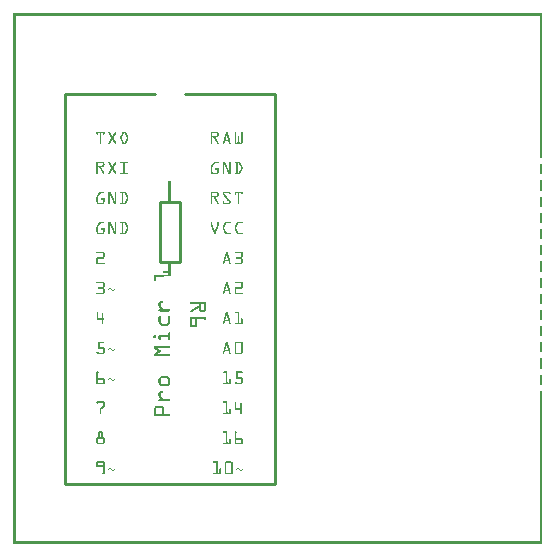
<source format=gto>
G04 MADE WITH FRITZING*
G04 WWW.FRITZING.ORG*
G04 DOUBLE SIDED*
G04 HOLES PLATED*
G04 CONTOUR ON CENTER OF CONTOUR VECTOR*
%ASAXBY*%
%FSLAX23Y23*%
%MOIN*%
%OFA0B0*%
%SFA1.0B1.0*%
%ADD10C,0.010000*%
%ADD11R,0.001000X0.001000*%
%LNSILK1*%
G90*
G70*
G54D10*
X554Y1142D02*
X554Y942D01*
D02*
X554Y942D02*
X488Y942D01*
D02*
X488Y942D02*
X488Y1142D01*
D02*
X488Y1142D02*
X554Y1142D01*
D02*
X171Y1502D02*
X171Y202D01*
D02*
X171Y202D02*
X871Y202D01*
D02*
X871Y202D02*
X871Y1502D01*
D02*
X171Y1502D02*
X471Y1502D01*
D02*
X571Y1502D02*
X871Y1502D01*
G54D11*
X0Y1769D02*
X1762Y1769D01*
X0Y1768D02*
X1762Y1768D01*
X0Y1767D02*
X1762Y1767D01*
X0Y1766D02*
X1762Y1766D01*
X0Y1765D02*
X1762Y1765D01*
X0Y1764D02*
X1762Y1764D01*
X0Y1763D02*
X1762Y1763D01*
X0Y1762D02*
X1762Y1762D01*
X0Y1761D02*
X7Y1761D01*
X1755Y1761D02*
X1762Y1761D01*
X0Y1760D02*
X7Y1760D01*
X1755Y1760D02*
X1762Y1760D01*
X0Y1759D02*
X7Y1759D01*
X1755Y1759D02*
X1762Y1759D01*
X0Y1758D02*
X7Y1758D01*
X1755Y1758D02*
X1762Y1758D01*
X0Y1757D02*
X7Y1757D01*
X1755Y1757D02*
X1762Y1757D01*
X0Y1756D02*
X7Y1756D01*
X1755Y1756D02*
X1762Y1756D01*
X0Y1755D02*
X7Y1755D01*
X1755Y1755D02*
X1762Y1755D01*
X0Y1754D02*
X7Y1754D01*
X1755Y1754D02*
X1762Y1754D01*
X0Y1753D02*
X7Y1753D01*
X1755Y1753D02*
X1762Y1753D01*
X0Y1752D02*
X7Y1752D01*
X1755Y1752D02*
X1762Y1752D01*
X0Y1751D02*
X7Y1751D01*
X1755Y1751D02*
X1762Y1751D01*
X0Y1750D02*
X7Y1750D01*
X1755Y1750D02*
X1762Y1750D01*
X0Y1749D02*
X7Y1749D01*
X1755Y1749D02*
X1762Y1749D01*
X0Y1748D02*
X7Y1748D01*
X1755Y1748D02*
X1762Y1748D01*
X0Y1747D02*
X7Y1747D01*
X1755Y1747D02*
X1762Y1747D01*
X0Y1746D02*
X7Y1746D01*
X1755Y1746D02*
X1762Y1746D01*
X0Y1745D02*
X7Y1745D01*
X1755Y1745D02*
X1762Y1745D01*
X0Y1744D02*
X7Y1744D01*
X1755Y1744D02*
X1762Y1744D01*
X0Y1743D02*
X7Y1743D01*
X1755Y1743D02*
X1762Y1743D01*
X0Y1742D02*
X7Y1742D01*
X1755Y1742D02*
X1762Y1742D01*
X0Y1741D02*
X7Y1741D01*
X1755Y1741D02*
X1762Y1741D01*
X0Y1740D02*
X7Y1740D01*
X1755Y1740D02*
X1762Y1740D01*
X0Y1739D02*
X7Y1739D01*
X1755Y1739D02*
X1762Y1739D01*
X0Y1738D02*
X7Y1738D01*
X1755Y1738D02*
X1762Y1738D01*
X0Y1737D02*
X7Y1737D01*
X1755Y1737D02*
X1762Y1737D01*
X0Y1736D02*
X7Y1736D01*
X1755Y1736D02*
X1762Y1736D01*
X0Y1735D02*
X7Y1735D01*
X1755Y1735D02*
X1762Y1735D01*
X0Y1734D02*
X7Y1734D01*
X1755Y1734D02*
X1762Y1734D01*
X0Y1733D02*
X7Y1733D01*
X1755Y1733D02*
X1762Y1733D01*
X0Y1732D02*
X7Y1732D01*
X1755Y1732D02*
X1762Y1732D01*
X0Y1731D02*
X7Y1731D01*
X1755Y1731D02*
X1762Y1731D01*
X0Y1730D02*
X7Y1730D01*
X1755Y1730D02*
X1762Y1730D01*
X0Y1729D02*
X7Y1729D01*
X1755Y1729D02*
X1762Y1729D01*
X0Y1728D02*
X7Y1728D01*
X1755Y1728D02*
X1762Y1728D01*
X0Y1727D02*
X7Y1727D01*
X1755Y1727D02*
X1762Y1727D01*
X0Y1726D02*
X7Y1726D01*
X1755Y1726D02*
X1762Y1726D01*
X0Y1725D02*
X7Y1725D01*
X1755Y1725D02*
X1762Y1725D01*
X0Y1724D02*
X7Y1724D01*
X1755Y1724D02*
X1762Y1724D01*
X0Y1723D02*
X7Y1723D01*
X1755Y1723D02*
X1762Y1723D01*
X0Y1722D02*
X7Y1722D01*
X1755Y1722D02*
X1762Y1722D01*
X0Y1721D02*
X7Y1721D01*
X1755Y1721D02*
X1762Y1721D01*
X0Y1720D02*
X7Y1720D01*
X1755Y1720D02*
X1762Y1720D01*
X0Y1719D02*
X7Y1719D01*
X1755Y1719D02*
X1762Y1719D01*
X0Y1718D02*
X7Y1718D01*
X1755Y1718D02*
X1762Y1718D01*
X0Y1717D02*
X7Y1717D01*
X1755Y1717D02*
X1762Y1717D01*
X0Y1716D02*
X7Y1716D01*
X1755Y1716D02*
X1762Y1716D01*
X0Y1715D02*
X7Y1715D01*
X1755Y1715D02*
X1762Y1715D01*
X0Y1714D02*
X7Y1714D01*
X1755Y1714D02*
X1762Y1714D01*
X0Y1713D02*
X7Y1713D01*
X1755Y1713D02*
X1762Y1713D01*
X0Y1712D02*
X7Y1712D01*
X1755Y1712D02*
X1762Y1712D01*
X0Y1711D02*
X7Y1711D01*
X1755Y1711D02*
X1762Y1711D01*
X0Y1710D02*
X7Y1710D01*
X1755Y1710D02*
X1762Y1710D01*
X0Y1709D02*
X7Y1709D01*
X1755Y1709D02*
X1762Y1709D01*
X0Y1708D02*
X7Y1708D01*
X1755Y1708D02*
X1762Y1708D01*
X0Y1707D02*
X7Y1707D01*
X1755Y1707D02*
X1762Y1707D01*
X0Y1706D02*
X7Y1706D01*
X1755Y1706D02*
X1762Y1706D01*
X0Y1705D02*
X7Y1705D01*
X1755Y1705D02*
X1762Y1705D01*
X0Y1704D02*
X7Y1704D01*
X1755Y1704D02*
X1762Y1704D01*
X0Y1703D02*
X7Y1703D01*
X1755Y1703D02*
X1762Y1703D01*
X0Y1702D02*
X7Y1702D01*
X1755Y1702D02*
X1762Y1702D01*
X0Y1701D02*
X7Y1701D01*
X1755Y1701D02*
X1762Y1701D01*
X0Y1700D02*
X7Y1700D01*
X1755Y1700D02*
X1762Y1700D01*
X0Y1699D02*
X7Y1699D01*
X1755Y1699D02*
X1762Y1699D01*
X0Y1698D02*
X7Y1698D01*
X1755Y1698D02*
X1762Y1698D01*
X0Y1697D02*
X7Y1697D01*
X1755Y1697D02*
X1762Y1697D01*
X0Y1696D02*
X7Y1696D01*
X1755Y1696D02*
X1762Y1696D01*
X0Y1695D02*
X7Y1695D01*
X1755Y1695D02*
X1762Y1695D01*
X0Y1694D02*
X7Y1694D01*
X1755Y1694D02*
X1762Y1694D01*
X0Y1693D02*
X7Y1693D01*
X1755Y1693D02*
X1762Y1693D01*
X0Y1692D02*
X7Y1692D01*
X1755Y1692D02*
X1762Y1692D01*
X0Y1691D02*
X7Y1691D01*
X1755Y1691D02*
X1762Y1691D01*
X0Y1690D02*
X7Y1690D01*
X1755Y1690D02*
X1762Y1690D01*
X0Y1689D02*
X7Y1689D01*
X1755Y1689D02*
X1762Y1689D01*
X0Y1688D02*
X7Y1688D01*
X1755Y1688D02*
X1762Y1688D01*
X0Y1687D02*
X7Y1687D01*
X1755Y1687D02*
X1762Y1687D01*
X0Y1686D02*
X7Y1686D01*
X1755Y1686D02*
X1762Y1686D01*
X0Y1685D02*
X7Y1685D01*
X1755Y1685D02*
X1762Y1685D01*
X0Y1684D02*
X7Y1684D01*
X1755Y1684D02*
X1762Y1684D01*
X0Y1683D02*
X7Y1683D01*
X1755Y1683D02*
X1762Y1683D01*
X0Y1682D02*
X7Y1682D01*
X1755Y1682D02*
X1762Y1682D01*
X0Y1681D02*
X7Y1681D01*
X1755Y1681D02*
X1762Y1681D01*
X0Y1680D02*
X7Y1680D01*
X1755Y1680D02*
X1762Y1680D01*
X0Y1679D02*
X7Y1679D01*
X1755Y1679D02*
X1762Y1679D01*
X0Y1678D02*
X7Y1678D01*
X1755Y1678D02*
X1762Y1678D01*
X0Y1677D02*
X7Y1677D01*
X1755Y1677D02*
X1762Y1677D01*
X0Y1676D02*
X7Y1676D01*
X1755Y1676D02*
X1762Y1676D01*
X0Y1675D02*
X7Y1675D01*
X1755Y1675D02*
X1762Y1675D01*
X0Y1674D02*
X7Y1674D01*
X1755Y1674D02*
X1762Y1674D01*
X0Y1673D02*
X7Y1673D01*
X1755Y1673D02*
X1762Y1673D01*
X0Y1672D02*
X7Y1672D01*
X1755Y1672D02*
X1762Y1672D01*
X0Y1671D02*
X7Y1671D01*
X1755Y1671D02*
X1762Y1671D01*
X0Y1670D02*
X7Y1670D01*
X1755Y1670D02*
X1762Y1670D01*
X0Y1669D02*
X7Y1669D01*
X1755Y1669D02*
X1762Y1669D01*
X0Y1668D02*
X7Y1668D01*
X1755Y1668D02*
X1762Y1668D01*
X0Y1667D02*
X7Y1667D01*
X1755Y1667D02*
X1762Y1667D01*
X0Y1666D02*
X7Y1666D01*
X1755Y1666D02*
X1762Y1666D01*
X0Y1665D02*
X7Y1665D01*
X1755Y1665D02*
X1762Y1665D01*
X0Y1664D02*
X7Y1664D01*
X1755Y1664D02*
X1762Y1664D01*
X0Y1663D02*
X7Y1663D01*
X1755Y1663D02*
X1762Y1663D01*
X0Y1662D02*
X7Y1662D01*
X1755Y1662D02*
X1762Y1662D01*
X0Y1661D02*
X7Y1661D01*
X1755Y1661D02*
X1762Y1661D01*
X0Y1660D02*
X7Y1660D01*
X1755Y1660D02*
X1762Y1660D01*
X0Y1659D02*
X7Y1659D01*
X1755Y1659D02*
X1762Y1659D01*
X0Y1658D02*
X7Y1658D01*
X1755Y1658D02*
X1762Y1658D01*
X0Y1657D02*
X7Y1657D01*
X1755Y1657D02*
X1762Y1657D01*
X0Y1656D02*
X7Y1656D01*
X1755Y1656D02*
X1762Y1656D01*
X0Y1655D02*
X7Y1655D01*
X1755Y1655D02*
X1762Y1655D01*
X0Y1654D02*
X7Y1654D01*
X1755Y1654D02*
X1762Y1654D01*
X0Y1653D02*
X7Y1653D01*
X1755Y1653D02*
X1762Y1653D01*
X0Y1652D02*
X7Y1652D01*
X1755Y1652D02*
X1762Y1652D01*
X0Y1651D02*
X7Y1651D01*
X1755Y1651D02*
X1762Y1651D01*
X0Y1650D02*
X7Y1650D01*
X1755Y1650D02*
X1762Y1650D01*
X0Y1649D02*
X7Y1649D01*
X1755Y1649D02*
X1762Y1649D01*
X0Y1648D02*
X7Y1648D01*
X1755Y1648D02*
X1762Y1648D01*
X0Y1647D02*
X7Y1647D01*
X1755Y1647D02*
X1762Y1647D01*
X0Y1646D02*
X7Y1646D01*
X1755Y1646D02*
X1762Y1646D01*
X0Y1645D02*
X7Y1645D01*
X1755Y1645D02*
X1762Y1645D01*
X0Y1644D02*
X7Y1644D01*
X1755Y1644D02*
X1762Y1644D01*
X0Y1643D02*
X7Y1643D01*
X1755Y1643D02*
X1762Y1643D01*
X0Y1642D02*
X7Y1642D01*
X1755Y1642D02*
X1762Y1642D01*
X0Y1641D02*
X7Y1641D01*
X1755Y1641D02*
X1762Y1641D01*
X0Y1640D02*
X7Y1640D01*
X1755Y1640D02*
X1762Y1640D01*
X0Y1639D02*
X7Y1639D01*
X1755Y1639D02*
X1762Y1639D01*
X0Y1638D02*
X7Y1638D01*
X1755Y1638D02*
X1762Y1638D01*
X0Y1637D02*
X7Y1637D01*
X1755Y1637D02*
X1762Y1637D01*
X0Y1636D02*
X7Y1636D01*
X1755Y1636D02*
X1762Y1636D01*
X0Y1635D02*
X7Y1635D01*
X1755Y1635D02*
X1762Y1635D01*
X0Y1634D02*
X7Y1634D01*
X1755Y1634D02*
X1762Y1634D01*
X0Y1633D02*
X7Y1633D01*
X1755Y1633D02*
X1762Y1633D01*
X0Y1632D02*
X7Y1632D01*
X1755Y1632D02*
X1762Y1632D01*
X0Y1631D02*
X7Y1631D01*
X1755Y1631D02*
X1762Y1631D01*
X0Y1630D02*
X7Y1630D01*
X1755Y1630D02*
X1762Y1630D01*
X0Y1629D02*
X7Y1629D01*
X1755Y1629D02*
X1762Y1629D01*
X0Y1628D02*
X7Y1628D01*
X1755Y1628D02*
X1762Y1628D01*
X0Y1627D02*
X7Y1627D01*
X1755Y1627D02*
X1762Y1627D01*
X0Y1626D02*
X7Y1626D01*
X1755Y1626D02*
X1762Y1626D01*
X0Y1625D02*
X7Y1625D01*
X1755Y1625D02*
X1762Y1625D01*
X0Y1624D02*
X7Y1624D01*
X1755Y1624D02*
X1762Y1624D01*
X0Y1623D02*
X7Y1623D01*
X1755Y1623D02*
X1762Y1623D01*
X0Y1622D02*
X7Y1622D01*
X1755Y1622D02*
X1762Y1622D01*
X0Y1621D02*
X7Y1621D01*
X1755Y1621D02*
X1762Y1621D01*
X0Y1620D02*
X7Y1620D01*
X1755Y1620D02*
X1762Y1620D01*
X0Y1619D02*
X7Y1619D01*
X1755Y1619D02*
X1762Y1619D01*
X0Y1618D02*
X7Y1618D01*
X1755Y1618D02*
X1762Y1618D01*
X0Y1617D02*
X7Y1617D01*
X1755Y1617D02*
X1762Y1617D01*
X0Y1616D02*
X7Y1616D01*
X1755Y1616D02*
X1762Y1616D01*
X0Y1615D02*
X7Y1615D01*
X1755Y1615D02*
X1762Y1615D01*
X0Y1614D02*
X7Y1614D01*
X1755Y1614D02*
X1762Y1614D01*
X0Y1613D02*
X7Y1613D01*
X1755Y1613D02*
X1762Y1613D01*
X0Y1612D02*
X7Y1612D01*
X1755Y1612D02*
X1762Y1612D01*
X0Y1611D02*
X7Y1611D01*
X1755Y1611D02*
X1762Y1611D01*
X0Y1610D02*
X7Y1610D01*
X1755Y1610D02*
X1762Y1610D01*
X0Y1609D02*
X7Y1609D01*
X1755Y1609D02*
X1762Y1609D01*
X0Y1608D02*
X7Y1608D01*
X1755Y1608D02*
X1762Y1608D01*
X0Y1607D02*
X7Y1607D01*
X1755Y1607D02*
X1762Y1607D01*
X0Y1606D02*
X7Y1606D01*
X1755Y1606D02*
X1762Y1606D01*
X0Y1605D02*
X7Y1605D01*
X1755Y1605D02*
X1762Y1605D01*
X0Y1604D02*
X7Y1604D01*
X1755Y1604D02*
X1762Y1604D01*
X0Y1603D02*
X7Y1603D01*
X1755Y1603D02*
X1762Y1603D01*
X0Y1602D02*
X7Y1602D01*
X1755Y1602D02*
X1762Y1602D01*
X0Y1601D02*
X7Y1601D01*
X1755Y1601D02*
X1762Y1601D01*
X0Y1600D02*
X7Y1600D01*
X1755Y1600D02*
X1762Y1600D01*
X0Y1599D02*
X7Y1599D01*
X1755Y1599D02*
X1762Y1599D01*
X0Y1598D02*
X7Y1598D01*
X1755Y1598D02*
X1762Y1598D01*
X0Y1597D02*
X7Y1597D01*
X1755Y1597D02*
X1762Y1597D01*
X0Y1596D02*
X7Y1596D01*
X1755Y1596D02*
X1762Y1596D01*
X0Y1595D02*
X7Y1595D01*
X1755Y1595D02*
X1762Y1595D01*
X0Y1594D02*
X7Y1594D01*
X1755Y1594D02*
X1762Y1594D01*
X0Y1593D02*
X7Y1593D01*
X1755Y1593D02*
X1762Y1593D01*
X0Y1592D02*
X7Y1592D01*
X1755Y1592D02*
X1762Y1592D01*
X0Y1591D02*
X7Y1591D01*
X1755Y1591D02*
X1762Y1591D01*
X0Y1590D02*
X7Y1590D01*
X1755Y1590D02*
X1762Y1590D01*
X0Y1589D02*
X7Y1589D01*
X1755Y1589D02*
X1762Y1589D01*
X0Y1588D02*
X7Y1588D01*
X1755Y1588D02*
X1762Y1588D01*
X0Y1587D02*
X7Y1587D01*
X1755Y1587D02*
X1762Y1587D01*
X0Y1586D02*
X7Y1586D01*
X1755Y1586D02*
X1762Y1586D01*
X0Y1585D02*
X7Y1585D01*
X1755Y1585D02*
X1762Y1585D01*
X0Y1584D02*
X7Y1584D01*
X1755Y1584D02*
X1762Y1584D01*
X0Y1583D02*
X7Y1583D01*
X1755Y1583D02*
X1762Y1583D01*
X0Y1582D02*
X7Y1582D01*
X1755Y1582D02*
X1762Y1582D01*
X0Y1581D02*
X7Y1581D01*
X1755Y1581D02*
X1762Y1581D01*
X0Y1580D02*
X7Y1580D01*
X1755Y1580D02*
X1762Y1580D01*
X0Y1579D02*
X7Y1579D01*
X1755Y1579D02*
X1762Y1579D01*
X0Y1578D02*
X7Y1578D01*
X1755Y1578D02*
X1762Y1578D01*
X0Y1577D02*
X7Y1577D01*
X1755Y1577D02*
X1762Y1577D01*
X0Y1576D02*
X7Y1576D01*
X1755Y1576D02*
X1762Y1576D01*
X0Y1575D02*
X7Y1575D01*
X1755Y1575D02*
X1762Y1575D01*
X0Y1574D02*
X7Y1574D01*
X1755Y1574D02*
X1762Y1574D01*
X0Y1573D02*
X7Y1573D01*
X1755Y1573D02*
X1762Y1573D01*
X0Y1572D02*
X7Y1572D01*
X1755Y1572D02*
X1762Y1572D01*
X0Y1571D02*
X7Y1571D01*
X1755Y1571D02*
X1762Y1571D01*
X0Y1570D02*
X7Y1570D01*
X1755Y1570D02*
X1762Y1570D01*
X0Y1569D02*
X7Y1569D01*
X1755Y1569D02*
X1762Y1569D01*
X0Y1568D02*
X7Y1568D01*
X1755Y1568D02*
X1762Y1568D01*
X0Y1567D02*
X7Y1567D01*
X1755Y1567D02*
X1762Y1567D01*
X0Y1566D02*
X7Y1566D01*
X1755Y1566D02*
X1762Y1566D01*
X0Y1565D02*
X7Y1565D01*
X1755Y1565D02*
X1762Y1565D01*
X0Y1564D02*
X7Y1564D01*
X1755Y1564D02*
X1762Y1564D01*
X0Y1563D02*
X7Y1563D01*
X1755Y1563D02*
X1762Y1563D01*
X0Y1562D02*
X7Y1562D01*
X1755Y1562D02*
X1762Y1562D01*
X0Y1561D02*
X7Y1561D01*
X1755Y1561D02*
X1762Y1561D01*
X0Y1560D02*
X7Y1560D01*
X1755Y1560D02*
X1762Y1560D01*
X0Y1559D02*
X7Y1559D01*
X1755Y1559D02*
X1762Y1559D01*
X0Y1558D02*
X7Y1558D01*
X1755Y1558D02*
X1762Y1558D01*
X0Y1557D02*
X7Y1557D01*
X1755Y1557D02*
X1762Y1557D01*
X0Y1556D02*
X7Y1556D01*
X1755Y1556D02*
X1762Y1556D01*
X0Y1555D02*
X7Y1555D01*
X1755Y1555D02*
X1762Y1555D01*
X0Y1554D02*
X7Y1554D01*
X1755Y1554D02*
X1762Y1554D01*
X0Y1553D02*
X7Y1553D01*
X1755Y1553D02*
X1762Y1553D01*
X0Y1552D02*
X7Y1552D01*
X1755Y1552D02*
X1762Y1552D01*
X0Y1551D02*
X7Y1551D01*
X1755Y1551D02*
X1762Y1551D01*
X0Y1550D02*
X7Y1550D01*
X1755Y1550D02*
X1762Y1550D01*
X0Y1549D02*
X7Y1549D01*
X1755Y1549D02*
X1762Y1549D01*
X0Y1548D02*
X7Y1548D01*
X1755Y1548D02*
X1762Y1548D01*
X0Y1547D02*
X7Y1547D01*
X1755Y1547D02*
X1762Y1547D01*
X0Y1546D02*
X7Y1546D01*
X1755Y1546D02*
X1762Y1546D01*
X0Y1545D02*
X7Y1545D01*
X1755Y1545D02*
X1762Y1545D01*
X0Y1544D02*
X7Y1544D01*
X1755Y1544D02*
X1762Y1544D01*
X0Y1543D02*
X7Y1543D01*
X1755Y1543D02*
X1762Y1543D01*
X0Y1542D02*
X7Y1542D01*
X1755Y1542D02*
X1762Y1542D01*
X0Y1541D02*
X7Y1541D01*
X1755Y1541D02*
X1762Y1541D01*
X0Y1540D02*
X7Y1540D01*
X1755Y1540D02*
X1762Y1540D01*
X0Y1539D02*
X7Y1539D01*
X1755Y1539D02*
X1762Y1539D01*
X0Y1538D02*
X7Y1538D01*
X1755Y1538D02*
X1762Y1538D01*
X0Y1537D02*
X7Y1537D01*
X1755Y1537D02*
X1762Y1537D01*
X0Y1536D02*
X7Y1536D01*
X1755Y1536D02*
X1762Y1536D01*
X0Y1535D02*
X7Y1535D01*
X1755Y1535D02*
X1762Y1535D01*
X0Y1534D02*
X7Y1534D01*
X1755Y1534D02*
X1762Y1534D01*
X0Y1533D02*
X7Y1533D01*
X1755Y1533D02*
X1762Y1533D01*
X0Y1532D02*
X7Y1532D01*
X1755Y1532D02*
X1762Y1532D01*
X0Y1531D02*
X7Y1531D01*
X1755Y1531D02*
X1762Y1531D01*
X0Y1530D02*
X7Y1530D01*
X1755Y1530D02*
X1762Y1530D01*
X0Y1529D02*
X7Y1529D01*
X1755Y1529D02*
X1762Y1529D01*
X0Y1528D02*
X7Y1528D01*
X1755Y1528D02*
X1762Y1528D01*
X0Y1527D02*
X7Y1527D01*
X1755Y1527D02*
X1762Y1527D01*
X0Y1526D02*
X7Y1526D01*
X1755Y1526D02*
X1762Y1526D01*
X0Y1525D02*
X7Y1525D01*
X1755Y1525D02*
X1762Y1525D01*
X0Y1524D02*
X7Y1524D01*
X1755Y1524D02*
X1762Y1524D01*
X0Y1523D02*
X7Y1523D01*
X1755Y1523D02*
X1762Y1523D01*
X0Y1522D02*
X7Y1522D01*
X1755Y1522D02*
X1762Y1522D01*
X0Y1521D02*
X7Y1521D01*
X1755Y1521D02*
X1762Y1521D01*
X0Y1520D02*
X7Y1520D01*
X1755Y1520D02*
X1762Y1520D01*
X0Y1519D02*
X7Y1519D01*
X1755Y1519D02*
X1762Y1519D01*
X0Y1518D02*
X7Y1518D01*
X1755Y1518D02*
X1762Y1518D01*
X0Y1517D02*
X7Y1517D01*
X1755Y1517D02*
X1762Y1517D01*
X0Y1516D02*
X7Y1516D01*
X1755Y1516D02*
X1762Y1516D01*
X0Y1515D02*
X7Y1515D01*
X1755Y1515D02*
X1762Y1515D01*
X0Y1514D02*
X7Y1514D01*
X1755Y1514D02*
X1762Y1514D01*
X0Y1513D02*
X7Y1513D01*
X1755Y1513D02*
X1762Y1513D01*
X0Y1512D02*
X7Y1512D01*
X1755Y1512D02*
X1762Y1512D01*
X0Y1511D02*
X7Y1511D01*
X1755Y1511D02*
X1762Y1511D01*
X0Y1510D02*
X7Y1510D01*
X1755Y1510D02*
X1762Y1510D01*
X0Y1509D02*
X7Y1509D01*
X1755Y1509D02*
X1762Y1509D01*
X0Y1508D02*
X7Y1508D01*
X1755Y1508D02*
X1762Y1508D01*
X0Y1507D02*
X7Y1507D01*
X1755Y1507D02*
X1762Y1507D01*
X0Y1506D02*
X7Y1506D01*
X1755Y1506D02*
X1762Y1506D01*
X0Y1505D02*
X7Y1505D01*
X1755Y1505D02*
X1762Y1505D01*
X0Y1504D02*
X7Y1504D01*
X1755Y1504D02*
X1762Y1504D01*
X0Y1503D02*
X7Y1503D01*
X1755Y1503D02*
X1762Y1503D01*
X0Y1502D02*
X7Y1502D01*
X1755Y1502D02*
X1762Y1502D01*
X0Y1501D02*
X7Y1501D01*
X1755Y1501D02*
X1762Y1501D01*
X0Y1500D02*
X7Y1500D01*
X1755Y1500D02*
X1762Y1500D01*
X0Y1499D02*
X7Y1499D01*
X1755Y1499D02*
X1762Y1499D01*
X0Y1498D02*
X7Y1498D01*
X1755Y1498D02*
X1762Y1498D01*
X0Y1497D02*
X7Y1497D01*
X1755Y1497D02*
X1762Y1497D01*
X0Y1496D02*
X7Y1496D01*
X1755Y1496D02*
X1762Y1496D01*
X0Y1495D02*
X7Y1495D01*
X1755Y1495D02*
X1762Y1495D01*
X0Y1494D02*
X7Y1494D01*
X1755Y1494D02*
X1762Y1494D01*
X0Y1493D02*
X7Y1493D01*
X1755Y1493D02*
X1762Y1493D01*
X0Y1492D02*
X7Y1492D01*
X1755Y1492D02*
X1762Y1492D01*
X0Y1491D02*
X7Y1491D01*
X1755Y1491D02*
X1762Y1491D01*
X0Y1490D02*
X7Y1490D01*
X1755Y1490D02*
X1762Y1490D01*
X0Y1489D02*
X7Y1489D01*
X1755Y1489D02*
X1762Y1489D01*
X0Y1488D02*
X7Y1488D01*
X1755Y1488D02*
X1762Y1488D01*
X0Y1487D02*
X7Y1487D01*
X1755Y1487D02*
X1762Y1487D01*
X0Y1486D02*
X7Y1486D01*
X1755Y1486D02*
X1762Y1486D01*
X0Y1485D02*
X7Y1485D01*
X1755Y1485D02*
X1762Y1485D01*
X0Y1484D02*
X7Y1484D01*
X1755Y1484D02*
X1762Y1484D01*
X0Y1483D02*
X7Y1483D01*
X1755Y1483D02*
X1762Y1483D01*
X0Y1482D02*
X7Y1482D01*
X1755Y1482D02*
X1762Y1482D01*
X0Y1481D02*
X7Y1481D01*
X1755Y1481D02*
X1762Y1481D01*
X0Y1480D02*
X7Y1480D01*
X1755Y1480D02*
X1762Y1480D01*
X0Y1479D02*
X7Y1479D01*
X1755Y1479D02*
X1762Y1479D01*
X0Y1478D02*
X7Y1478D01*
X1755Y1478D02*
X1762Y1478D01*
X0Y1477D02*
X7Y1477D01*
X1755Y1477D02*
X1762Y1477D01*
X0Y1476D02*
X7Y1476D01*
X1755Y1476D02*
X1762Y1476D01*
X0Y1475D02*
X7Y1475D01*
X1755Y1475D02*
X1762Y1475D01*
X0Y1474D02*
X7Y1474D01*
X1755Y1474D02*
X1762Y1474D01*
X0Y1473D02*
X7Y1473D01*
X1755Y1473D02*
X1762Y1473D01*
X0Y1472D02*
X7Y1472D01*
X1755Y1472D02*
X1762Y1472D01*
X0Y1471D02*
X7Y1471D01*
X1755Y1471D02*
X1762Y1471D01*
X0Y1470D02*
X7Y1470D01*
X1755Y1470D02*
X1762Y1470D01*
X0Y1469D02*
X7Y1469D01*
X1755Y1469D02*
X1762Y1469D01*
X0Y1468D02*
X7Y1468D01*
X1755Y1468D02*
X1762Y1468D01*
X0Y1467D02*
X7Y1467D01*
X1755Y1467D02*
X1762Y1467D01*
X0Y1466D02*
X7Y1466D01*
X1755Y1466D02*
X1762Y1466D01*
X0Y1465D02*
X7Y1465D01*
X1755Y1465D02*
X1762Y1465D01*
X0Y1464D02*
X7Y1464D01*
X1755Y1464D02*
X1762Y1464D01*
X0Y1463D02*
X7Y1463D01*
X1755Y1463D02*
X1762Y1463D01*
X0Y1462D02*
X7Y1462D01*
X1755Y1462D02*
X1762Y1462D01*
X0Y1461D02*
X7Y1461D01*
X1755Y1461D02*
X1762Y1461D01*
X0Y1460D02*
X7Y1460D01*
X1755Y1460D02*
X1762Y1460D01*
X0Y1459D02*
X7Y1459D01*
X1755Y1459D02*
X1762Y1459D01*
X0Y1458D02*
X7Y1458D01*
X1755Y1458D02*
X1762Y1458D01*
X0Y1457D02*
X7Y1457D01*
X1755Y1457D02*
X1762Y1457D01*
X0Y1456D02*
X7Y1456D01*
X1755Y1456D02*
X1762Y1456D01*
X0Y1455D02*
X7Y1455D01*
X1755Y1455D02*
X1762Y1455D01*
X0Y1454D02*
X7Y1454D01*
X1755Y1454D02*
X1762Y1454D01*
X0Y1453D02*
X7Y1453D01*
X1755Y1453D02*
X1762Y1453D01*
X0Y1452D02*
X7Y1452D01*
X1755Y1452D02*
X1762Y1452D01*
X0Y1451D02*
X7Y1451D01*
X1755Y1451D02*
X1762Y1451D01*
X0Y1450D02*
X7Y1450D01*
X1755Y1450D02*
X1762Y1450D01*
X0Y1449D02*
X7Y1449D01*
X1755Y1449D02*
X1762Y1449D01*
X0Y1448D02*
X7Y1448D01*
X1755Y1448D02*
X1762Y1448D01*
X0Y1447D02*
X7Y1447D01*
X1755Y1447D02*
X1762Y1447D01*
X0Y1446D02*
X7Y1446D01*
X1755Y1446D02*
X1762Y1446D01*
X0Y1445D02*
X7Y1445D01*
X1755Y1445D02*
X1762Y1445D01*
X0Y1444D02*
X7Y1444D01*
X1755Y1444D02*
X1762Y1444D01*
X0Y1443D02*
X7Y1443D01*
X1755Y1443D02*
X1762Y1443D01*
X0Y1442D02*
X7Y1442D01*
X1755Y1442D02*
X1762Y1442D01*
X0Y1441D02*
X7Y1441D01*
X1755Y1441D02*
X1762Y1441D01*
X0Y1440D02*
X7Y1440D01*
X1755Y1440D02*
X1762Y1440D01*
X0Y1439D02*
X7Y1439D01*
X1755Y1439D02*
X1762Y1439D01*
X0Y1438D02*
X7Y1438D01*
X1755Y1438D02*
X1762Y1438D01*
X0Y1437D02*
X7Y1437D01*
X1755Y1437D02*
X1762Y1437D01*
X0Y1436D02*
X7Y1436D01*
X1755Y1436D02*
X1762Y1436D01*
X0Y1435D02*
X7Y1435D01*
X1755Y1435D02*
X1762Y1435D01*
X0Y1434D02*
X7Y1434D01*
X1755Y1434D02*
X1762Y1434D01*
X0Y1433D02*
X7Y1433D01*
X1755Y1433D02*
X1762Y1433D01*
X0Y1432D02*
X7Y1432D01*
X1755Y1432D02*
X1762Y1432D01*
X0Y1431D02*
X7Y1431D01*
X1755Y1431D02*
X1762Y1431D01*
X0Y1430D02*
X7Y1430D01*
X1755Y1430D02*
X1762Y1430D01*
X0Y1429D02*
X7Y1429D01*
X1755Y1429D02*
X1762Y1429D01*
X0Y1428D02*
X7Y1428D01*
X1755Y1428D02*
X1762Y1428D01*
X0Y1427D02*
X7Y1427D01*
X1755Y1427D02*
X1762Y1427D01*
X0Y1426D02*
X7Y1426D01*
X1755Y1426D02*
X1762Y1426D01*
X0Y1425D02*
X7Y1425D01*
X1755Y1425D02*
X1762Y1425D01*
X0Y1424D02*
X7Y1424D01*
X1755Y1424D02*
X1762Y1424D01*
X0Y1423D02*
X7Y1423D01*
X1755Y1423D02*
X1762Y1423D01*
X0Y1422D02*
X7Y1422D01*
X1755Y1422D02*
X1762Y1422D01*
X0Y1421D02*
X7Y1421D01*
X1755Y1421D02*
X1762Y1421D01*
X0Y1420D02*
X7Y1420D01*
X1755Y1420D02*
X1762Y1420D01*
X0Y1419D02*
X7Y1419D01*
X1755Y1419D02*
X1762Y1419D01*
X0Y1418D02*
X7Y1418D01*
X1755Y1418D02*
X1762Y1418D01*
X0Y1417D02*
X7Y1417D01*
X1755Y1417D02*
X1762Y1417D01*
X0Y1416D02*
X7Y1416D01*
X1755Y1416D02*
X1762Y1416D01*
X0Y1415D02*
X7Y1415D01*
X1755Y1415D02*
X1762Y1415D01*
X0Y1414D02*
X7Y1414D01*
X1755Y1414D02*
X1762Y1414D01*
X0Y1413D02*
X7Y1413D01*
X1755Y1413D02*
X1762Y1413D01*
X0Y1412D02*
X7Y1412D01*
X1755Y1412D02*
X1762Y1412D01*
X0Y1411D02*
X7Y1411D01*
X1755Y1411D02*
X1762Y1411D01*
X0Y1410D02*
X7Y1410D01*
X1755Y1410D02*
X1762Y1410D01*
X0Y1409D02*
X7Y1409D01*
X1755Y1409D02*
X1762Y1409D01*
X0Y1408D02*
X7Y1408D01*
X1755Y1408D02*
X1762Y1408D01*
X0Y1407D02*
X7Y1407D01*
X1755Y1407D02*
X1762Y1407D01*
X0Y1406D02*
X7Y1406D01*
X1755Y1406D02*
X1762Y1406D01*
X0Y1405D02*
X7Y1405D01*
X1755Y1405D02*
X1762Y1405D01*
X0Y1404D02*
X7Y1404D01*
X1755Y1404D02*
X1762Y1404D01*
X0Y1403D02*
X7Y1403D01*
X1755Y1403D02*
X1762Y1403D01*
X0Y1402D02*
X7Y1402D01*
X1755Y1402D02*
X1762Y1402D01*
X0Y1401D02*
X7Y1401D01*
X1755Y1401D02*
X1762Y1401D01*
X0Y1400D02*
X7Y1400D01*
X1755Y1400D02*
X1762Y1400D01*
X0Y1399D02*
X7Y1399D01*
X1755Y1399D02*
X1762Y1399D01*
X0Y1398D02*
X7Y1398D01*
X1755Y1398D02*
X1762Y1398D01*
X0Y1397D02*
X7Y1397D01*
X1755Y1397D02*
X1762Y1397D01*
X0Y1396D02*
X7Y1396D01*
X1755Y1396D02*
X1762Y1396D01*
X0Y1395D02*
X7Y1395D01*
X1755Y1395D02*
X1762Y1395D01*
X0Y1394D02*
X7Y1394D01*
X1755Y1394D02*
X1762Y1394D01*
X0Y1393D02*
X7Y1393D01*
X1755Y1393D02*
X1762Y1393D01*
X0Y1392D02*
X7Y1392D01*
X1755Y1392D02*
X1762Y1392D01*
X0Y1391D02*
X7Y1391D01*
X1755Y1391D02*
X1762Y1391D01*
X0Y1390D02*
X7Y1390D01*
X1755Y1390D02*
X1762Y1390D01*
X0Y1389D02*
X7Y1389D01*
X1755Y1389D02*
X1762Y1389D01*
X0Y1388D02*
X7Y1388D01*
X1755Y1388D02*
X1762Y1388D01*
X0Y1387D02*
X7Y1387D01*
X1755Y1387D02*
X1762Y1387D01*
X0Y1386D02*
X7Y1386D01*
X1755Y1386D02*
X1762Y1386D01*
X0Y1385D02*
X7Y1385D01*
X1755Y1385D02*
X1762Y1385D01*
X0Y1384D02*
X7Y1384D01*
X1755Y1384D02*
X1762Y1384D01*
X0Y1383D02*
X7Y1383D01*
X1755Y1383D02*
X1762Y1383D01*
X0Y1382D02*
X7Y1382D01*
X1755Y1382D02*
X1762Y1382D01*
X0Y1381D02*
X7Y1381D01*
X1755Y1381D02*
X1762Y1381D01*
X0Y1380D02*
X7Y1380D01*
X1755Y1380D02*
X1762Y1380D01*
X0Y1379D02*
X7Y1379D01*
X1755Y1379D02*
X1762Y1379D01*
X0Y1378D02*
X7Y1378D01*
X1755Y1378D02*
X1762Y1378D01*
X0Y1377D02*
X7Y1377D01*
X1755Y1377D02*
X1762Y1377D01*
X0Y1376D02*
X7Y1376D01*
X1755Y1376D02*
X1762Y1376D01*
X0Y1375D02*
X7Y1375D01*
X277Y1375D02*
X304Y1375D01*
X318Y1375D02*
X320Y1375D01*
X340Y1375D02*
X342Y1375D01*
X367Y1375D02*
X372Y1375D01*
X658Y1375D02*
X679Y1375D01*
X710Y1375D02*
X712Y1375D01*
X739Y1375D02*
X741Y1375D01*
X760Y1375D02*
X763Y1375D01*
X1755Y1375D02*
X1762Y1375D01*
X0Y1374D02*
X7Y1374D01*
X277Y1374D02*
X304Y1374D01*
X317Y1374D02*
X321Y1374D01*
X339Y1374D02*
X343Y1374D01*
X366Y1374D02*
X374Y1374D01*
X658Y1374D02*
X681Y1374D01*
X709Y1374D02*
X713Y1374D01*
X738Y1374D02*
X742Y1374D01*
X760Y1374D02*
X764Y1374D01*
X1755Y1374D02*
X1762Y1374D01*
X0Y1373D02*
X7Y1373D01*
X277Y1373D02*
X304Y1373D01*
X317Y1373D02*
X322Y1373D01*
X338Y1373D02*
X343Y1373D01*
X365Y1373D02*
X375Y1373D01*
X658Y1373D02*
X682Y1373D01*
X709Y1373D02*
X713Y1373D01*
X738Y1373D02*
X742Y1373D01*
X759Y1373D02*
X764Y1373D01*
X1755Y1373D02*
X1762Y1373D01*
X0Y1372D02*
X7Y1372D01*
X277Y1372D02*
X304Y1372D01*
X317Y1372D02*
X322Y1372D01*
X338Y1372D02*
X343Y1372D01*
X364Y1372D02*
X375Y1372D01*
X658Y1372D02*
X683Y1372D01*
X708Y1372D02*
X714Y1372D01*
X738Y1372D02*
X742Y1372D01*
X759Y1372D02*
X764Y1372D01*
X1755Y1372D02*
X1762Y1372D01*
X0Y1371D02*
X7Y1371D01*
X277Y1371D02*
X304Y1371D01*
X317Y1371D02*
X323Y1371D01*
X337Y1371D02*
X343Y1371D01*
X363Y1371D02*
X376Y1371D01*
X658Y1371D02*
X684Y1371D01*
X708Y1371D02*
X714Y1371D01*
X738Y1371D02*
X742Y1371D01*
X759Y1371D02*
X764Y1371D01*
X1755Y1371D02*
X1762Y1371D01*
X0Y1370D02*
X7Y1370D01*
X277Y1370D02*
X282Y1370D01*
X288Y1370D02*
X293Y1370D01*
X299Y1370D02*
X304Y1370D01*
X318Y1370D02*
X323Y1370D01*
X336Y1370D02*
X342Y1370D01*
X363Y1370D02*
X376Y1370D01*
X658Y1370D02*
X663Y1370D01*
X678Y1370D02*
X684Y1370D01*
X708Y1370D02*
X714Y1370D01*
X738Y1370D02*
X742Y1370D01*
X759Y1370D02*
X764Y1370D01*
X1755Y1370D02*
X1762Y1370D01*
X0Y1369D02*
X7Y1369D01*
X277Y1369D02*
X282Y1369D01*
X288Y1369D02*
X293Y1369D01*
X299Y1369D02*
X304Y1369D01*
X319Y1369D02*
X324Y1369D01*
X336Y1369D02*
X341Y1369D01*
X362Y1369D02*
X368Y1369D01*
X372Y1369D02*
X377Y1369D01*
X658Y1369D02*
X663Y1369D01*
X679Y1369D02*
X685Y1369D01*
X708Y1369D02*
X715Y1369D01*
X738Y1369D02*
X742Y1369D01*
X759Y1369D02*
X764Y1369D01*
X1755Y1369D02*
X1762Y1369D01*
X0Y1368D02*
X7Y1368D01*
X277Y1368D02*
X282Y1368D01*
X288Y1368D02*
X293Y1368D01*
X299Y1368D02*
X304Y1368D01*
X319Y1368D02*
X325Y1368D01*
X335Y1368D02*
X341Y1368D01*
X362Y1368D02*
X367Y1368D01*
X372Y1368D02*
X377Y1368D01*
X658Y1368D02*
X663Y1368D01*
X680Y1368D02*
X685Y1368D01*
X707Y1368D02*
X715Y1368D01*
X738Y1368D02*
X742Y1368D01*
X759Y1368D02*
X764Y1368D01*
X1755Y1368D02*
X1762Y1368D01*
X0Y1367D02*
X7Y1367D01*
X278Y1367D02*
X281Y1367D01*
X288Y1367D02*
X293Y1367D01*
X299Y1367D02*
X303Y1367D01*
X320Y1367D02*
X325Y1367D01*
X335Y1367D02*
X340Y1367D01*
X361Y1367D02*
X367Y1367D01*
X373Y1367D02*
X378Y1367D01*
X658Y1367D02*
X663Y1367D01*
X680Y1367D02*
X685Y1367D01*
X707Y1367D02*
X715Y1367D01*
X738Y1367D02*
X742Y1367D01*
X759Y1367D02*
X764Y1367D01*
X1755Y1367D02*
X1762Y1367D01*
X0Y1366D02*
X7Y1366D01*
X278Y1366D02*
X281Y1366D01*
X288Y1366D02*
X293Y1366D01*
X300Y1366D02*
X302Y1366D01*
X320Y1366D02*
X326Y1366D01*
X334Y1366D02*
X340Y1366D01*
X361Y1366D02*
X366Y1366D01*
X373Y1366D02*
X378Y1366D01*
X658Y1366D02*
X663Y1366D01*
X680Y1366D02*
X685Y1366D01*
X707Y1366D02*
X716Y1366D01*
X738Y1366D02*
X742Y1366D01*
X759Y1366D02*
X764Y1366D01*
X1755Y1366D02*
X1762Y1366D01*
X0Y1365D02*
X7Y1365D01*
X288Y1365D02*
X293Y1365D01*
X321Y1365D02*
X326Y1365D01*
X334Y1365D02*
X339Y1365D01*
X360Y1365D02*
X366Y1365D01*
X374Y1365D02*
X379Y1365D01*
X658Y1365D02*
X663Y1365D01*
X680Y1365D02*
X685Y1365D01*
X706Y1365D02*
X716Y1365D01*
X738Y1365D02*
X742Y1365D01*
X759Y1365D02*
X764Y1365D01*
X1755Y1365D02*
X1762Y1365D01*
X0Y1364D02*
X7Y1364D01*
X288Y1364D02*
X293Y1364D01*
X321Y1364D02*
X327Y1364D01*
X333Y1364D02*
X338Y1364D01*
X360Y1364D02*
X365Y1364D01*
X374Y1364D02*
X379Y1364D01*
X658Y1364D02*
X663Y1364D01*
X680Y1364D02*
X685Y1364D01*
X706Y1364D02*
X716Y1364D01*
X738Y1364D02*
X742Y1364D01*
X759Y1364D02*
X764Y1364D01*
X1755Y1364D02*
X1762Y1364D01*
X0Y1363D02*
X7Y1363D01*
X288Y1363D02*
X293Y1363D01*
X322Y1363D02*
X328Y1363D01*
X332Y1363D02*
X338Y1363D01*
X359Y1363D02*
X365Y1363D01*
X375Y1363D02*
X380Y1363D01*
X658Y1363D02*
X663Y1363D01*
X680Y1363D02*
X685Y1363D01*
X706Y1363D02*
X716Y1363D01*
X738Y1363D02*
X742Y1363D01*
X759Y1363D02*
X764Y1363D01*
X1755Y1363D02*
X1762Y1363D01*
X0Y1362D02*
X7Y1362D01*
X288Y1362D02*
X293Y1362D01*
X323Y1362D02*
X328Y1362D01*
X332Y1362D02*
X337Y1362D01*
X359Y1362D02*
X364Y1362D01*
X375Y1362D02*
X380Y1362D01*
X658Y1362D02*
X663Y1362D01*
X679Y1362D02*
X684Y1362D01*
X706Y1362D02*
X710Y1362D01*
X712Y1362D02*
X717Y1362D01*
X738Y1362D02*
X742Y1362D01*
X759Y1362D02*
X764Y1362D01*
X1755Y1362D02*
X1762Y1362D01*
X0Y1361D02*
X7Y1361D01*
X288Y1361D02*
X293Y1361D01*
X323Y1361D02*
X329Y1361D01*
X331Y1361D02*
X337Y1361D01*
X358Y1361D02*
X364Y1361D01*
X376Y1361D02*
X381Y1361D01*
X658Y1361D02*
X684Y1361D01*
X705Y1361D02*
X710Y1361D01*
X712Y1361D02*
X717Y1361D01*
X738Y1361D02*
X742Y1361D01*
X750Y1361D02*
X752Y1361D01*
X759Y1361D02*
X764Y1361D01*
X1755Y1361D02*
X1762Y1361D01*
X0Y1360D02*
X7Y1360D01*
X288Y1360D02*
X293Y1360D01*
X324Y1360D02*
X336Y1360D01*
X358Y1360D02*
X363Y1360D01*
X376Y1360D02*
X381Y1360D01*
X658Y1360D02*
X683Y1360D01*
X705Y1360D02*
X710Y1360D01*
X712Y1360D02*
X717Y1360D01*
X738Y1360D02*
X742Y1360D01*
X749Y1360D02*
X753Y1360D01*
X759Y1360D02*
X764Y1360D01*
X1755Y1360D02*
X1762Y1360D01*
X0Y1359D02*
X7Y1359D01*
X288Y1359D02*
X293Y1359D01*
X324Y1359D02*
X336Y1359D01*
X357Y1359D02*
X363Y1359D01*
X377Y1359D02*
X382Y1359D01*
X658Y1359D02*
X683Y1359D01*
X705Y1359D02*
X709Y1359D01*
X713Y1359D02*
X718Y1359D01*
X738Y1359D02*
X742Y1359D01*
X748Y1359D02*
X753Y1359D01*
X759Y1359D02*
X764Y1359D01*
X1755Y1359D02*
X1762Y1359D01*
X0Y1358D02*
X7Y1358D01*
X288Y1358D02*
X293Y1358D01*
X325Y1358D02*
X335Y1358D01*
X357Y1358D02*
X362Y1358D01*
X377Y1358D02*
X382Y1358D01*
X658Y1358D02*
X682Y1358D01*
X704Y1358D02*
X709Y1358D01*
X713Y1358D02*
X718Y1358D01*
X738Y1358D02*
X742Y1358D01*
X748Y1358D02*
X753Y1358D01*
X759Y1358D02*
X764Y1358D01*
X1755Y1358D02*
X1762Y1358D01*
X0Y1357D02*
X7Y1357D01*
X288Y1357D02*
X293Y1357D01*
X326Y1357D02*
X334Y1357D01*
X357Y1357D02*
X362Y1357D01*
X378Y1357D02*
X382Y1357D01*
X658Y1357D02*
X680Y1357D01*
X704Y1357D02*
X709Y1357D01*
X713Y1357D02*
X718Y1357D01*
X738Y1357D02*
X742Y1357D01*
X748Y1357D02*
X753Y1357D01*
X759Y1357D02*
X764Y1357D01*
X1755Y1357D02*
X1762Y1357D01*
X0Y1356D02*
X7Y1356D01*
X288Y1356D02*
X293Y1356D01*
X326Y1356D02*
X334Y1356D01*
X357Y1356D02*
X361Y1356D01*
X378Y1356D02*
X383Y1356D01*
X658Y1356D02*
X663Y1356D01*
X667Y1356D02*
X674Y1356D01*
X704Y1356D02*
X709Y1356D01*
X714Y1356D02*
X718Y1356D01*
X738Y1356D02*
X742Y1356D01*
X748Y1356D02*
X753Y1356D01*
X759Y1356D02*
X764Y1356D01*
X1755Y1356D02*
X1762Y1356D01*
X0Y1355D02*
X7Y1355D01*
X288Y1355D02*
X293Y1355D01*
X327Y1355D02*
X333Y1355D01*
X356Y1355D02*
X361Y1355D01*
X378Y1355D02*
X383Y1355D01*
X658Y1355D02*
X663Y1355D01*
X668Y1355D02*
X674Y1355D01*
X703Y1355D02*
X708Y1355D01*
X714Y1355D02*
X719Y1355D01*
X738Y1355D02*
X742Y1355D01*
X748Y1355D02*
X753Y1355D01*
X759Y1355D02*
X764Y1355D01*
X1755Y1355D02*
X1762Y1355D01*
X0Y1354D02*
X7Y1354D01*
X288Y1354D02*
X293Y1354D01*
X327Y1354D02*
X333Y1354D01*
X356Y1354D02*
X361Y1354D01*
X378Y1354D02*
X383Y1354D01*
X658Y1354D02*
X663Y1354D01*
X669Y1354D02*
X674Y1354D01*
X703Y1354D02*
X708Y1354D01*
X714Y1354D02*
X719Y1354D01*
X738Y1354D02*
X742Y1354D01*
X748Y1354D02*
X753Y1354D01*
X759Y1354D02*
X764Y1354D01*
X1755Y1354D02*
X1762Y1354D01*
X0Y1353D02*
X7Y1353D01*
X288Y1353D02*
X293Y1353D01*
X327Y1353D02*
X333Y1353D01*
X357Y1353D02*
X361Y1353D01*
X378Y1353D02*
X383Y1353D01*
X658Y1353D02*
X663Y1353D01*
X669Y1353D02*
X675Y1353D01*
X703Y1353D02*
X708Y1353D01*
X715Y1353D02*
X719Y1353D01*
X738Y1353D02*
X742Y1353D01*
X748Y1353D02*
X753Y1353D01*
X759Y1353D02*
X764Y1353D01*
X1755Y1353D02*
X1762Y1353D01*
X0Y1352D02*
X7Y1352D01*
X288Y1352D02*
X293Y1352D01*
X326Y1352D02*
X334Y1352D01*
X357Y1352D02*
X361Y1352D01*
X378Y1352D02*
X383Y1352D01*
X658Y1352D02*
X663Y1352D01*
X670Y1352D02*
X676Y1352D01*
X703Y1352D02*
X707Y1352D01*
X715Y1352D02*
X720Y1352D01*
X738Y1352D02*
X742Y1352D01*
X748Y1352D02*
X753Y1352D01*
X759Y1352D02*
X764Y1352D01*
X1755Y1352D02*
X1762Y1352D01*
X0Y1351D02*
X7Y1351D01*
X288Y1351D02*
X293Y1351D01*
X325Y1351D02*
X335Y1351D01*
X357Y1351D02*
X362Y1351D01*
X377Y1351D02*
X382Y1351D01*
X658Y1351D02*
X663Y1351D01*
X671Y1351D02*
X676Y1351D01*
X702Y1351D02*
X707Y1351D01*
X715Y1351D02*
X720Y1351D01*
X738Y1351D02*
X742Y1351D01*
X748Y1351D02*
X753Y1351D01*
X759Y1351D02*
X764Y1351D01*
X1755Y1351D02*
X1762Y1351D01*
X0Y1350D02*
X7Y1350D01*
X288Y1350D02*
X293Y1350D01*
X325Y1350D02*
X335Y1350D01*
X357Y1350D02*
X362Y1350D01*
X377Y1350D02*
X382Y1350D01*
X658Y1350D02*
X663Y1350D01*
X671Y1350D02*
X677Y1350D01*
X702Y1350D02*
X707Y1350D01*
X715Y1350D02*
X720Y1350D01*
X738Y1350D02*
X742Y1350D01*
X748Y1350D02*
X753Y1350D01*
X759Y1350D02*
X764Y1350D01*
X1755Y1350D02*
X1762Y1350D01*
X0Y1349D02*
X7Y1349D01*
X288Y1349D02*
X293Y1349D01*
X324Y1349D02*
X336Y1349D01*
X358Y1349D02*
X363Y1349D01*
X376Y1349D02*
X382Y1349D01*
X658Y1349D02*
X663Y1349D01*
X672Y1349D02*
X677Y1349D01*
X702Y1349D02*
X707Y1349D01*
X716Y1349D02*
X720Y1349D01*
X738Y1349D02*
X742Y1349D01*
X748Y1349D02*
X753Y1349D01*
X759Y1349D02*
X764Y1349D01*
X1755Y1349D02*
X1762Y1349D01*
X0Y1348D02*
X7Y1348D01*
X288Y1348D02*
X293Y1348D01*
X324Y1348D02*
X329Y1348D01*
X331Y1348D02*
X336Y1348D01*
X358Y1348D02*
X363Y1348D01*
X376Y1348D02*
X381Y1348D01*
X658Y1348D02*
X663Y1348D01*
X672Y1348D02*
X678Y1348D01*
X701Y1348D02*
X706Y1348D01*
X716Y1348D02*
X721Y1348D01*
X738Y1348D02*
X742Y1348D01*
X748Y1348D02*
X753Y1348D01*
X759Y1348D02*
X764Y1348D01*
X1755Y1348D02*
X1762Y1348D01*
X0Y1347D02*
X7Y1347D01*
X288Y1347D02*
X293Y1347D01*
X323Y1347D02*
X329Y1347D01*
X331Y1347D02*
X337Y1347D01*
X358Y1347D02*
X364Y1347D01*
X375Y1347D02*
X381Y1347D01*
X658Y1347D02*
X663Y1347D01*
X673Y1347D02*
X678Y1347D01*
X701Y1347D02*
X721Y1347D01*
X738Y1347D02*
X742Y1347D01*
X748Y1347D02*
X753Y1347D01*
X759Y1347D02*
X764Y1347D01*
X1755Y1347D02*
X1762Y1347D01*
X0Y1346D02*
X7Y1346D01*
X288Y1346D02*
X293Y1346D01*
X322Y1346D02*
X328Y1346D01*
X332Y1346D02*
X337Y1346D01*
X359Y1346D02*
X364Y1346D01*
X375Y1346D02*
X380Y1346D01*
X658Y1346D02*
X663Y1346D01*
X674Y1346D02*
X679Y1346D01*
X701Y1346D02*
X721Y1346D01*
X738Y1346D02*
X742Y1346D01*
X748Y1346D02*
X753Y1346D01*
X759Y1346D02*
X764Y1346D01*
X1755Y1346D02*
X1762Y1346D01*
X0Y1345D02*
X7Y1345D01*
X288Y1345D02*
X293Y1345D01*
X322Y1345D02*
X327Y1345D01*
X333Y1345D02*
X338Y1345D01*
X359Y1345D02*
X365Y1345D01*
X374Y1345D02*
X380Y1345D01*
X658Y1345D02*
X663Y1345D01*
X674Y1345D02*
X680Y1345D01*
X701Y1345D02*
X722Y1345D01*
X738Y1345D02*
X742Y1345D01*
X748Y1345D02*
X753Y1345D01*
X759Y1345D02*
X764Y1345D01*
X1755Y1345D02*
X1762Y1345D01*
X0Y1344D02*
X7Y1344D01*
X288Y1344D02*
X293Y1344D01*
X321Y1344D02*
X327Y1344D01*
X333Y1344D02*
X339Y1344D01*
X360Y1344D02*
X365Y1344D01*
X374Y1344D02*
X379Y1344D01*
X658Y1344D02*
X663Y1344D01*
X675Y1344D02*
X680Y1344D01*
X700Y1344D02*
X722Y1344D01*
X738Y1344D02*
X742Y1344D01*
X748Y1344D02*
X753Y1344D01*
X759Y1344D02*
X764Y1344D01*
X1755Y1344D02*
X1762Y1344D01*
X0Y1343D02*
X7Y1343D01*
X288Y1343D02*
X293Y1343D01*
X321Y1343D02*
X326Y1343D01*
X334Y1343D02*
X339Y1343D01*
X360Y1343D02*
X366Y1343D01*
X373Y1343D02*
X379Y1343D01*
X658Y1343D02*
X663Y1343D01*
X675Y1343D02*
X681Y1343D01*
X700Y1343D02*
X722Y1343D01*
X738Y1343D02*
X742Y1343D01*
X748Y1343D02*
X753Y1343D01*
X759Y1343D02*
X764Y1343D01*
X1755Y1343D02*
X1762Y1343D01*
X0Y1342D02*
X7Y1342D01*
X288Y1342D02*
X293Y1342D01*
X320Y1342D02*
X326Y1342D01*
X334Y1342D02*
X340Y1342D01*
X361Y1342D02*
X366Y1342D01*
X373Y1342D02*
X378Y1342D01*
X658Y1342D02*
X663Y1342D01*
X676Y1342D02*
X681Y1342D01*
X700Y1342D02*
X705Y1342D01*
X717Y1342D02*
X723Y1342D01*
X738Y1342D02*
X742Y1342D01*
X748Y1342D02*
X753Y1342D01*
X759Y1342D02*
X764Y1342D01*
X1755Y1342D02*
X1762Y1342D01*
X0Y1341D02*
X7Y1341D01*
X288Y1341D02*
X293Y1341D01*
X320Y1341D02*
X325Y1341D01*
X335Y1341D02*
X340Y1341D01*
X361Y1341D02*
X367Y1341D01*
X372Y1341D02*
X378Y1341D01*
X658Y1341D02*
X663Y1341D01*
X676Y1341D02*
X682Y1341D01*
X699Y1341D02*
X704Y1341D01*
X718Y1341D02*
X723Y1341D01*
X738Y1341D02*
X742Y1341D01*
X748Y1341D02*
X753Y1341D01*
X759Y1341D02*
X764Y1341D01*
X1755Y1341D02*
X1762Y1341D01*
X0Y1340D02*
X7Y1340D01*
X288Y1340D02*
X293Y1340D01*
X319Y1340D02*
X324Y1340D01*
X336Y1340D02*
X341Y1340D01*
X362Y1340D02*
X367Y1340D01*
X372Y1340D02*
X377Y1340D01*
X658Y1340D02*
X663Y1340D01*
X677Y1340D02*
X683Y1340D01*
X699Y1340D02*
X704Y1340D01*
X718Y1340D02*
X723Y1340D01*
X738Y1340D02*
X743Y1340D01*
X748Y1340D02*
X754Y1340D01*
X759Y1340D02*
X764Y1340D01*
X1755Y1340D02*
X1762Y1340D01*
X0Y1339D02*
X7Y1339D01*
X288Y1339D02*
X293Y1339D01*
X318Y1339D02*
X324Y1339D01*
X336Y1339D02*
X342Y1339D01*
X362Y1339D02*
X368Y1339D01*
X371Y1339D02*
X377Y1339D01*
X658Y1339D02*
X663Y1339D01*
X678Y1339D02*
X683Y1339D01*
X699Y1339D02*
X704Y1339D01*
X719Y1339D02*
X723Y1339D01*
X738Y1339D02*
X743Y1339D01*
X747Y1339D02*
X754Y1339D01*
X758Y1339D02*
X764Y1339D01*
X1755Y1339D02*
X1762Y1339D01*
X0Y1338D02*
X7Y1338D01*
X288Y1338D02*
X293Y1338D01*
X318Y1338D02*
X323Y1338D01*
X337Y1338D02*
X342Y1338D01*
X363Y1338D02*
X376Y1338D01*
X658Y1338D02*
X663Y1338D01*
X678Y1338D02*
X684Y1338D01*
X698Y1338D02*
X703Y1338D01*
X719Y1338D02*
X724Y1338D01*
X738Y1338D02*
X763Y1338D01*
X1755Y1338D02*
X1762Y1338D01*
X0Y1337D02*
X7Y1337D01*
X288Y1337D02*
X293Y1337D01*
X317Y1337D02*
X323Y1337D01*
X337Y1337D02*
X343Y1337D01*
X363Y1337D02*
X376Y1337D01*
X658Y1337D02*
X663Y1337D01*
X679Y1337D02*
X684Y1337D01*
X698Y1337D02*
X703Y1337D01*
X719Y1337D02*
X724Y1337D01*
X739Y1337D02*
X763Y1337D01*
X1755Y1337D02*
X1762Y1337D01*
X0Y1336D02*
X7Y1336D01*
X288Y1336D02*
X293Y1336D01*
X317Y1336D02*
X322Y1336D01*
X338Y1336D02*
X343Y1336D01*
X364Y1336D02*
X375Y1336D01*
X658Y1336D02*
X663Y1336D01*
X679Y1336D02*
X685Y1336D01*
X698Y1336D02*
X703Y1336D01*
X720Y1336D02*
X724Y1336D01*
X740Y1336D02*
X762Y1336D01*
X1755Y1336D02*
X1762Y1336D01*
X0Y1335D02*
X7Y1335D01*
X288Y1335D02*
X293Y1335D01*
X317Y1335D02*
X321Y1335D01*
X338Y1335D02*
X343Y1335D01*
X365Y1335D02*
X374Y1335D01*
X658Y1335D02*
X663Y1335D01*
X680Y1335D02*
X685Y1335D01*
X698Y1335D02*
X702Y1335D01*
X720Y1335D02*
X724Y1335D01*
X740Y1335D02*
X761Y1335D01*
X1755Y1335D02*
X1762Y1335D01*
X0Y1334D02*
X7Y1334D01*
X289Y1334D02*
X292Y1334D01*
X317Y1334D02*
X321Y1334D01*
X339Y1334D02*
X343Y1334D01*
X366Y1334D02*
X373Y1334D01*
X659Y1334D02*
X662Y1334D01*
X681Y1334D02*
X684Y1334D01*
X698Y1334D02*
X702Y1334D01*
X720Y1334D02*
X724Y1334D01*
X741Y1334D02*
X750Y1334D01*
X752Y1334D02*
X761Y1334D01*
X1755Y1334D02*
X1762Y1334D01*
X0Y1333D02*
X7Y1333D01*
X290Y1333D02*
X291Y1333D01*
X318Y1333D02*
X320Y1333D01*
X340Y1333D02*
X341Y1333D01*
X368Y1333D02*
X371Y1333D01*
X660Y1333D02*
X661Y1333D01*
X682Y1333D02*
X683Y1333D01*
X700Y1333D02*
X701Y1333D01*
X721Y1333D02*
X723Y1333D01*
X742Y1333D02*
X749Y1333D01*
X753Y1333D02*
X759Y1333D01*
X1755Y1333D02*
X1762Y1333D01*
X0Y1332D02*
X7Y1332D01*
X1755Y1332D02*
X1762Y1332D01*
X0Y1331D02*
X7Y1331D01*
X1755Y1331D02*
X1762Y1331D01*
X0Y1330D02*
X7Y1330D01*
X1755Y1330D02*
X1762Y1330D01*
X0Y1329D02*
X7Y1329D01*
X1755Y1329D02*
X1762Y1329D01*
X0Y1328D02*
X7Y1328D01*
X1755Y1328D02*
X1762Y1328D01*
X0Y1327D02*
X7Y1327D01*
X1755Y1327D02*
X1762Y1327D01*
X0Y1326D02*
X7Y1326D01*
X1755Y1326D02*
X1762Y1326D01*
X0Y1325D02*
X7Y1325D01*
X1755Y1325D02*
X1762Y1325D01*
X0Y1324D02*
X7Y1324D01*
X1755Y1324D02*
X1762Y1324D01*
X0Y1323D02*
X7Y1323D01*
X1755Y1323D02*
X1762Y1323D01*
X0Y1322D02*
X7Y1322D01*
X1755Y1322D02*
X1762Y1322D01*
X0Y1321D02*
X7Y1321D01*
X1755Y1321D02*
X1762Y1321D01*
X0Y1320D02*
X7Y1320D01*
X1755Y1320D02*
X1762Y1320D01*
X0Y1319D02*
X7Y1319D01*
X1755Y1319D02*
X1762Y1319D01*
X0Y1318D02*
X7Y1318D01*
X1755Y1318D02*
X1762Y1318D01*
X0Y1317D02*
X7Y1317D01*
X1755Y1317D02*
X1762Y1317D01*
X0Y1316D02*
X7Y1316D01*
X1755Y1316D02*
X1762Y1316D01*
X0Y1315D02*
X7Y1315D01*
X1755Y1315D02*
X1762Y1315D01*
X0Y1314D02*
X7Y1314D01*
X1755Y1314D02*
X1762Y1314D01*
X0Y1313D02*
X7Y1313D01*
X1755Y1313D02*
X1762Y1313D01*
X0Y1312D02*
X7Y1312D01*
X1755Y1312D02*
X1762Y1312D01*
X0Y1311D02*
X7Y1311D01*
X1755Y1311D02*
X1762Y1311D01*
X0Y1310D02*
X7Y1310D01*
X1755Y1310D02*
X1762Y1310D01*
X0Y1309D02*
X7Y1309D01*
X1755Y1309D02*
X1762Y1309D01*
X0Y1308D02*
X7Y1308D01*
X1755Y1308D02*
X1762Y1308D01*
X0Y1307D02*
X7Y1307D01*
X1755Y1307D02*
X1762Y1307D01*
X0Y1306D02*
X7Y1306D01*
X1755Y1306D02*
X1762Y1306D01*
X0Y1305D02*
X7Y1305D01*
X1755Y1305D02*
X1762Y1305D01*
X0Y1304D02*
X7Y1304D01*
X1755Y1304D02*
X1762Y1304D01*
X0Y1303D02*
X7Y1303D01*
X1755Y1303D02*
X1762Y1303D01*
X0Y1302D02*
X7Y1302D01*
X1755Y1302D02*
X1762Y1302D01*
X0Y1301D02*
X7Y1301D01*
X1755Y1301D02*
X1762Y1301D01*
X0Y1300D02*
X7Y1300D01*
X1755Y1300D02*
X1762Y1300D01*
X0Y1299D02*
X7Y1299D01*
X1755Y1299D02*
X1762Y1299D01*
X0Y1298D02*
X7Y1298D01*
X1755Y1298D02*
X1762Y1298D01*
X0Y1297D02*
X7Y1297D01*
X1755Y1297D02*
X1762Y1297D01*
X0Y1296D02*
X7Y1296D01*
X1755Y1296D02*
X1762Y1296D01*
X0Y1295D02*
X7Y1295D01*
X1755Y1295D02*
X1762Y1295D01*
X0Y1294D02*
X7Y1294D01*
X1755Y1294D02*
X1762Y1294D01*
X0Y1293D02*
X7Y1293D01*
X1755Y1293D02*
X1762Y1293D01*
X0Y1292D02*
X7Y1292D01*
X1755Y1292D02*
X1762Y1292D01*
X0Y1291D02*
X7Y1291D01*
X1755Y1291D02*
X1762Y1291D01*
X0Y1290D02*
X7Y1290D01*
X1755Y1290D02*
X1762Y1290D01*
X0Y1289D02*
X7Y1289D01*
X1755Y1289D02*
X1762Y1289D01*
X0Y1288D02*
X7Y1288D01*
X1755Y1288D02*
X1762Y1288D01*
X0Y1287D02*
X7Y1287D01*
X1755Y1287D02*
X1762Y1287D01*
X0Y1286D02*
X7Y1286D01*
X0Y1285D02*
X7Y1285D01*
X0Y1284D02*
X7Y1284D01*
X0Y1283D02*
X7Y1283D01*
X0Y1282D02*
X7Y1282D01*
X0Y1281D02*
X7Y1281D01*
X0Y1280D02*
X7Y1280D01*
X0Y1279D02*
X7Y1279D01*
X0Y1278D02*
X7Y1278D01*
X0Y1277D02*
X7Y1277D01*
X0Y1276D02*
X7Y1276D01*
X0Y1275D02*
X7Y1275D01*
X277Y1275D02*
X298Y1275D01*
X318Y1275D02*
X320Y1275D01*
X340Y1275D02*
X342Y1275D01*
X357Y1275D02*
X382Y1275D01*
X671Y1275D02*
X684Y1275D01*
X698Y1275D02*
X705Y1275D01*
X721Y1275D02*
X723Y1275D01*
X739Y1275D02*
X753Y1275D01*
X0Y1274D02*
X7Y1274D01*
X277Y1274D02*
X300Y1274D01*
X317Y1274D02*
X321Y1274D01*
X339Y1274D02*
X343Y1274D01*
X357Y1274D02*
X382Y1274D01*
X670Y1274D02*
X684Y1274D01*
X698Y1274D02*
X705Y1274D01*
X720Y1274D02*
X724Y1274D01*
X738Y1274D02*
X754Y1274D01*
X0Y1273D02*
X7Y1273D01*
X277Y1273D02*
X301Y1273D01*
X317Y1273D02*
X322Y1273D01*
X338Y1273D02*
X343Y1273D01*
X356Y1273D02*
X383Y1273D01*
X669Y1273D02*
X685Y1273D01*
X698Y1273D02*
X705Y1273D01*
X720Y1273D02*
X724Y1273D01*
X738Y1273D02*
X756Y1273D01*
X0Y1272D02*
X7Y1272D01*
X277Y1272D02*
X302Y1272D01*
X317Y1272D02*
X322Y1272D01*
X338Y1272D02*
X343Y1272D01*
X357Y1272D02*
X383Y1272D01*
X668Y1272D02*
X685Y1272D01*
X698Y1272D02*
X706Y1272D01*
X720Y1272D02*
X724Y1272D01*
X738Y1272D02*
X756Y1272D01*
X0Y1271D02*
X7Y1271D01*
X277Y1271D02*
X303Y1271D01*
X317Y1271D02*
X323Y1271D01*
X337Y1271D02*
X343Y1271D01*
X357Y1271D02*
X382Y1271D01*
X667Y1271D02*
X684Y1271D01*
X698Y1271D02*
X706Y1271D01*
X720Y1271D02*
X724Y1271D01*
X738Y1271D02*
X757Y1271D01*
X0Y1270D02*
X7Y1270D01*
X277Y1270D02*
X282Y1270D01*
X297Y1270D02*
X303Y1270D01*
X318Y1270D02*
X323Y1270D01*
X336Y1270D02*
X342Y1270D01*
X367Y1270D02*
X372Y1270D01*
X666Y1270D02*
X673Y1270D01*
X698Y1270D02*
X707Y1270D01*
X720Y1270D02*
X724Y1270D01*
X743Y1270D02*
X748Y1270D01*
X751Y1270D02*
X757Y1270D01*
X0Y1269D02*
X7Y1269D01*
X277Y1269D02*
X282Y1269D01*
X298Y1269D02*
X303Y1269D01*
X319Y1269D02*
X324Y1269D01*
X336Y1269D02*
X341Y1269D01*
X367Y1269D02*
X372Y1269D01*
X665Y1269D02*
X672Y1269D01*
X698Y1269D02*
X707Y1269D01*
X720Y1269D02*
X724Y1269D01*
X743Y1269D02*
X748Y1269D01*
X753Y1269D02*
X758Y1269D01*
X0Y1268D02*
X7Y1268D01*
X277Y1268D02*
X282Y1268D01*
X299Y1268D02*
X304Y1268D01*
X319Y1268D02*
X325Y1268D01*
X335Y1268D02*
X341Y1268D01*
X367Y1268D02*
X372Y1268D01*
X665Y1268D02*
X671Y1268D01*
X698Y1268D02*
X708Y1268D01*
X720Y1268D02*
X724Y1268D01*
X743Y1268D02*
X748Y1268D01*
X753Y1268D02*
X758Y1268D01*
X0Y1267D02*
X7Y1267D01*
X277Y1267D02*
X282Y1267D01*
X299Y1267D02*
X304Y1267D01*
X320Y1267D02*
X325Y1267D01*
X335Y1267D02*
X340Y1267D01*
X367Y1267D02*
X372Y1267D01*
X664Y1267D02*
X670Y1267D01*
X698Y1267D02*
X708Y1267D01*
X720Y1267D02*
X724Y1267D01*
X743Y1267D02*
X748Y1267D01*
X754Y1267D02*
X759Y1267D01*
X0Y1266D02*
X7Y1266D01*
X277Y1266D02*
X282Y1266D01*
X299Y1266D02*
X304Y1266D01*
X320Y1266D02*
X326Y1266D01*
X334Y1266D02*
X340Y1266D01*
X367Y1266D02*
X372Y1266D01*
X663Y1266D02*
X669Y1266D01*
X698Y1266D02*
X709Y1266D01*
X720Y1266D02*
X724Y1266D01*
X743Y1266D02*
X748Y1266D01*
X754Y1266D02*
X759Y1266D01*
X1755Y1266D02*
X1762Y1266D01*
X0Y1265D02*
X7Y1265D01*
X277Y1265D02*
X282Y1265D01*
X299Y1265D02*
X304Y1265D01*
X321Y1265D02*
X326Y1265D01*
X334Y1265D02*
X339Y1265D01*
X367Y1265D02*
X372Y1265D01*
X662Y1265D02*
X668Y1265D01*
X698Y1265D02*
X709Y1265D01*
X720Y1265D02*
X724Y1265D01*
X743Y1265D02*
X748Y1265D01*
X755Y1265D02*
X760Y1265D01*
X1755Y1265D02*
X1762Y1265D01*
X0Y1264D02*
X7Y1264D01*
X277Y1264D02*
X282Y1264D01*
X299Y1264D02*
X304Y1264D01*
X322Y1264D02*
X327Y1264D01*
X333Y1264D02*
X338Y1264D01*
X367Y1264D02*
X372Y1264D01*
X662Y1264D02*
X668Y1264D01*
X698Y1264D02*
X709Y1264D01*
X720Y1264D02*
X724Y1264D01*
X743Y1264D02*
X748Y1264D01*
X755Y1264D02*
X760Y1264D01*
X1755Y1264D02*
X1762Y1264D01*
X0Y1263D02*
X7Y1263D01*
X277Y1263D02*
X282Y1263D01*
X299Y1263D02*
X303Y1263D01*
X322Y1263D02*
X328Y1263D01*
X332Y1263D02*
X338Y1263D01*
X367Y1263D02*
X372Y1263D01*
X661Y1263D02*
X667Y1263D01*
X698Y1263D02*
X703Y1263D01*
X705Y1263D02*
X710Y1263D01*
X720Y1263D02*
X724Y1263D01*
X743Y1263D02*
X748Y1263D01*
X756Y1263D02*
X761Y1263D01*
X1755Y1263D02*
X1762Y1263D01*
X0Y1262D02*
X7Y1262D01*
X277Y1262D02*
X282Y1262D01*
X297Y1262D02*
X303Y1262D01*
X323Y1262D02*
X328Y1262D01*
X332Y1262D02*
X337Y1262D01*
X367Y1262D02*
X372Y1262D01*
X660Y1262D02*
X666Y1262D01*
X698Y1262D02*
X703Y1262D01*
X705Y1262D02*
X710Y1262D01*
X720Y1262D02*
X724Y1262D01*
X743Y1262D02*
X748Y1262D01*
X756Y1262D02*
X762Y1262D01*
X1755Y1262D02*
X1762Y1262D01*
X0Y1261D02*
X7Y1261D01*
X277Y1261D02*
X303Y1261D01*
X323Y1261D02*
X329Y1261D01*
X331Y1261D02*
X337Y1261D01*
X367Y1261D02*
X372Y1261D01*
X660Y1261D02*
X665Y1261D01*
X698Y1261D02*
X703Y1261D01*
X706Y1261D02*
X711Y1261D01*
X720Y1261D02*
X724Y1261D01*
X743Y1261D02*
X748Y1261D01*
X757Y1261D02*
X762Y1261D01*
X1755Y1261D02*
X1762Y1261D01*
X0Y1260D02*
X7Y1260D01*
X277Y1260D02*
X302Y1260D01*
X324Y1260D02*
X336Y1260D01*
X367Y1260D02*
X372Y1260D01*
X659Y1260D02*
X664Y1260D01*
X698Y1260D02*
X703Y1260D01*
X706Y1260D02*
X711Y1260D01*
X720Y1260D02*
X724Y1260D01*
X743Y1260D02*
X748Y1260D01*
X757Y1260D02*
X762Y1260D01*
X1755Y1260D02*
X1762Y1260D01*
X0Y1259D02*
X7Y1259D01*
X277Y1259D02*
X301Y1259D01*
X324Y1259D02*
X335Y1259D01*
X367Y1259D02*
X372Y1259D01*
X659Y1259D02*
X664Y1259D01*
X698Y1259D02*
X703Y1259D01*
X706Y1259D02*
X712Y1259D01*
X720Y1259D02*
X724Y1259D01*
X743Y1259D02*
X748Y1259D01*
X758Y1259D02*
X763Y1259D01*
X1755Y1259D02*
X1762Y1259D01*
X0Y1258D02*
X7Y1258D01*
X277Y1258D02*
X300Y1258D01*
X325Y1258D02*
X335Y1258D01*
X367Y1258D02*
X372Y1258D01*
X659Y1258D02*
X663Y1258D01*
X698Y1258D02*
X703Y1258D01*
X707Y1258D02*
X712Y1258D01*
X720Y1258D02*
X724Y1258D01*
X743Y1258D02*
X748Y1258D01*
X758Y1258D02*
X763Y1258D01*
X1755Y1258D02*
X1762Y1258D01*
X0Y1257D02*
X7Y1257D01*
X277Y1257D02*
X299Y1257D01*
X326Y1257D02*
X334Y1257D01*
X367Y1257D02*
X372Y1257D01*
X658Y1257D02*
X663Y1257D01*
X698Y1257D02*
X703Y1257D01*
X707Y1257D02*
X712Y1257D01*
X720Y1257D02*
X724Y1257D01*
X743Y1257D02*
X748Y1257D01*
X759Y1257D02*
X764Y1257D01*
X1755Y1257D02*
X1762Y1257D01*
X0Y1256D02*
X7Y1256D01*
X277Y1256D02*
X282Y1256D01*
X286Y1256D02*
X293Y1256D01*
X326Y1256D02*
X334Y1256D01*
X367Y1256D02*
X372Y1256D01*
X658Y1256D02*
X663Y1256D01*
X698Y1256D02*
X703Y1256D01*
X708Y1256D02*
X713Y1256D01*
X720Y1256D02*
X724Y1256D01*
X743Y1256D02*
X748Y1256D01*
X759Y1256D02*
X764Y1256D01*
X1755Y1256D02*
X1762Y1256D01*
X0Y1255D02*
X7Y1255D01*
X277Y1255D02*
X282Y1255D01*
X287Y1255D02*
X293Y1255D01*
X327Y1255D02*
X333Y1255D01*
X367Y1255D02*
X372Y1255D01*
X658Y1255D02*
X663Y1255D01*
X698Y1255D02*
X703Y1255D01*
X708Y1255D02*
X713Y1255D01*
X720Y1255D02*
X724Y1255D01*
X743Y1255D02*
X748Y1255D01*
X759Y1255D02*
X764Y1255D01*
X1755Y1255D02*
X1762Y1255D01*
X0Y1254D02*
X7Y1254D01*
X277Y1254D02*
X282Y1254D01*
X288Y1254D02*
X293Y1254D01*
X327Y1254D02*
X333Y1254D01*
X367Y1254D02*
X372Y1254D01*
X658Y1254D02*
X663Y1254D01*
X698Y1254D02*
X703Y1254D01*
X709Y1254D02*
X714Y1254D01*
X720Y1254D02*
X724Y1254D01*
X743Y1254D02*
X748Y1254D01*
X759Y1254D02*
X764Y1254D01*
X1755Y1254D02*
X1762Y1254D01*
X0Y1253D02*
X7Y1253D01*
X277Y1253D02*
X282Y1253D01*
X288Y1253D02*
X294Y1253D01*
X327Y1253D02*
X333Y1253D01*
X367Y1253D02*
X372Y1253D01*
X658Y1253D02*
X663Y1253D01*
X698Y1253D02*
X703Y1253D01*
X709Y1253D02*
X714Y1253D01*
X720Y1253D02*
X724Y1253D01*
X743Y1253D02*
X748Y1253D01*
X759Y1253D02*
X764Y1253D01*
X1755Y1253D02*
X1762Y1253D01*
X0Y1252D02*
X7Y1252D01*
X277Y1252D02*
X282Y1252D01*
X289Y1252D02*
X294Y1252D01*
X326Y1252D02*
X334Y1252D01*
X367Y1252D02*
X372Y1252D01*
X658Y1252D02*
X663Y1252D01*
X673Y1252D02*
X685Y1252D01*
X698Y1252D02*
X703Y1252D01*
X710Y1252D02*
X715Y1252D01*
X720Y1252D02*
X724Y1252D01*
X743Y1252D02*
X748Y1252D01*
X759Y1252D02*
X764Y1252D01*
X1755Y1252D02*
X1762Y1252D01*
X0Y1251D02*
X7Y1251D01*
X277Y1251D02*
X282Y1251D01*
X290Y1251D02*
X295Y1251D01*
X325Y1251D02*
X335Y1251D01*
X367Y1251D02*
X372Y1251D01*
X658Y1251D02*
X663Y1251D01*
X672Y1251D02*
X685Y1251D01*
X698Y1251D02*
X703Y1251D01*
X710Y1251D02*
X715Y1251D01*
X720Y1251D02*
X724Y1251D01*
X743Y1251D02*
X748Y1251D01*
X759Y1251D02*
X763Y1251D01*
X1755Y1251D02*
X1762Y1251D01*
X0Y1250D02*
X7Y1250D01*
X277Y1250D02*
X282Y1250D01*
X290Y1250D02*
X296Y1250D01*
X325Y1250D02*
X335Y1250D01*
X367Y1250D02*
X372Y1250D01*
X658Y1250D02*
X663Y1250D01*
X672Y1250D02*
X685Y1250D01*
X698Y1250D02*
X703Y1250D01*
X710Y1250D02*
X716Y1250D01*
X720Y1250D02*
X724Y1250D01*
X743Y1250D02*
X748Y1250D01*
X758Y1250D02*
X763Y1250D01*
X1755Y1250D02*
X1762Y1250D01*
X0Y1249D02*
X7Y1249D01*
X277Y1249D02*
X282Y1249D01*
X291Y1249D02*
X296Y1249D01*
X324Y1249D02*
X336Y1249D01*
X367Y1249D02*
X372Y1249D01*
X658Y1249D02*
X663Y1249D01*
X672Y1249D02*
X685Y1249D01*
X698Y1249D02*
X703Y1249D01*
X711Y1249D02*
X716Y1249D01*
X720Y1249D02*
X724Y1249D01*
X743Y1249D02*
X748Y1249D01*
X758Y1249D02*
X763Y1249D01*
X1755Y1249D02*
X1762Y1249D01*
X0Y1248D02*
X7Y1248D01*
X277Y1248D02*
X282Y1248D01*
X291Y1248D02*
X297Y1248D01*
X324Y1248D02*
X329Y1248D01*
X331Y1248D02*
X336Y1248D01*
X367Y1248D02*
X372Y1248D01*
X658Y1248D02*
X663Y1248D01*
X673Y1248D02*
X685Y1248D01*
X698Y1248D02*
X703Y1248D01*
X711Y1248D02*
X716Y1248D01*
X720Y1248D02*
X724Y1248D01*
X743Y1248D02*
X748Y1248D01*
X757Y1248D02*
X762Y1248D01*
X1755Y1248D02*
X1762Y1248D01*
X0Y1247D02*
X7Y1247D01*
X277Y1247D02*
X282Y1247D01*
X292Y1247D02*
X297Y1247D01*
X323Y1247D02*
X329Y1247D01*
X331Y1247D02*
X337Y1247D01*
X367Y1247D02*
X372Y1247D01*
X658Y1247D02*
X663Y1247D01*
X674Y1247D02*
X685Y1247D01*
X698Y1247D02*
X703Y1247D01*
X712Y1247D02*
X717Y1247D01*
X720Y1247D02*
X724Y1247D01*
X743Y1247D02*
X748Y1247D01*
X757Y1247D02*
X762Y1247D01*
X1755Y1247D02*
X1762Y1247D01*
X0Y1246D02*
X7Y1246D01*
X277Y1246D02*
X282Y1246D01*
X292Y1246D02*
X298Y1246D01*
X322Y1246D02*
X328Y1246D01*
X332Y1246D02*
X338Y1246D01*
X367Y1246D02*
X372Y1246D01*
X658Y1246D02*
X663Y1246D01*
X680Y1246D02*
X685Y1246D01*
X698Y1246D02*
X703Y1246D01*
X712Y1246D02*
X717Y1246D01*
X720Y1246D02*
X724Y1246D01*
X743Y1246D02*
X748Y1246D01*
X756Y1246D02*
X761Y1246D01*
X1755Y1246D02*
X1762Y1246D01*
X0Y1245D02*
X7Y1245D01*
X277Y1245D02*
X282Y1245D01*
X293Y1245D02*
X299Y1245D01*
X322Y1245D02*
X327Y1245D01*
X333Y1245D02*
X338Y1245D01*
X367Y1245D02*
X372Y1245D01*
X658Y1245D02*
X663Y1245D01*
X680Y1245D02*
X685Y1245D01*
X698Y1245D02*
X703Y1245D01*
X713Y1245D02*
X718Y1245D01*
X720Y1245D02*
X724Y1245D01*
X743Y1245D02*
X748Y1245D01*
X756Y1245D02*
X761Y1245D01*
X1755Y1245D02*
X1762Y1245D01*
X0Y1244D02*
X7Y1244D01*
X277Y1244D02*
X282Y1244D01*
X294Y1244D02*
X299Y1244D01*
X321Y1244D02*
X327Y1244D01*
X333Y1244D02*
X339Y1244D01*
X367Y1244D02*
X372Y1244D01*
X658Y1244D02*
X663Y1244D01*
X680Y1244D02*
X685Y1244D01*
X698Y1244D02*
X703Y1244D01*
X713Y1244D02*
X718Y1244D01*
X720Y1244D02*
X724Y1244D01*
X743Y1244D02*
X748Y1244D01*
X755Y1244D02*
X760Y1244D01*
X1755Y1244D02*
X1762Y1244D01*
X0Y1243D02*
X7Y1243D01*
X277Y1243D02*
X282Y1243D01*
X294Y1243D02*
X300Y1243D01*
X321Y1243D02*
X326Y1243D01*
X334Y1243D02*
X339Y1243D01*
X367Y1243D02*
X372Y1243D01*
X658Y1243D02*
X663Y1243D01*
X680Y1243D02*
X685Y1243D01*
X698Y1243D02*
X703Y1243D01*
X713Y1243D02*
X724Y1243D01*
X743Y1243D02*
X748Y1243D01*
X755Y1243D02*
X760Y1243D01*
X1755Y1243D02*
X1762Y1243D01*
X0Y1242D02*
X7Y1242D01*
X277Y1242D02*
X282Y1242D01*
X295Y1242D02*
X300Y1242D01*
X320Y1242D02*
X326Y1242D01*
X334Y1242D02*
X340Y1242D01*
X367Y1242D02*
X372Y1242D01*
X658Y1242D02*
X663Y1242D01*
X680Y1242D02*
X685Y1242D01*
X698Y1242D02*
X703Y1242D01*
X714Y1242D02*
X724Y1242D01*
X743Y1242D02*
X748Y1242D01*
X754Y1242D02*
X759Y1242D01*
X1755Y1242D02*
X1762Y1242D01*
X0Y1241D02*
X7Y1241D01*
X277Y1241D02*
X282Y1241D01*
X295Y1241D02*
X301Y1241D01*
X319Y1241D02*
X325Y1241D01*
X335Y1241D02*
X340Y1241D01*
X367Y1241D02*
X372Y1241D01*
X658Y1241D02*
X663Y1241D01*
X680Y1241D02*
X685Y1241D01*
X698Y1241D02*
X703Y1241D01*
X714Y1241D02*
X724Y1241D01*
X743Y1241D02*
X748Y1241D01*
X754Y1241D02*
X759Y1241D01*
X1755Y1241D02*
X1762Y1241D01*
X0Y1240D02*
X7Y1240D01*
X277Y1240D02*
X282Y1240D01*
X296Y1240D02*
X301Y1240D01*
X319Y1240D02*
X324Y1240D01*
X336Y1240D02*
X341Y1240D01*
X367Y1240D02*
X372Y1240D01*
X658Y1240D02*
X663Y1240D01*
X680Y1240D02*
X685Y1240D01*
X698Y1240D02*
X703Y1240D01*
X715Y1240D02*
X724Y1240D01*
X743Y1240D02*
X748Y1240D01*
X753Y1240D02*
X758Y1240D01*
X1755Y1240D02*
X1762Y1240D01*
X0Y1239D02*
X7Y1239D01*
X277Y1239D02*
X282Y1239D01*
X297Y1239D02*
X302Y1239D01*
X318Y1239D02*
X324Y1239D01*
X336Y1239D02*
X342Y1239D01*
X367Y1239D02*
X372Y1239D01*
X659Y1239D02*
X664Y1239D01*
X679Y1239D02*
X684Y1239D01*
X698Y1239D02*
X703Y1239D01*
X715Y1239D02*
X724Y1239D01*
X743Y1239D02*
X748Y1239D01*
X752Y1239D02*
X758Y1239D01*
X1755Y1239D02*
X1762Y1239D01*
X0Y1238D02*
X7Y1238D01*
X277Y1238D02*
X282Y1238D01*
X297Y1238D02*
X303Y1238D01*
X318Y1238D02*
X323Y1238D01*
X337Y1238D02*
X342Y1238D01*
X358Y1238D02*
X381Y1238D01*
X659Y1238D02*
X684Y1238D01*
X698Y1238D02*
X703Y1238D01*
X716Y1238D02*
X724Y1238D01*
X739Y1238D02*
X757Y1238D01*
X1755Y1238D02*
X1762Y1238D01*
X0Y1237D02*
X7Y1237D01*
X277Y1237D02*
X282Y1237D01*
X298Y1237D02*
X303Y1237D01*
X317Y1237D02*
X323Y1237D01*
X337Y1237D02*
X343Y1237D01*
X357Y1237D02*
X382Y1237D01*
X659Y1237D02*
X684Y1237D01*
X698Y1237D02*
X703Y1237D01*
X716Y1237D02*
X724Y1237D01*
X738Y1237D02*
X757Y1237D01*
X1755Y1237D02*
X1762Y1237D01*
X0Y1236D02*
X7Y1236D01*
X277Y1236D02*
X282Y1236D01*
X298Y1236D02*
X303Y1236D01*
X317Y1236D02*
X322Y1236D01*
X338Y1236D02*
X343Y1236D01*
X356Y1236D02*
X383Y1236D01*
X660Y1236D02*
X683Y1236D01*
X698Y1236D02*
X703Y1236D01*
X717Y1236D02*
X724Y1236D01*
X738Y1236D02*
X756Y1236D01*
X1755Y1236D02*
X1762Y1236D01*
X0Y1235D02*
X7Y1235D01*
X277Y1235D02*
X282Y1235D01*
X299Y1235D02*
X303Y1235D01*
X317Y1235D02*
X321Y1235D01*
X338Y1235D02*
X343Y1235D01*
X357Y1235D02*
X383Y1235D01*
X661Y1235D02*
X682Y1235D01*
X698Y1235D02*
X702Y1235D01*
X717Y1235D02*
X724Y1235D01*
X738Y1235D02*
X755Y1235D01*
X1755Y1235D02*
X1762Y1235D01*
X0Y1234D02*
X7Y1234D01*
X278Y1234D02*
X281Y1234D01*
X300Y1234D02*
X303Y1234D01*
X317Y1234D02*
X321Y1234D01*
X339Y1234D02*
X343Y1234D01*
X357Y1234D02*
X382Y1234D01*
X662Y1234D02*
X681Y1234D01*
X698Y1234D02*
X702Y1234D01*
X717Y1234D02*
X724Y1234D01*
X738Y1234D02*
X754Y1234D01*
X1755Y1234D02*
X1762Y1234D01*
X0Y1233D02*
X7Y1233D01*
X279Y1233D02*
X280Y1233D01*
X301Y1233D02*
X302Y1233D01*
X319Y1233D02*
X319Y1233D01*
X340Y1233D02*
X341Y1233D01*
X358Y1233D02*
X381Y1233D01*
X665Y1233D02*
X678Y1233D01*
X700Y1233D02*
X701Y1233D01*
X718Y1233D02*
X724Y1233D01*
X739Y1233D02*
X751Y1233D01*
X1755Y1233D02*
X1762Y1233D01*
X0Y1232D02*
X7Y1232D01*
X0Y1231D02*
X7Y1231D01*
X0Y1230D02*
X7Y1230D01*
X0Y1229D02*
X7Y1229D01*
X0Y1228D02*
X7Y1228D01*
X0Y1227D02*
X7Y1227D01*
X0Y1226D02*
X7Y1226D01*
X0Y1225D02*
X7Y1225D01*
X0Y1224D02*
X7Y1224D01*
X0Y1223D02*
X7Y1223D01*
X0Y1222D02*
X7Y1222D01*
X0Y1221D02*
X7Y1221D01*
X0Y1220D02*
X7Y1220D01*
X0Y1219D02*
X7Y1219D01*
X0Y1218D02*
X7Y1218D01*
X0Y1217D02*
X7Y1217D01*
X0Y1216D02*
X7Y1216D01*
X0Y1215D02*
X7Y1215D01*
X0Y1214D02*
X7Y1214D01*
X0Y1213D02*
X7Y1213D01*
X0Y1212D02*
X7Y1212D01*
X1755Y1212D02*
X1762Y1212D01*
X0Y1211D02*
X7Y1211D01*
X1755Y1211D02*
X1762Y1211D01*
X0Y1210D02*
X7Y1210D01*
X516Y1210D02*
X525Y1210D01*
X1755Y1210D02*
X1762Y1210D01*
X0Y1209D02*
X7Y1209D01*
X516Y1209D02*
X525Y1209D01*
X1755Y1209D02*
X1762Y1209D01*
X0Y1208D02*
X7Y1208D01*
X516Y1208D02*
X525Y1208D01*
X1755Y1208D02*
X1762Y1208D01*
X0Y1207D02*
X7Y1207D01*
X516Y1207D02*
X525Y1207D01*
X1755Y1207D02*
X1762Y1207D01*
X0Y1206D02*
X7Y1206D01*
X516Y1206D02*
X525Y1206D01*
X1755Y1206D02*
X1762Y1206D01*
X0Y1205D02*
X7Y1205D01*
X516Y1205D02*
X525Y1205D01*
X1755Y1205D02*
X1762Y1205D01*
X0Y1204D02*
X7Y1204D01*
X516Y1204D02*
X525Y1204D01*
X1755Y1204D02*
X1762Y1204D01*
X0Y1203D02*
X7Y1203D01*
X516Y1203D02*
X525Y1203D01*
X1755Y1203D02*
X1762Y1203D01*
X0Y1202D02*
X7Y1202D01*
X516Y1202D02*
X525Y1202D01*
X1755Y1202D02*
X1762Y1202D01*
X0Y1201D02*
X7Y1201D01*
X516Y1201D02*
X525Y1201D01*
X1755Y1201D02*
X1762Y1201D01*
X0Y1200D02*
X7Y1200D01*
X516Y1200D02*
X525Y1200D01*
X1755Y1200D02*
X1762Y1200D01*
X0Y1199D02*
X7Y1199D01*
X516Y1199D02*
X525Y1199D01*
X1755Y1199D02*
X1762Y1199D01*
X0Y1198D02*
X7Y1198D01*
X516Y1198D02*
X525Y1198D01*
X1755Y1198D02*
X1762Y1198D01*
X0Y1197D02*
X7Y1197D01*
X516Y1197D02*
X525Y1197D01*
X1755Y1197D02*
X1762Y1197D01*
X0Y1196D02*
X7Y1196D01*
X516Y1196D02*
X525Y1196D01*
X1755Y1196D02*
X1762Y1196D01*
X0Y1195D02*
X7Y1195D01*
X516Y1195D02*
X525Y1195D01*
X1755Y1195D02*
X1762Y1195D01*
X0Y1194D02*
X7Y1194D01*
X516Y1194D02*
X525Y1194D01*
X1755Y1194D02*
X1762Y1194D01*
X0Y1193D02*
X7Y1193D01*
X516Y1193D02*
X525Y1193D01*
X1755Y1193D02*
X1762Y1193D01*
X0Y1192D02*
X7Y1192D01*
X516Y1192D02*
X525Y1192D01*
X1755Y1192D02*
X1762Y1192D01*
X0Y1191D02*
X7Y1191D01*
X516Y1191D02*
X525Y1191D01*
X1755Y1191D02*
X1762Y1191D01*
X0Y1190D02*
X7Y1190D01*
X516Y1190D02*
X525Y1190D01*
X1755Y1190D02*
X1762Y1190D01*
X0Y1189D02*
X7Y1189D01*
X516Y1189D02*
X525Y1189D01*
X1755Y1189D02*
X1762Y1189D01*
X0Y1188D02*
X7Y1188D01*
X516Y1188D02*
X525Y1188D01*
X1755Y1188D02*
X1762Y1188D01*
X0Y1187D02*
X7Y1187D01*
X516Y1187D02*
X525Y1187D01*
X1755Y1187D02*
X1762Y1187D01*
X0Y1186D02*
X7Y1186D01*
X516Y1186D02*
X525Y1186D01*
X1755Y1186D02*
X1762Y1186D01*
X0Y1185D02*
X7Y1185D01*
X516Y1185D02*
X525Y1185D01*
X1755Y1185D02*
X1762Y1185D01*
X0Y1184D02*
X7Y1184D01*
X516Y1184D02*
X525Y1184D01*
X1755Y1184D02*
X1762Y1184D01*
X0Y1183D02*
X7Y1183D01*
X516Y1183D02*
X525Y1183D01*
X1755Y1183D02*
X1762Y1183D01*
X0Y1182D02*
X7Y1182D01*
X516Y1182D02*
X525Y1182D01*
X1755Y1182D02*
X1762Y1182D01*
X0Y1181D02*
X7Y1181D01*
X516Y1181D02*
X525Y1181D01*
X1755Y1181D02*
X1762Y1181D01*
X0Y1180D02*
X7Y1180D01*
X516Y1180D02*
X525Y1180D01*
X1755Y1180D02*
X1762Y1180D01*
X0Y1179D02*
X7Y1179D01*
X516Y1179D02*
X525Y1179D01*
X1755Y1179D02*
X1762Y1179D01*
X0Y1178D02*
X7Y1178D01*
X516Y1178D02*
X525Y1178D01*
X0Y1177D02*
X7Y1177D01*
X516Y1177D02*
X525Y1177D01*
X0Y1176D02*
X7Y1176D01*
X516Y1176D02*
X525Y1176D01*
X0Y1175D02*
X7Y1175D01*
X290Y1175D02*
X303Y1175D01*
X317Y1175D02*
X323Y1175D01*
X340Y1175D02*
X342Y1175D01*
X357Y1175D02*
X372Y1175D01*
X516Y1175D02*
X525Y1175D01*
X658Y1175D02*
X680Y1175D01*
X701Y1175D02*
X720Y1175D01*
X738Y1175D02*
X764Y1175D01*
X0Y1174D02*
X7Y1174D01*
X288Y1174D02*
X303Y1174D01*
X317Y1174D02*
X324Y1174D01*
X339Y1174D02*
X343Y1174D01*
X357Y1174D02*
X373Y1174D01*
X516Y1174D02*
X525Y1174D01*
X658Y1174D02*
X681Y1174D01*
X700Y1174D02*
X722Y1174D01*
X738Y1174D02*
X764Y1174D01*
X0Y1173D02*
X7Y1173D01*
X287Y1173D02*
X304Y1173D01*
X317Y1173D02*
X324Y1173D01*
X339Y1173D02*
X343Y1173D01*
X356Y1173D02*
X374Y1173D01*
X516Y1173D02*
X525Y1173D01*
X658Y1173D02*
X682Y1173D01*
X699Y1173D02*
X723Y1173D01*
X738Y1173D02*
X764Y1173D01*
X0Y1172D02*
X7Y1172D01*
X287Y1172D02*
X303Y1172D01*
X317Y1172D02*
X325Y1172D01*
X339Y1172D02*
X343Y1172D01*
X357Y1172D02*
X375Y1172D01*
X516Y1172D02*
X525Y1172D01*
X658Y1172D02*
X683Y1172D01*
X698Y1172D02*
X723Y1172D01*
X738Y1172D02*
X764Y1172D01*
X0Y1171D02*
X7Y1171D01*
X286Y1171D02*
X303Y1171D01*
X317Y1171D02*
X325Y1171D01*
X339Y1171D02*
X343Y1171D01*
X357Y1171D02*
X376Y1171D01*
X516Y1171D02*
X525Y1171D01*
X658Y1171D02*
X684Y1171D01*
X698Y1171D02*
X724Y1171D01*
X738Y1171D02*
X764Y1171D01*
X0Y1170D02*
X7Y1170D01*
X285Y1170D02*
X292Y1170D01*
X317Y1170D02*
X326Y1170D01*
X339Y1170D02*
X343Y1170D01*
X362Y1170D02*
X367Y1170D01*
X370Y1170D02*
X376Y1170D01*
X516Y1170D02*
X525Y1170D01*
X658Y1170D02*
X663Y1170D01*
X678Y1170D02*
X684Y1170D01*
X698Y1170D02*
X703Y1170D01*
X718Y1170D02*
X724Y1170D01*
X738Y1170D02*
X742Y1170D01*
X748Y1170D02*
X753Y1170D01*
X759Y1170D02*
X764Y1170D01*
X0Y1169D02*
X7Y1169D01*
X284Y1169D02*
X290Y1169D01*
X317Y1169D02*
X326Y1169D01*
X339Y1169D02*
X343Y1169D01*
X362Y1169D02*
X366Y1169D01*
X371Y1169D02*
X377Y1169D01*
X516Y1169D02*
X525Y1169D01*
X658Y1169D02*
X663Y1169D01*
X680Y1169D02*
X685Y1169D01*
X698Y1169D02*
X703Y1169D01*
X720Y1169D02*
X724Y1169D01*
X738Y1169D02*
X742Y1169D01*
X748Y1169D02*
X753Y1169D01*
X759Y1169D02*
X764Y1169D01*
X0Y1168D02*
X7Y1168D01*
X284Y1168D02*
X290Y1168D01*
X317Y1168D02*
X327Y1168D01*
X339Y1168D02*
X343Y1168D01*
X362Y1168D02*
X366Y1168D01*
X372Y1168D02*
X377Y1168D01*
X516Y1168D02*
X525Y1168D01*
X658Y1168D02*
X663Y1168D01*
X680Y1168D02*
X685Y1168D01*
X698Y1168D02*
X703Y1168D01*
X720Y1168D02*
X724Y1168D01*
X738Y1168D02*
X742Y1168D01*
X748Y1168D02*
X753Y1168D01*
X759Y1168D02*
X764Y1168D01*
X0Y1167D02*
X7Y1167D01*
X283Y1167D02*
X289Y1167D01*
X317Y1167D02*
X327Y1167D01*
X339Y1167D02*
X343Y1167D01*
X362Y1167D02*
X366Y1167D01*
X373Y1167D02*
X378Y1167D01*
X516Y1167D02*
X525Y1167D01*
X658Y1167D02*
X663Y1167D01*
X680Y1167D02*
X685Y1167D01*
X698Y1167D02*
X704Y1167D01*
X720Y1167D02*
X724Y1167D01*
X738Y1167D02*
X742Y1167D01*
X748Y1167D02*
X753Y1167D01*
X760Y1167D02*
X764Y1167D01*
X0Y1166D02*
X7Y1166D01*
X282Y1166D02*
X288Y1166D01*
X317Y1166D02*
X327Y1166D01*
X339Y1166D02*
X343Y1166D01*
X362Y1166D02*
X366Y1166D01*
X373Y1166D02*
X378Y1166D01*
X516Y1166D02*
X525Y1166D01*
X658Y1166D02*
X663Y1166D01*
X680Y1166D02*
X685Y1166D01*
X699Y1166D02*
X705Y1166D01*
X721Y1166D02*
X723Y1166D01*
X739Y1166D02*
X741Y1166D01*
X748Y1166D02*
X753Y1166D01*
X761Y1166D02*
X763Y1166D01*
X0Y1165D02*
X7Y1165D01*
X281Y1165D02*
X287Y1165D01*
X317Y1165D02*
X328Y1165D01*
X339Y1165D02*
X343Y1165D01*
X362Y1165D02*
X366Y1165D01*
X374Y1165D02*
X379Y1165D01*
X516Y1165D02*
X525Y1165D01*
X658Y1165D02*
X663Y1165D01*
X680Y1165D02*
X685Y1165D01*
X700Y1165D02*
X706Y1165D01*
X748Y1165D02*
X753Y1165D01*
X0Y1164D02*
X7Y1164D01*
X280Y1164D02*
X286Y1164D01*
X317Y1164D02*
X321Y1164D01*
X323Y1164D02*
X328Y1164D01*
X339Y1164D02*
X343Y1164D01*
X362Y1164D02*
X366Y1164D01*
X374Y1164D02*
X379Y1164D01*
X516Y1164D02*
X525Y1164D01*
X658Y1164D02*
X663Y1164D01*
X680Y1164D02*
X685Y1164D01*
X700Y1164D02*
X707Y1164D01*
X748Y1164D02*
X753Y1164D01*
X0Y1163D02*
X7Y1163D01*
X280Y1163D02*
X286Y1163D01*
X317Y1163D02*
X321Y1163D01*
X324Y1163D02*
X329Y1163D01*
X339Y1163D02*
X343Y1163D01*
X362Y1163D02*
X366Y1163D01*
X375Y1163D02*
X380Y1163D01*
X516Y1163D02*
X525Y1163D01*
X658Y1163D02*
X663Y1163D01*
X680Y1163D02*
X685Y1163D01*
X701Y1163D02*
X707Y1163D01*
X748Y1163D02*
X753Y1163D01*
X0Y1162D02*
X7Y1162D01*
X279Y1162D02*
X285Y1162D01*
X317Y1162D02*
X321Y1162D01*
X324Y1162D02*
X329Y1162D01*
X339Y1162D02*
X343Y1162D01*
X362Y1162D02*
X366Y1162D01*
X375Y1162D02*
X380Y1162D01*
X516Y1162D02*
X525Y1162D01*
X658Y1162D02*
X663Y1162D01*
X678Y1162D02*
X684Y1162D01*
X702Y1162D02*
X708Y1162D01*
X748Y1162D02*
X753Y1162D01*
X0Y1161D02*
X7Y1161D01*
X278Y1161D02*
X284Y1161D01*
X317Y1161D02*
X321Y1161D01*
X324Y1161D02*
X330Y1161D01*
X339Y1161D02*
X343Y1161D01*
X362Y1161D02*
X366Y1161D01*
X376Y1161D02*
X381Y1161D01*
X516Y1161D02*
X525Y1161D01*
X658Y1161D02*
X684Y1161D01*
X703Y1161D02*
X709Y1161D01*
X748Y1161D02*
X753Y1161D01*
X0Y1160D02*
X7Y1160D01*
X278Y1160D02*
X283Y1160D01*
X317Y1160D02*
X321Y1160D01*
X325Y1160D02*
X330Y1160D01*
X339Y1160D02*
X343Y1160D01*
X362Y1160D02*
X366Y1160D01*
X376Y1160D02*
X381Y1160D01*
X516Y1160D02*
X525Y1160D01*
X658Y1160D02*
X683Y1160D01*
X704Y1160D02*
X710Y1160D01*
X748Y1160D02*
X753Y1160D01*
X0Y1159D02*
X7Y1159D01*
X278Y1159D02*
X283Y1159D01*
X317Y1159D02*
X321Y1159D01*
X325Y1159D02*
X330Y1159D01*
X339Y1159D02*
X343Y1159D01*
X362Y1159D02*
X366Y1159D01*
X377Y1159D02*
X382Y1159D01*
X516Y1159D02*
X525Y1159D01*
X658Y1159D02*
X683Y1159D01*
X704Y1159D02*
X710Y1159D01*
X748Y1159D02*
X753Y1159D01*
X0Y1158D02*
X7Y1158D01*
X277Y1158D02*
X282Y1158D01*
X317Y1158D02*
X321Y1158D01*
X326Y1158D02*
X331Y1158D01*
X339Y1158D02*
X343Y1158D01*
X362Y1158D02*
X366Y1158D01*
X377Y1158D02*
X382Y1158D01*
X516Y1158D02*
X525Y1158D01*
X658Y1158D02*
X682Y1158D01*
X705Y1158D02*
X711Y1158D01*
X748Y1158D02*
X753Y1158D01*
X1755Y1158D02*
X1762Y1158D01*
X0Y1157D02*
X7Y1157D01*
X277Y1157D02*
X282Y1157D01*
X317Y1157D02*
X321Y1157D01*
X326Y1157D02*
X331Y1157D01*
X339Y1157D02*
X343Y1157D01*
X362Y1157D02*
X366Y1157D01*
X378Y1157D02*
X382Y1157D01*
X516Y1157D02*
X525Y1157D01*
X658Y1157D02*
X680Y1157D01*
X706Y1157D02*
X712Y1157D01*
X748Y1157D02*
X753Y1157D01*
X1755Y1157D02*
X1762Y1157D01*
X0Y1156D02*
X7Y1156D01*
X277Y1156D02*
X282Y1156D01*
X317Y1156D02*
X321Y1156D01*
X327Y1156D02*
X332Y1156D01*
X339Y1156D02*
X343Y1156D01*
X362Y1156D02*
X366Y1156D01*
X378Y1156D02*
X383Y1156D01*
X516Y1156D02*
X525Y1156D01*
X658Y1156D02*
X663Y1156D01*
X668Y1156D02*
X674Y1156D01*
X707Y1156D02*
X713Y1156D01*
X748Y1156D02*
X753Y1156D01*
X1755Y1156D02*
X1762Y1156D01*
X0Y1155D02*
X7Y1155D01*
X277Y1155D02*
X282Y1155D01*
X317Y1155D02*
X321Y1155D01*
X327Y1155D02*
X332Y1155D01*
X339Y1155D02*
X343Y1155D01*
X362Y1155D02*
X366Y1155D01*
X378Y1155D02*
X383Y1155D01*
X516Y1155D02*
X525Y1155D01*
X658Y1155D02*
X663Y1155D01*
X668Y1155D02*
X674Y1155D01*
X707Y1155D02*
X714Y1155D01*
X748Y1155D02*
X753Y1155D01*
X1755Y1155D02*
X1762Y1155D01*
X0Y1154D02*
X7Y1154D01*
X277Y1154D02*
X282Y1154D01*
X317Y1154D02*
X321Y1154D01*
X328Y1154D02*
X333Y1154D01*
X339Y1154D02*
X343Y1154D01*
X362Y1154D02*
X366Y1154D01*
X378Y1154D02*
X383Y1154D01*
X516Y1154D02*
X525Y1154D01*
X658Y1154D02*
X663Y1154D01*
X669Y1154D02*
X674Y1154D01*
X708Y1154D02*
X714Y1154D01*
X748Y1154D02*
X753Y1154D01*
X1755Y1154D02*
X1762Y1154D01*
X0Y1153D02*
X7Y1153D01*
X277Y1153D02*
X282Y1153D01*
X317Y1153D02*
X321Y1153D01*
X328Y1153D02*
X333Y1153D01*
X339Y1153D02*
X343Y1153D01*
X362Y1153D02*
X366Y1153D01*
X378Y1153D02*
X383Y1153D01*
X516Y1153D02*
X525Y1153D01*
X658Y1153D02*
X663Y1153D01*
X670Y1153D02*
X675Y1153D01*
X709Y1153D02*
X715Y1153D01*
X748Y1153D02*
X753Y1153D01*
X1755Y1153D02*
X1762Y1153D01*
X0Y1152D02*
X7Y1152D01*
X277Y1152D02*
X282Y1152D01*
X292Y1152D02*
X304Y1152D01*
X317Y1152D02*
X321Y1152D01*
X328Y1152D02*
X334Y1152D01*
X339Y1152D02*
X343Y1152D01*
X362Y1152D02*
X366Y1152D01*
X378Y1152D02*
X383Y1152D01*
X516Y1152D02*
X525Y1152D01*
X658Y1152D02*
X663Y1152D01*
X670Y1152D02*
X676Y1152D01*
X710Y1152D02*
X716Y1152D01*
X748Y1152D02*
X753Y1152D01*
X1755Y1152D02*
X1762Y1152D01*
X0Y1151D02*
X7Y1151D01*
X277Y1151D02*
X282Y1151D01*
X291Y1151D02*
X304Y1151D01*
X317Y1151D02*
X321Y1151D01*
X329Y1151D02*
X334Y1151D01*
X339Y1151D02*
X343Y1151D01*
X362Y1151D02*
X366Y1151D01*
X377Y1151D02*
X382Y1151D01*
X516Y1151D02*
X525Y1151D01*
X658Y1151D02*
X663Y1151D01*
X671Y1151D02*
X676Y1151D01*
X711Y1151D02*
X717Y1151D01*
X748Y1151D02*
X753Y1151D01*
X1755Y1151D02*
X1762Y1151D01*
X0Y1150D02*
X7Y1150D01*
X277Y1150D02*
X282Y1150D01*
X291Y1150D02*
X304Y1150D01*
X317Y1150D02*
X321Y1150D01*
X329Y1150D02*
X334Y1150D01*
X339Y1150D02*
X343Y1150D01*
X362Y1150D02*
X366Y1150D01*
X377Y1150D02*
X382Y1150D01*
X516Y1150D02*
X525Y1150D01*
X658Y1150D02*
X663Y1150D01*
X671Y1150D02*
X677Y1150D01*
X711Y1150D02*
X717Y1150D01*
X748Y1150D02*
X753Y1150D01*
X1755Y1150D02*
X1762Y1150D01*
X0Y1149D02*
X7Y1149D01*
X277Y1149D02*
X282Y1149D01*
X291Y1149D02*
X304Y1149D01*
X317Y1149D02*
X321Y1149D01*
X330Y1149D02*
X335Y1149D01*
X339Y1149D02*
X343Y1149D01*
X362Y1149D02*
X366Y1149D01*
X376Y1149D02*
X382Y1149D01*
X516Y1149D02*
X525Y1149D01*
X658Y1149D02*
X663Y1149D01*
X672Y1149D02*
X677Y1149D01*
X712Y1149D02*
X718Y1149D01*
X748Y1149D02*
X753Y1149D01*
X1755Y1149D02*
X1762Y1149D01*
X0Y1148D02*
X7Y1148D01*
X277Y1148D02*
X282Y1148D01*
X291Y1148D02*
X304Y1148D01*
X317Y1148D02*
X321Y1148D01*
X330Y1148D02*
X335Y1148D01*
X339Y1148D02*
X343Y1148D01*
X362Y1148D02*
X366Y1148D01*
X376Y1148D02*
X381Y1148D01*
X516Y1148D02*
X525Y1148D01*
X658Y1148D02*
X663Y1148D01*
X672Y1148D02*
X678Y1148D01*
X713Y1148D02*
X719Y1148D01*
X748Y1148D02*
X753Y1148D01*
X1755Y1148D02*
X1762Y1148D01*
X0Y1147D02*
X7Y1147D01*
X277Y1147D02*
X282Y1147D01*
X293Y1147D02*
X304Y1147D01*
X317Y1147D02*
X321Y1147D01*
X331Y1147D02*
X336Y1147D01*
X339Y1147D02*
X343Y1147D01*
X362Y1147D02*
X366Y1147D01*
X375Y1147D02*
X381Y1147D01*
X516Y1147D02*
X525Y1147D01*
X658Y1147D02*
X663Y1147D01*
X673Y1147D02*
X679Y1147D01*
X714Y1147D02*
X720Y1147D01*
X748Y1147D02*
X753Y1147D01*
X1755Y1147D02*
X1762Y1147D01*
X0Y1146D02*
X7Y1146D01*
X277Y1146D02*
X282Y1146D01*
X299Y1146D02*
X304Y1146D01*
X317Y1146D02*
X321Y1146D01*
X331Y1146D02*
X336Y1146D01*
X339Y1146D02*
X343Y1146D01*
X362Y1146D02*
X366Y1146D01*
X375Y1146D02*
X380Y1146D01*
X516Y1146D02*
X525Y1146D01*
X658Y1146D02*
X663Y1146D01*
X674Y1146D02*
X679Y1146D01*
X714Y1146D02*
X721Y1146D01*
X748Y1146D02*
X753Y1146D01*
X1755Y1146D02*
X1762Y1146D01*
X0Y1145D02*
X7Y1145D01*
X277Y1145D02*
X282Y1145D01*
X299Y1145D02*
X304Y1145D01*
X317Y1145D02*
X321Y1145D01*
X331Y1145D02*
X337Y1145D01*
X339Y1145D02*
X343Y1145D01*
X362Y1145D02*
X366Y1145D01*
X374Y1145D02*
X380Y1145D01*
X516Y1145D02*
X525Y1145D01*
X658Y1145D02*
X663Y1145D01*
X674Y1145D02*
X680Y1145D01*
X715Y1145D02*
X721Y1145D01*
X748Y1145D02*
X753Y1145D01*
X1755Y1145D02*
X1762Y1145D01*
X0Y1144D02*
X7Y1144D01*
X277Y1144D02*
X282Y1144D01*
X299Y1144D02*
X304Y1144D01*
X317Y1144D02*
X321Y1144D01*
X332Y1144D02*
X337Y1144D01*
X339Y1144D02*
X343Y1144D01*
X362Y1144D02*
X366Y1144D01*
X374Y1144D02*
X379Y1144D01*
X516Y1144D02*
X525Y1144D01*
X658Y1144D02*
X663Y1144D01*
X675Y1144D02*
X680Y1144D01*
X716Y1144D02*
X722Y1144D01*
X748Y1144D02*
X753Y1144D01*
X1755Y1144D02*
X1762Y1144D01*
X0Y1143D02*
X7Y1143D01*
X277Y1143D02*
X282Y1143D01*
X299Y1143D02*
X304Y1143D01*
X317Y1143D02*
X321Y1143D01*
X332Y1143D02*
X343Y1143D01*
X362Y1143D02*
X366Y1143D01*
X373Y1143D02*
X379Y1143D01*
X658Y1143D02*
X663Y1143D01*
X675Y1143D02*
X681Y1143D01*
X700Y1143D02*
X700Y1143D01*
X717Y1143D02*
X723Y1143D01*
X748Y1143D02*
X753Y1143D01*
X1755Y1143D02*
X1762Y1143D01*
X0Y1142D02*
X7Y1142D01*
X277Y1142D02*
X282Y1142D01*
X299Y1142D02*
X304Y1142D01*
X317Y1142D02*
X321Y1142D01*
X333Y1142D02*
X343Y1142D01*
X362Y1142D02*
X366Y1142D01*
X373Y1142D02*
X378Y1142D01*
X658Y1142D02*
X663Y1142D01*
X676Y1142D02*
X681Y1142D01*
X699Y1142D02*
X702Y1142D01*
X718Y1142D02*
X724Y1142D01*
X748Y1142D02*
X753Y1142D01*
X1755Y1142D02*
X1762Y1142D01*
X0Y1141D02*
X7Y1141D01*
X277Y1141D02*
X282Y1141D01*
X299Y1141D02*
X304Y1141D01*
X317Y1141D02*
X321Y1141D01*
X333Y1141D02*
X343Y1141D01*
X362Y1141D02*
X366Y1141D01*
X372Y1141D02*
X378Y1141D01*
X658Y1141D02*
X663Y1141D01*
X677Y1141D02*
X682Y1141D01*
X698Y1141D02*
X702Y1141D01*
X718Y1141D02*
X724Y1141D01*
X748Y1141D02*
X753Y1141D01*
X1755Y1141D02*
X1762Y1141D01*
X0Y1140D02*
X7Y1140D01*
X277Y1140D02*
X282Y1140D01*
X299Y1140D02*
X303Y1140D01*
X317Y1140D02*
X321Y1140D01*
X334Y1140D02*
X343Y1140D01*
X362Y1140D02*
X366Y1140D01*
X372Y1140D02*
X377Y1140D01*
X658Y1140D02*
X663Y1140D01*
X677Y1140D02*
X683Y1140D01*
X698Y1140D02*
X703Y1140D01*
X719Y1140D02*
X724Y1140D01*
X748Y1140D02*
X753Y1140D01*
X1755Y1140D02*
X1762Y1140D01*
X0Y1139D02*
X7Y1139D01*
X278Y1139D02*
X283Y1139D01*
X298Y1139D02*
X303Y1139D01*
X317Y1139D02*
X321Y1139D01*
X334Y1139D02*
X343Y1139D01*
X362Y1139D02*
X366Y1139D01*
X371Y1139D02*
X377Y1139D01*
X658Y1139D02*
X663Y1139D01*
X678Y1139D02*
X683Y1139D01*
X698Y1139D02*
X703Y1139D01*
X720Y1139D02*
X724Y1139D01*
X748Y1139D02*
X753Y1139D01*
X1755Y1139D02*
X1762Y1139D01*
X0Y1138D02*
X7Y1138D01*
X278Y1138D02*
X303Y1138D01*
X317Y1138D02*
X321Y1138D01*
X335Y1138D02*
X343Y1138D01*
X358Y1138D02*
X376Y1138D01*
X658Y1138D02*
X663Y1138D01*
X678Y1138D02*
X684Y1138D01*
X698Y1138D02*
X724Y1138D01*
X748Y1138D02*
X753Y1138D01*
X1755Y1138D02*
X1762Y1138D01*
X0Y1137D02*
X7Y1137D01*
X278Y1137D02*
X302Y1137D01*
X317Y1137D02*
X321Y1137D01*
X335Y1137D02*
X343Y1137D01*
X357Y1137D02*
X376Y1137D01*
X658Y1137D02*
X663Y1137D01*
X679Y1137D02*
X684Y1137D01*
X699Y1137D02*
X724Y1137D01*
X748Y1137D02*
X753Y1137D01*
X1755Y1137D02*
X1762Y1137D01*
X0Y1136D02*
X7Y1136D01*
X279Y1136D02*
X302Y1136D01*
X317Y1136D02*
X321Y1136D01*
X335Y1136D02*
X343Y1136D01*
X356Y1136D02*
X375Y1136D01*
X658Y1136D02*
X663Y1136D01*
X679Y1136D02*
X685Y1136D01*
X699Y1136D02*
X723Y1136D01*
X748Y1136D02*
X753Y1136D01*
X1755Y1136D02*
X1762Y1136D01*
X0Y1135D02*
X7Y1135D01*
X280Y1135D02*
X301Y1135D01*
X317Y1135D02*
X321Y1135D01*
X336Y1135D02*
X343Y1135D01*
X357Y1135D02*
X374Y1135D01*
X658Y1135D02*
X663Y1135D01*
X680Y1135D02*
X685Y1135D01*
X700Y1135D02*
X723Y1135D01*
X749Y1135D02*
X753Y1135D01*
X1755Y1135D02*
X1762Y1135D01*
X0Y1134D02*
X7Y1134D01*
X281Y1134D02*
X299Y1134D01*
X317Y1134D02*
X321Y1134D01*
X336Y1134D02*
X343Y1134D01*
X357Y1134D02*
X373Y1134D01*
X659Y1134D02*
X662Y1134D01*
X681Y1134D02*
X684Y1134D01*
X701Y1134D02*
X721Y1134D01*
X749Y1134D02*
X752Y1134D01*
X1755Y1134D02*
X1762Y1134D01*
X0Y1133D02*
X7Y1133D01*
X284Y1133D02*
X297Y1133D01*
X319Y1133D02*
X319Y1133D01*
X337Y1133D02*
X343Y1133D01*
X358Y1133D02*
X370Y1133D01*
X660Y1133D02*
X661Y1133D01*
X682Y1133D02*
X683Y1133D01*
X704Y1133D02*
X719Y1133D01*
X750Y1133D02*
X751Y1133D01*
X1755Y1133D02*
X1762Y1133D01*
X0Y1132D02*
X7Y1132D01*
X1755Y1132D02*
X1762Y1132D01*
X0Y1131D02*
X7Y1131D01*
X1755Y1131D02*
X1762Y1131D01*
X0Y1130D02*
X7Y1130D01*
X1755Y1130D02*
X1762Y1130D01*
X0Y1129D02*
X7Y1129D01*
X1755Y1129D02*
X1762Y1129D01*
X0Y1128D02*
X7Y1128D01*
X1755Y1128D02*
X1762Y1128D01*
X0Y1127D02*
X7Y1127D01*
X1755Y1127D02*
X1762Y1127D01*
X0Y1126D02*
X7Y1126D01*
X1755Y1126D02*
X1762Y1126D01*
X0Y1125D02*
X7Y1125D01*
X1755Y1125D02*
X1762Y1125D01*
X0Y1124D02*
X7Y1124D01*
X0Y1123D02*
X7Y1123D01*
X0Y1122D02*
X7Y1122D01*
X0Y1121D02*
X7Y1121D01*
X0Y1120D02*
X7Y1120D01*
X0Y1119D02*
X7Y1119D01*
X0Y1118D02*
X7Y1118D01*
X0Y1117D02*
X7Y1117D01*
X0Y1116D02*
X7Y1116D01*
X0Y1115D02*
X7Y1115D01*
X0Y1114D02*
X7Y1114D01*
X0Y1113D02*
X7Y1113D01*
X0Y1112D02*
X7Y1112D01*
X0Y1111D02*
X7Y1111D01*
X0Y1110D02*
X7Y1110D01*
X0Y1109D02*
X7Y1109D01*
X0Y1108D02*
X7Y1108D01*
X0Y1107D02*
X7Y1107D01*
X0Y1106D02*
X7Y1106D01*
X0Y1105D02*
X7Y1105D01*
X0Y1104D02*
X7Y1104D01*
X1755Y1104D02*
X1762Y1104D01*
X0Y1103D02*
X7Y1103D01*
X1755Y1103D02*
X1762Y1103D01*
X0Y1102D02*
X7Y1102D01*
X1755Y1102D02*
X1762Y1102D01*
X0Y1101D02*
X7Y1101D01*
X1755Y1101D02*
X1762Y1101D01*
X0Y1100D02*
X7Y1100D01*
X1755Y1100D02*
X1762Y1100D01*
X0Y1099D02*
X7Y1099D01*
X1755Y1099D02*
X1762Y1099D01*
X0Y1098D02*
X7Y1098D01*
X1755Y1098D02*
X1762Y1098D01*
X0Y1097D02*
X7Y1097D01*
X1755Y1097D02*
X1762Y1097D01*
X0Y1096D02*
X7Y1096D01*
X1755Y1096D02*
X1762Y1096D01*
X0Y1095D02*
X7Y1095D01*
X1755Y1095D02*
X1762Y1095D01*
X0Y1094D02*
X7Y1094D01*
X1755Y1094D02*
X1762Y1094D01*
X0Y1093D02*
X7Y1093D01*
X1755Y1093D02*
X1762Y1093D01*
X0Y1092D02*
X7Y1092D01*
X1755Y1092D02*
X1762Y1092D01*
X0Y1091D02*
X7Y1091D01*
X1755Y1091D02*
X1762Y1091D01*
X0Y1090D02*
X7Y1090D01*
X1755Y1090D02*
X1762Y1090D01*
X0Y1089D02*
X7Y1089D01*
X1755Y1089D02*
X1762Y1089D01*
X0Y1088D02*
X7Y1088D01*
X1755Y1088D02*
X1762Y1088D01*
X0Y1087D02*
X7Y1087D01*
X1755Y1087D02*
X1762Y1087D01*
X0Y1086D02*
X7Y1086D01*
X1755Y1086D02*
X1762Y1086D01*
X0Y1085D02*
X7Y1085D01*
X1755Y1085D02*
X1762Y1085D01*
X0Y1084D02*
X7Y1084D01*
X1755Y1084D02*
X1762Y1084D01*
X0Y1083D02*
X7Y1083D01*
X1755Y1083D02*
X1762Y1083D01*
X0Y1082D02*
X7Y1082D01*
X1755Y1082D02*
X1762Y1082D01*
X0Y1081D02*
X7Y1081D01*
X1755Y1081D02*
X1762Y1081D01*
X0Y1080D02*
X7Y1080D01*
X1755Y1080D02*
X1762Y1080D01*
X0Y1079D02*
X7Y1079D01*
X1755Y1079D02*
X1762Y1079D01*
X0Y1078D02*
X7Y1078D01*
X1755Y1078D02*
X1762Y1078D01*
X0Y1077D02*
X7Y1077D01*
X1755Y1077D02*
X1762Y1077D01*
X0Y1076D02*
X7Y1076D01*
X1755Y1076D02*
X1762Y1076D01*
X0Y1075D02*
X7Y1075D01*
X290Y1075D02*
X303Y1075D01*
X317Y1075D02*
X323Y1075D01*
X340Y1075D02*
X342Y1075D01*
X357Y1075D02*
X372Y1075D01*
X659Y1075D02*
X662Y1075D01*
X681Y1075D02*
X684Y1075D01*
X709Y1075D02*
X723Y1075D01*
X749Y1075D02*
X763Y1075D01*
X1755Y1075D02*
X1762Y1075D01*
X0Y1074D02*
X7Y1074D01*
X288Y1074D02*
X303Y1074D01*
X317Y1074D02*
X324Y1074D01*
X339Y1074D02*
X343Y1074D01*
X357Y1074D02*
X373Y1074D01*
X659Y1074D02*
X663Y1074D01*
X680Y1074D02*
X684Y1074D01*
X707Y1074D02*
X724Y1074D01*
X747Y1074D02*
X764Y1074D01*
X1755Y1074D02*
X1762Y1074D01*
X0Y1073D02*
X7Y1073D01*
X287Y1073D02*
X304Y1073D01*
X317Y1073D02*
X324Y1073D01*
X339Y1073D02*
X343Y1073D01*
X356Y1073D02*
X374Y1073D01*
X658Y1073D02*
X663Y1073D01*
X680Y1073D02*
X685Y1073D01*
X706Y1073D02*
X724Y1073D01*
X746Y1073D02*
X764Y1073D01*
X1755Y1073D02*
X1762Y1073D01*
X0Y1072D02*
X7Y1072D01*
X287Y1072D02*
X303Y1072D01*
X317Y1072D02*
X325Y1072D01*
X339Y1072D02*
X343Y1072D01*
X357Y1072D02*
X375Y1072D01*
X658Y1072D02*
X663Y1072D01*
X680Y1072D02*
X685Y1072D01*
X705Y1072D02*
X724Y1072D01*
X745Y1072D02*
X764Y1072D01*
X1755Y1072D02*
X1762Y1072D01*
X0Y1071D02*
X7Y1071D01*
X286Y1071D02*
X303Y1071D01*
X317Y1071D02*
X325Y1071D01*
X339Y1071D02*
X343Y1071D01*
X357Y1071D02*
X376Y1071D01*
X658Y1071D02*
X663Y1071D01*
X680Y1071D02*
X685Y1071D01*
X705Y1071D02*
X723Y1071D01*
X744Y1071D02*
X763Y1071D01*
X1755Y1071D02*
X1762Y1071D01*
X0Y1070D02*
X7Y1070D01*
X285Y1070D02*
X292Y1070D01*
X317Y1070D02*
X326Y1070D01*
X339Y1070D02*
X343Y1070D01*
X362Y1070D02*
X367Y1070D01*
X370Y1070D02*
X376Y1070D01*
X658Y1070D02*
X663Y1070D01*
X680Y1070D02*
X685Y1070D01*
X704Y1070D02*
X711Y1070D01*
X744Y1070D02*
X750Y1070D01*
X0Y1069D02*
X7Y1069D01*
X284Y1069D02*
X290Y1069D01*
X317Y1069D02*
X326Y1069D01*
X339Y1069D02*
X343Y1069D01*
X362Y1069D02*
X366Y1069D01*
X372Y1069D02*
X377Y1069D01*
X658Y1069D02*
X663Y1069D01*
X680Y1069D02*
X685Y1069D01*
X704Y1069D02*
X709Y1069D01*
X743Y1069D02*
X749Y1069D01*
X0Y1068D02*
X7Y1068D01*
X283Y1068D02*
X290Y1068D01*
X317Y1068D02*
X327Y1068D01*
X339Y1068D02*
X343Y1068D01*
X362Y1068D02*
X366Y1068D01*
X372Y1068D02*
X377Y1068D01*
X658Y1068D02*
X663Y1068D01*
X680Y1068D02*
X685Y1068D01*
X703Y1068D02*
X709Y1068D01*
X743Y1068D02*
X748Y1068D01*
X0Y1067D02*
X7Y1067D01*
X283Y1067D02*
X289Y1067D01*
X317Y1067D02*
X327Y1067D01*
X339Y1067D02*
X343Y1067D01*
X362Y1067D02*
X366Y1067D01*
X373Y1067D02*
X378Y1067D01*
X658Y1067D02*
X663Y1067D01*
X680Y1067D02*
X685Y1067D01*
X703Y1067D02*
X708Y1067D01*
X742Y1067D02*
X748Y1067D01*
X0Y1066D02*
X7Y1066D01*
X282Y1066D02*
X288Y1066D01*
X317Y1066D02*
X327Y1066D01*
X339Y1066D02*
X343Y1066D01*
X362Y1066D02*
X366Y1066D01*
X373Y1066D02*
X378Y1066D01*
X658Y1066D02*
X663Y1066D01*
X680Y1066D02*
X685Y1066D01*
X702Y1066D02*
X708Y1066D01*
X742Y1066D02*
X747Y1066D01*
X0Y1065D02*
X7Y1065D01*
X281Y1065D02*
X287Y1065D01*
X317Y1065D02*
X328Y1065D01*
X339Y1065D02*
X343Y1065D01*
X362Y1065D02*
X366Y1065D01*
X374Y1065D02*
X379Y1065D01*
X658Y1065D02*
X663Y1065D01*
X680Y1065D02*
X685Y1065D01*
X702Y1065D02*
X707Y1065D01*
X741Y1065D02*
X747Y1065D01*
X0Y1064D02*
X7Y1064D01*
X280Y1064D02*
X286Y1064D01*
X317Y1064D02*
X321Y1064D01*
X323Y1064D02*
X328Y1064D01*
X339Y1064D02*
X343Y1064D01*
X362Y1064D02*
X366Y1064D01*
X374Y1064D02*
X379Y1064D01*
X658Y1064D02*
X663Y1064D01*
X680Y1064D02*
X685Y1064D01*
X701Y1064D02*
X707Y1064D01*
X741Y1064D02*
X746Y1064D01*
X0Y1063D02*
X7Y1063D01*
X280Y1063D02*
X286Y1063D01*
X317Y1063D02*
X321Y1063D01*
X324Y1063D02*
X329Y1063D01*
X339Y1063D02*
X343Y1063D01*
X362Y1063D02*
X366Y1063D01*
X375Y1063D02*
X380Y1063D01*
X658Y1063D02*
X663Y1063D01*
X680Y1063D02*
X685Y1063D01*
X701Y1063D02*
X706Y1063D01*
X740Y1063D02*
X746Y1063D01*
X0Y1062D02*
X7Y1062D01*
X279Y1062D02*
X285Y1062D01*
X317Y1062D02*
X321Y1062D01*
X324Y1062D02*
X329Y1062D01*
X339Y1062D02*
X343Y1062D01*
X362Y1062D02*
X366Y1062D01*
X375Y1062D02*
X380Y1062D01*
X659Y1062D02*
X664Y1062D01*
X679Y1062D02*
X684Y1062D01*
X700Y1062D02*
X705Y1062D01*
X740Y1062D02*
X745Y1062D01*
X0Y1061D02*
X7Y1061D01*
X278Y1061D02*
X284Y1061D01*
X317Y1061D02*
X321Y1061D01*
X324Y1061D02*
X330Y1061D01*
X339Y1061D02*
X343Y1061D01*
X362Y1061D02*
X366Y1061D01*
X376Y1061D02*
X381Y1061D01*
X659Y1061D02*
X664Y1061D01*
X679Y1061D02*
X684Y1061D01*
X700Y1061D02*
X705Y1061D01*
X739Y1061D02*
X745Y1061D01*
X0Y1060D02*
X7Y1060D01*
X278Y1060D02*
X283Y1060D01*
X317Y1060D02*
X321Y1060D01*
X325Y1060D02*
X330Y1060D01*
X339Y1060D02*
X343Y1060D01*
X362Y1060D02*
X366Y1060D01*
X376Y1060D02*
X381Y1060D01*
X660Y1060D02*
X665Y1060D01*
X679Y1060D02*
X684Y1060D01*
X699Y1060D02*
X704Y1060D01*
X739Y1060D02*
X744Y1060D01*
X0Y1059D02*
X7Y1059D01*
X278Y1059D02*
X283Y1059D01*
X317Y1059D02*
X321Y1059D01*
X325Y1059D02*
X330Y1059D01*
X339Y1059D02*
X343Y1059D01*
X362Y1059D02*
X366Y1059D01*
X377Y1059D02*
X382Y1059D01*
X660Y1059D02*
X665Y1059D01*
X678Y1059D02*
X683Y1059D01*
X699Y1059D02*
X704Y1059D01*
X739Y1059D02*
X744Y1059D01*
X0Y1058D02*
X7Y1058D01*
X277Y1058D02*
X282Y1058D01*
X317Y1058D02*
X321Y1058D01*
X326Y1058D02*
X331Y1058D01*
X339Y1058D02*
X343Y1058D01*
X362Y1058D02*
X366Y1058D01*
X377Y1058D02*
X382Y1058D01*
X660Y1058D02*
X665Y1058D01*
X678Y1058D02*
X683Y1058D01*
X699Y1058D02*
X703Y1058D01*
X738Y1058D02*
X743Y1058D01*
X0Y1057D02*
X7Y1057D01*
X277Y1057D02*
X282Y1057D01*
X317Y1057D02*
X321Y1057D01*
X326Y1057D02*
X331Y1057D01*
X339Y1057D02*
X343Y1057D01*
X362Y1057D02*
X366Y1057D01*
X378Y1057D02*
X382Y1057D01*
X661Y1057D02*
X666Y1057D01*
X677Y1057D02*
X682Y1057D01*
X698Y1057D02*
X703Y1057D01*
X738Y1057D02*
X743Y1057D01*
X0Y1056D02*
X7Y1056D01*
X277Y1056D02*
X282Y1056D01*
X317Y1056D02*
X321Y1056D01*
X327Y1056D02*
X332Y1056D01*
X339Y1056D02*
X343Y1056D01*
X362Y1056D02*
X366Y1056D01*
X378Y1056D02*
X383Y1056D01*
X661Y1056D02*
X666Y1056D01*
X677Y1056D02*
X682Y1056D01*
X698Y1056D02*
X703Y1056D01*
X738Y1056D02*
X742Y1056D01*
X0Y1055D02*
X7Y1055D01*
X277Y1055D02*
X282Y1055D01*
X317Y1055D02*
X321Y1055D01*
X327Y1055D02*
X332Y1055D01*
X339Y1055D02*
X343Y1055D01*
X362Y1055D02*
X366Y1055D01*
X378Y1055D02*
X383Y1055D01*
X661Y1055D02*
X666Y1055D01*
X677Y1055D02*
X682Y1055D01*
X698Y1055D02*
X703Y1055D01*
X738Y1055D02*
X742Y1055D01*
X0Y1054D02*
X7Y1054D01*
X277Y1054D02*
X282Y1054D01*
X317Y1054D02*
X321Y1054D01*
X328Y1054D02*
X333Y1054D01*
X339Y1054D02*
X343Y1054D01*
X362Y1054D02*
X366Y1054D01*
X378Y1054D02*
X383Y1054D01*
X662Y1054D02*
X667Y1054D01*
X676Y1054D02*
X681Y1054D01*
X698Y1054D02*
X703Y1054D01*
X738Y1054D02*
X742Y1054D01*
X0Y1053D02*
X7Y1053D01*
X277Y1053D02*
X282Y1053D01*
X317Y1053D02*
X321Y1053D01*
X328Y1053D02*
X333Y1053D01*
X339Y1053D02*
X343Y1053D01*
X362Y1053D02*
X366Y1053D01*
X378Y1053D02*
X383Y1053D01*
X662Y1053D02*
X667Y1053D01*
X676Y1053D02*
X681Y1053D01*
X698Y1053D02*
X703Y1053D01*
X738Y1053D02*
X742Y1053D01*
X0Y1052D02*
X7Y1052D01*
X277Y1052D02*
X282Y1052D01*
X292Y1052D02*
X304Y1052D01*
X317Y1052D02*
X321Y1052D01*
X328Y1052D02*
X334Y1052D01*
X339Y1052D02*
X343Y1052D01*
X362Y1052D02*
X366Y1052D01*
X378Y1052D02*
X383Y1052D01*
X663Y1052D02*
X668Y1052D01*
X675Y1052D02*
X680Y1052D01*
X698Y1052D02*
X703Y1052D01*
X738Y1052D02*
X743Y1052D01*
X0Y1051D02*
X7Y1051D01*
X277Y1051D02*
X282Y1051D01*
X291Y1051D02*
X304Y1051D01*
X317Y1051D02*
X321Y1051D01*
X329Y1051D02*
X334Y1051D01*
X339Y1051D02*
X343Y1051D01*
X362Y1051D02*
X366Y1051D01*
X377Y1051D02*
X382Y1051D01*
X663Y1051D02*
X668Y1051D01*
X675Y1051D02*
X680Y1051D01*
X698Y1051D02*
X703Y1051D01*
X738Y1051D02*
X743Y1051D01*
X0Y1050D02*
X7Y1050D01*
X277Y1050D02*
X282Y1050D01*
X291Y1050D02*
X304Y1050D01*
X317Y1050D02*
X321Y1050D01*
X329Y1050D02*
X334Y1050D01*
X339Y1050D02*
X343Y1050D01*
X362Y1050D02*
X366Y1050D01*
X377Y1050D02*
X382Y1050D01*
X663Y1050D02*
X668Y1050D01*
X675Y1050D02*
X680Y1050D01*
X699Y1050D02*
X704Y1050D01*
X738Y1050D02*
X743Y1050D01*
X1755Y1050D02*
X1762Y1050D01*
X0Y1049D02*
X7Y1049D01*
X277Y1049D02*
X282Y1049D01*
X291Y1049D02*
X304Y1049D01*
X317Y1049D02*
X321Y1049D01*
X330Y1049D02*
X335Y1049D01*
X339Y1049D02*
X343Y1049D01*
X362Y1049D02*
X366Y1049D01*
X376Y1049D02*
X382Y1049D01*
X664Y1049D02*
X669Y1049D01*
X674Y1049D02*
X679Y1049D01*
X699Y1049D02*
X704Y1049D01*
X739Y1049D02*
X744Y1049D01*
X1755Y1049D02*
X1762Y1049D01*
X0Y1048D02*
X7Y1048D01*
X277Y1048D02*
X282Y1048D01*
X291Y1048D02*
X304Y1048D01*
X317Y1048D02*
X321Y1048D01*
X330Y1048D02*
X335Y1048D01*
X339Y1048D02*
X343Y1048D01*
X362Y1048D02*
X366Y1048D01*
X376Y1048D02*
X381Y1048D01*
X664Y1048D02*
X669Y1048D01*
X674Y1048D02*
X679Y1048D01*
X700Y1048D02*
X705Y1048D01*
X739Y1048D02*
X744Y1048D01*
X1755Y1048D02*
X1762Y1048D01*
X0Y1047D02*
X7Y1047D01*
X277Y1047D02*
X282Y1047D01*
X293Y1047D02*
X304Y1047D01*
X317Y1047D02*
X321Y1047D01*
X331Y1047D02*
X336Y1047D01*
X339Y1047D02*
X343Y1047D01*
X362Y1047D02*
X366Y1047D01*
X375Y1047D02*
X381Y1047D01*
X665Y1047D02*
X670Y1047D01*
X673Y1047D02*
X678Y1047D01*
X700Y1047D02*
X705Y1047D01*
X740Y1047D02*
X745Y1047D01*
X1755Y1047D02*
X1762Y1047D01*
X0Y1046D02*
X7Y1046D01*
X277Y1046D02*
X282Y1046D01*
X299Y1046D02*
X304Y1046D01*
X317Y1046D02*
X321Y1046D01*
X331Y1046D02*
X336Y1046D01*
X339Y1046D02*
X343Y1046D01*
X362Y1046D02*
X366Y1046D01*
X375Y1046D02*
X380Y1046D01*
X665Y1046D02*
X670Y1046D01*
X673Y1046D02*
X678Y1046D01*
X701Y1046D02*
X706Y1046D01*
X740Y1046D02*
X745Y1046D01*
X1755Y1046D02*
X1762Y1046D01*
X0Y1045D02*
X7Y1045D01*
X277Y1045D02*
X282Y1045D01*
X299Y1045D02*
X304Y1045D01*
X317Y1045D02*
X321Y1045D01*
X332Y1045D02*
X337Y1045D01*
X339Y1045D02*
X343Y1045D01*
X362Y1045D02*
X366Y1045D01*
X374Y1045D02*
X380Y1045D01*
X665Y1045D02*
X670Y1045D01*
X673Y1045D02*
X678Y1045D01*
X701Y1045D02*
X706Y1045D01*
X741Y1045D02*
X746Y1045D01*
X1755Y1045D02*
X1762Y1045D01*
X0Y1044D02*
X7Y1044D01*
X277Y1044D02*
X282Y1044D01*
X299Y1044D02*
X304Y1044D01*
X317Y1044D02*
X321Y1044D01*
X332Y1044D02*
X337Y1044D01*
X339Y1044D02*
X343Y1044D01*
X362Y1044D02*
X366Y1044D01*
X374Y1044D02*
X379Y1044D01*
X666Y1044D02*
X677Y1044D01*
X702Y1044D02*
X707Y1044D01*
X741Y1044D02*
X746Y1044D01*
X1755Y1044D02*
X1762Y1044D01*
X0Y1043D02*
X7Y1043D01*
X277Y1043D02*
X282Y1043D01*
X299Y1043D02*
X304Y1043D01*
X317Y1043D02*
X321Y1043D01*
X332Y1043D02*
X343Y1043D01*
X362Y1043D02*
X366Y1043D01*
X373Y1043D02*
X379Y1043D01*
X666Y1043D02*
X677Y1043D01*
X702Y1043D02*
X707Y1043D01*
X742Y1043D02*
X747Y1043D01*
X1755Y1043D02*
X1762Y1043D01*
X0Y1042D02*
X7Y1042D01*
X277Y1042D02*
X282Y1042D01*
X299Y1042D02*
X304Y1042D01*
X317Y1042D02*
X321Y1042D01*
X333Y1042D02*
X343Y1042D01*
X362Y1042D02*
X366Y1042D01*
X373Y1042D02*
X378Y1042D01*
X667Y1042D02*
X676Y1042D01*
X703Y1042D02*
X708Y1042D01*
X742Y1042D02*
X747Y1042D01*
X1755Y1042D02*
X1762Y1042D01*
X0Y1041D02*
X7Y1041D01*
X277Y1041D02*
X282Y1041D01*
X299Y1041D02*
X304Y1041D01*
X317Y1041D02*
X321Y1041D01*
X333Y1041D02*
X343Y1041D01*
X362Y1041D02*
X366Y1041D01*
X372Y1041D02*
X378Y1041D01*
X667Y1041D02*
X676Y1041D01*
X703Y1041D02*
X708Y1041D01*
X743Y1041D02*
X748Y1041D01*
X1755Y1041D02*
X1762Y1041D01*
X0Y1040D02*
X7Y1040D01*
X277Y1040D02*
X282Y1040D01*
X299Y1040D02*
X303Y1040D01*
X317Y1040D02*
X321Y1040D01*
X334Y1040D02*
X343Y1040D01*
X362Y1040D02*
X366Y1040D01*
X372Y1040D02*
X377Y1040D01*
X667Y1040D02*
X676Y1040D01*
X704Y1040D02*
X709Y1040D01*
X743Y1040D02*
X749Y1040D01*
X1755Y1040D02*
X1762Y1040D01*
X0Y1039D02*
X7Y1039D01*
X278Y1039D02*
X283Y1039D01*
X298Y1039D02*
X303Y1039D01*
X317Y1039D02*
X321Y1039D01*
X334Y1039D02*
X343Y1039D01*
X362Y1039D02*
X366Y1039D01*
X371Y1039D02*
X377Y1039D01*
X668Y1039D02*
X675Y1039D01*
X704Y1039D02*
X710Y1039D01*
X744Y1039D02*
X749Y1039D01*
X1755Y1039D02*
X1762Y1039D01*
X0Y1038D02*
X7Y1038D01*
X278Y1038D02*
X303Y1038D01*
X317Y1038D02*
X321Y1038D01*
X335Y1038D02*
X343Y1038D01*
X358Y1038D02*
X376Y1038D01*
X668Y1038D02*
X675Y1038D01*
X705Y1038D02*
X723Y1038D01*
X744Y1038D02*
X763Y1038D01*
X1755Y1038D02*
X1762Y1038D01*
X0Y1037D02*
X7Y1037D01*
X278Y1037D02*
X302Y1037D01*
X317Y1037D02*
X321Y1037D01*
X335Y1037D02*
X343Y1037D01*
X357Y1037D02*
X376Y1037D01*
X668Y1037D02*
X675Y1037D01*
X705Y1037D02*
X724Y1037D01*
X745Y1037D02*
X764Y1037D01*
X1755Y1037D02*
X1762Y1037D01*
X0Y1036D02*
X7Y1036D01*
X279Y1036D02*
X302Y1036D01*
X317Y1036D02*
X321Y1036D01*
X335Y1036D02*
X343Y1036D01*
X356Y1036D02*
X375Y1036D01*
X669Y1036D02*
X674Y1036D01*
X706Y1036D02*
X724Y1036D01*
X746Y1036D02*
X764Y1036D01*
X1755Y1036D02*
X1762Y1036D01*
X0Y1035D02*
X7Y1035D01*
X280Y1035D02*
X301Y1035D01*
X317Y1035D02*
X321Y1035D01*
X336Y1035D02*
X343Y1035D01*
X357Y1035D02*
X374Y1035D01*
X669Y1035D02*
X674Y1035D01*
X707Y1035D02*
X724Y1035D01*
X747Y1035D02*
X764Y1035D01*
X1755Y1035D02*
X1762Y1035D01*
X0Y1034D02*
X7Y1034D01*
X281Y1034D02*
X299Y1034D01*
X317Y1034D02*
X321Y1034D01*
X336Y1034D02*
X343Y1034D01*
X357Y1034D02*
X373Y1034D01*
X670Y1034D02*
X673Y1034D01*
X708Y1034D02*
X724Y1034D01*
X748Y1034D02*
X763Y1034D01*
X1755Y1034D02*
X1762Y1034D01*
X0Y1033D02*
X7Y1033D01*
X284Y1033D02*
X296Y1033D01*
X319Y1033D02*
X319Y1033D01*
X337Y1033D02*
X343Y1033D01*
X359Y1033D02*
X369Y1033D01*
X671Y1033D02*
X672Y1033D01*
X712Y1033D02*
X722Y1033D01*
X751Y1033D02*
X762Y1033D01*
X1755Y1033D02*
X1762Y1033D01*
X0Y1032D02*
X7Y1032D01*
X1755Y1032D02*
X1762Y1032D01*
X0Y1031D02*
X7Y1031D01*
X1755Y1031D02*
X1762Y1031D01*
X0Y1030D02*
X7Y1030D01*
X1755Y1030D02*
X1762Y1030D01*
X0Y1029D02*
X7Y1029D01*
X1755Y1029D02*
X1762Y1029D01*
X0Y1028D02*
X7Y1028D01*
X1755Y1028D02*
X1762Y1028D01*
X0Y1027D02*
X7Y1027D01*
X1755Y1027D02*
X1762Y1027D01*
X0Y1026D02*
X7Y1026D01*
X1755Y1026D02*
X1762Y1026D01*
X0Y1025D02*
X7Y1025D01*
X1755Y1025D02*
X1762Y1025D01*
X0Y1024D02*
X7Y1024D01*
X1755Y1024D02*
X1762Y1024D01*
X0Y1023D02*
X7Y1023D01*
X1755Y1023D02*
X1762Y1023D01*
X0Y1022D02*
X7Y1022D01*
X1755Y1022D02*
X1762Y1022D01*
X0Y1021D02*
X7Y1021D01*
X1755Y1021D02*
X1762Y1021D01*
X0Y1020D02*
X7Y1020D01*
X1755Y1020D02*
X1762Y1020D01*
X0Y1019D02*
X7Y1019D01*
X1755Y1019D02*
X1762Y1019D01*
X0Y1018D02*
X7Y1018D01*
X1755Y1018D02*
X1762Y1018D01*
X0Y1017D02*
X7Y1017D01*
X1755Y1017D02*
X1762Y1017D01*
X0Y1016D02*
X7Y1016D01*
X0Y1015D02*
X7Y1015D01*
X0Y1014D02*
X7Y1014D01*
X0Y1013D02*
X7Y1013D01*
X0Y1012D02*
X7Y1012D01*
X0Y1011D02*
X7Y1011D01*
X0Y1010D02*
X7Y1010D01*
X0Y1009D02*
X7Y1009D01*
X0Y1008D02*
X7Y1008D01*
X0Y1007D02*
X7Y1007D01*
X0Y1006D02*
X7Y1006D01*
X0Y1005D02*
X7Y1005D01*
X0Y1004D02*
X7Y1004D01*
X0Y1003D02*
X7Y1003D01*
X0Y1002D02*
X7Y1002D01*
X0Y1001D02*
X7Y1001D01*
X0Y1000D02*
X7Y1000D01*
X0Y999D02*
X7Y999D01*
X0Y998D02*
X7Y998D01*
X0Y997D02*
X7Y997D01*
X0Y996D02*
X7Y996D01*
X1755Y996D02*
X1762Y996D01*
X0Y995D02*
X7Y995D01*
X1755Y995D02*
X1762Y995D01*
X0Y994D02*
X7Y994D01*
X1755Y994D02*
X1762Y994D01*
X0Y993D02*
X7Y993D01*
X1755Y993D02*
X1762Y993D01*
X0Y992D02*
X7Y992D01*
X1755Y992D02*
X1762Y992D01*
X0Y991D02*
X7Y991D01*
X1755Y991D02*
X1762Y991D01*
X0Y990D02*
X7Y990D01*
X1755Y990D02*
X1762Y990D01*
X0Y989D02*
X7Y989D01*
X1755Y989D02*
X1762Y989D01*
X0Y988D02*
X7Y988D01*
X1755Y988D02*
X1762Y988D01*
X0Y987D02*
X7Y987D01*
X1755Y987D02*
X1762Y987D01*
X0Y986D02*
X7Y986D01*
X1755Y986D02*
X1762Y986D01*
X0Y985D02*
X7Y985D01*
X1755Y985D02*
X1762Y985D01*
X0Y984D02*
X7Y984D01*
X1755Y984D02*
X1762Y984D01*
X0Y983D02*
X7Y983D01*
X1755Y983D02*
X1762Y983D01*
X0Y982D02*
X7Y982D01*
X1755Y982D02*
X1762Y982D01*
X0Y981D02*
X7Y981D01*
X1755Y981D02*
X1762Y981D01*
X0Y980D02*
X7Y980D01*
X1755Y980D02*
X1762Y980D01*
X0Y979D02*
X7Y979D01*
X1755Y979D02*
X1762Y979D01*
X0Y978D02*
X7Y978D01*
X1755Y978D02*
X1762Y978D01*
X0Y977D02*
X7Y977D01*
X1755Y977D02*
X1762Y977D01*
X0Y976D02*
X7Y976D01*
X1755Y976D02*
X1762Y976D01*
X0Y975D02*
X7Y975D01*
X278Y975D02*
X301Y975D01*
X710Y975D02*
X713Y975D01*
X738Y975D02*
X761Y975D01*
X1755Y975D02*
X1762Y975D01*
X0Y974D02*
X7Y974D01*
X277Y974D02*
X302Y974D01*
X709Y974D02*
X713Y974D01*
X738Y974D02*
X762Y974D01*
X1755Y974D02*
X1762Y974D01*
X0Y973D02*
X7Y973D01*
X277Y973D02*
X303Y973D01*
X709Y973D02*
X714Y973D01*
X738Y973D02*
X763Y973D01*
X1755Y973D02*
X1762Y973D01*
X0Y972D02*
X7Y972D01*
X277Y972D02*
X303Y972D01*
X708Y972D02*
X714Y972D01*
X738Y972D02*
X764Y972D01*
X1755Y972D02*
X1762Y972D01*
X0Y971D02*
X7Y971D01*
X278Y971D02*
X303Y971D01*
X708Y971D02*
X714Y971D01*
X739Y971D02*
X764Y971D01*
X1755Y971D02*
X1762Y971D01*
X0Y970D02*
X7Y970D01*
X299Y970D02*
X304Y970D01*
X708Y970D02*
X714Y970D01*
X759Y970D02*
X764Y970D01*
X1755Y970D02*
X1762Y970D01*
X0Y969D02*
X7Y969D01*
X299Y969D02*
X304Y969D01*
X708Y969D02*
X715Y969D01*
X759Y969D02*
X764Y969D01*
X1755Y969D02*
X1762Y969D01*
X0Y968D02*
X7Y968D01*
X299Y968D02*
X304Y968D01*
X707Y968D02*
X715Y968D01*
X759Y968D02*
X764Y968D01*
X1755Y968D02*
X1762Y968D01*
X0Y967D02*
X7Y967D01*
X299Y967D02*
X304Y967D01*
X707Y967D02*
X715Y967D01*
X759Y967D02*
X764Y967D01*
X1755Y967D02*
X1762Y967D01*
X0Y966D02*
X7Y966D01*
X299Y966D02*
X304Y966D01*
X707Y966D02*
X716Y966D01*
X759Y966D02*
X764Y966D01*
X1755Y966D02*
X1762Y966D01*
X0Y965D02*
X7Y965D01*
X299Y965D02*
X304Y965D01*
X706Y965D02*
X716Y965D01*
X759Y965D02*
X764Y965D01*
X1755Y965D02*
X1762Y965D01*
X0Y964D02*
X7Y964D01*
X299Y964D02*
X304Y964D01*
X706Y964D02*
X716Y964D01*
X759Y964D02*
X764Y964D01*
X1755Y964D02*
X1762Y964D01*
X0Y963D02*
X7Y963D01*
X299Y963D02*
X304Y963D01*
X706Y963D02*
X716Y963D01*
X759Y963D02*
X764Y963D01*
X1755Y963D02*
X1762Y963D01*
X0Y962D02*
X7Y962D01*
X299Y962D02*
X304Y962D01*
X705Y962D02*
X710Y962D01*
X712Y962D02*
X717Y962D01*
X759Y962D02*
X764Y962D01*
X0Y961D02*
X7Y961D01*
X299Y961D02*
X304Y961D01*
X705Y961D02*
X710Y961D01*
X712Y961D02*
X717Y961D01*
X759Y961D02*
X764Y961D01*
X0Y960D02*
X7Y960D01*
X299Y960D02*
X304Y960D01*
X705Y960D02*
X710Y960D01*
X713Y960D02*
X717Y960D01*
X759Y960D02*
X764Y960D01*
X0Y959D02*
X7Y959D01*
X299Y959D02*
X304Y959D01*
X705Y959D02*
X709Y959D01*
X713Y959D02*
X718Y959D01*
X759Y959D02*
X764Y959D01*
X0Y958D02*
X7Y958D01*
X299Y958D02*
X304Y958D01*
X704Y958D02*
X709Y958D01*
X713Y958D02*
X718Y958D01*
X758Y958D02*
X764Y958D01*
X0Y957D02*
X7Y957D01*
X282Y957D02*
X304Y957D01*
X704Y957D02*
X709Y957D01*
X713Y957D02*
X718Y957D01*
X745Y957D02*
X763Y957D01*
X0Y956D02*
X7Y956D01*
X280Y956D02*
X303Y956D01*
X704Y956D02*
X709Y956D01*
X714Y956D02*
X718Y956D01*
X744Y956D02*
X763Y956D01*
X0Y955D02*
X7Y955D01*
X279Y955D02*
X303Y955D01*
X703Y955D02*
X708Y955D01*
X714Y955D02*
X719Y955D01*
X743Y955D02*
X762Y955D01*
X0Y954D02*
X7Y954D01*
X278Y954D02*
X302Y954D01*
X703Y954D02*
X708Y954D01*
X714Y954D02*
X719Y954D01*
X743Y954D02*
X762Y954D01*
X0Y953D02*
X7Y953D01*
X277Y953D02*
X302Y953D01*
X703Y953D02*
X708Y953D01*
X715Y953D02*
X719Y953D01*
X743Y953D02*
X763Y953D01*
X0Y952D02*
X7Y952D01*
X277Y952D02*
X300Y952D01*
X703Y952D02*
X707Y952D01*
X715Y952D02*
X720Y952D01*
X744Y952D02*
X763Y952D01*
X0Y951D02*
X7Y951D01*
X277Y951D02*
X282Y951D01*
X702Y951D02*
X707Y951D01*
X715Y951D02*
X720Y951D01*
X758Y951D02*
X764Y951D01*
X0Y950D02*
X7Y950D01*
X277Y950D02*
X282Y950D01*
X702Y950D02*
X707Y950D01*
X715Y950D02*
X720Y950D01*
X759Y950D02*
X764Y950D01*
X0Y949D02*
X7Y949D01*
X277Y949D02*
X282Y949D01*
X702Y949D02*
X706Y949D01*
X716Y949D02*
X721Y949D01*
X759Y949D02*
X764Y949D01*
X0Y948D02*
X7Y948D01*
X277Y948D02*
X282Y948D01*
X701Y948D02*
X707Y948D01*
X716Y948D02*
X721Y948D01*
X759Y948D02*
X764Y948D01*
X0Y947D02*
X7Y947D01*
X277Y947D02*
X282Y947D01*
X701Y947D02*
X721Y947D01*
X759Y947D02*
X764Y947D01*
X0Y946D02*
X7Y946D01*
X277Y946D02*
X282Y946D01*
X701Y946D02*
X721Y946D01*
X759Y946D02*
X764Y946D01*
X0Y945D02*
X7Y945D01*
X277Y945D02*
X282Y945D01*
X700Y945D02*
X722Y945D01*
X759Y945D02*
X764Y945D01*
X0Y944D02*
X7Y944D01*
X277Y944D02*
X282Y944D01*
X700Y944D02*
X722Y944D01*
X759Y944D02*
X764Y944D01*
X0Y943D02*
X7Y943D01*
X277Y943D02*
X282Y943D01*
X516Y943D02*
X525Y943D01*
X700Y943D02*
X722Y943D01*
X759Y943D02*
X764Y943D01*
X0Y942D02*
X7Y942D01*
X277Y942D02*
X282Y942D01*
X516Y942D02*
X525Y942D01*
X700Y942D02*
X705Y942D01*
X718Y942D02*
X723Y942D01*
X759Y942D02*
X764Y942D01*
X1755Y942D02*
X1762Y942D01*
X0Y941D02*
X7Y941D01*
X277Y941D02*
X282Y941D01*
X516Y941D02*
X525Y941D01*
X699Y941D02*
X704Y941D01*
X718Y941D02*
X723Y941D01*
X759Y941D02*
X764Y941D01*
X1755Y941D02*
X1762Y941D01*
X0Y940D02*
X7Y940D01*
X277Y940D02*
X282Y940D01*
X516Y940D02*
X525Y940D01*
X699Y940D02*
X704Y940D01*
X718Y940D02*
X723Y940D01*
X759Y940D02*
X764Y940D01*
X1755Y940D02*
X1762Y940D01*
X0Y939D02*
X7Y939D01*
X277Y939D02*
X282Y939D01*
X516Y939D02*
X525Y939D01*
X699Y939D02*
X704Y939D01*
X719Y939D02*
X723Y939D01*
X759Y939D02*
X764Y939D01*
X1755Y939D02*
X1762Y939D01*
X0Y938D02*
X7Y938D01*
X277Y938D02*
X302Y938D01*
X516Y938D02*
X525Y938D01*
X698Y938D02*
X703Y938D01*
X719Y938D02*
X724Y938D01*
X739Y938D02*
X764Y938D01*
X1755Y938D02*
X1762Y938D01*
X0Y937D02*
X7Y937D01*
X277Y937D02*
X303Y937D01*
X516Y937D02*
X525Y937D01*
X698Y937D02*
X703Y937D01*
X719Y937D02*
X724Y937D01*
X738Y937D02*
X764Y937D01*
X1755Y937D02*
X1762Y937D01*
X0Y936D02*
X7Y936D01*
X277Y936D02*
X304Y936D01*
X516Y936D02*
X525Y936D01*
X698Y936D02*
X703Y936D01*
X720Y936D02*
X724Y936D01*
X738Y936D02*
X763Y936D01*
X1755Y936D02*
X1762Y936D01*
X0Y935D02*
X7Y935D01*
X277Y935D02*
X303Y935D01*
X516Y935D02*
X525Y935D01*
X698Y935D02*
X702Y935D01*
X720Y935D02*
X724Y935D01*
X738Y935D02*
X763Y935D01*
X1755Y935D02*
X1762Y935D01*
X0Y934D02*
X7Y934D01*
X277Y934D02*
X303Y934D01*
X516Y934D02*
X525Y934D01*
X698Y934D02*
X702Y934D01*
X720Y934D02*
X724Y934D01*
X738Y934D02*
X761Y934D01*
X1755Y934D02*
X1762Y934D01*
X0Y933D02*
X7Y933D01*
X278Y933D02*
X301Y933D01*
X516Y933D02*
X525Y933D01*
X700Y933D02*
X700Y933D01*
X722Y933D02*
X722Y933D01*
X740Y933D02*
X759Y933D01*
X1755Y933D02*
X1762Y933D01*
X0Y932D02*
X7Y932D01*
X516Y932D02*
X525Y932D01*
X1755Y932D02*
X1762Y932D01*
X0Y931D02*
X7Y931D01*
X516Y931D02*
X525Y931D01*
X1755Y931D02*
X1762Y931D01*
X0Y930D02*
X7Y930D01*
X516Y930D02*
X525Y930D01*
X1755Y930D02*
X1762Y930D01*
X0Y929D02*
X7Y929D01*
X516Y929D02*
X525Y929D01*
X1755Y929D02*
X1762Y929D01*
X0Y928D02*
X7Y928D01*
X516Y928D02*
X525Y928D01*
X1755Y928D02*
X1762Y928D01*
X0Y927D02*
X7Y927D01*
X516Y927D02*
X525Y927D01*
X1755Y927D02*
X1762Y927D01*
X0Y926D02*
X7Y926D01*
X516Y926D02*
X525Y926D01*
X1755Y926D02*
X1762Y926D01*
X0Y925D02*
X7Y925D01*
X516Y925D02*
X525Y925D01*
X1755Y925D02*
X1762Y925D01*
X0Y924D02*
X7Y924D01*
X516Y924D02*
X525Y924D01*
X1755Y924D02*
X1762Y924D01*
X0Y923D02*
X7Y923D01*
X516Y923D02*
X525Y923D01*
X1755Y923D02*
X1762Y923D01*
X0Y922D02*
X7Y922D01*
X516Y922D02*
X525Y922D01*
X1755Y922D02*
X1762Y922D01*
X0Y921D02*
X7Y921D01*
X516Y921D02*
X525Y921D01*
X1755Y921D02*
X1762Y921D01*
X0Y920D02*
X7Y920D01*
X516Y920D02*
X525Y920D01*
X1755Y920D02*
X1762Y920D01*
X0Y919D02*
X7Y919D01*
X516Y919D02*
X525Y919D01*
X1755Y919D02*
X1762Y919D01*
X0Y918D02*
X7Y918D01*
X516Y918D02*
X525Y918D01*
X1755Y918D02*
X1762Y918D01*
X0Y917D02*
X7Y917D01*
X516Y917D02*
X525Y917D01*
X1755Y917D02*
X1762Y917D01*
X0Y916D02*
X7Y916D01*
X516Y916D02*
X525Y916D01*
X1755Y916D02*
X1762Y916D01*
X0Y915D02*
X7Y915D01*
X516Y915D02*
X525Y915D01*
X1755Y915D02*
X1762Y915D01*
X0Y914D02*
X7Y914D01*
X516Y914D02*
X525Y914D01*
X1755Y914D02*
X1762Y914D01*
X0Y913D02*
X7Y913D01*
X516Y913D02*
X525Y913D01*
X1755Y913D02*
X1762Y913D01*
X0Y912D02*
X7Y912D01*
X516Y912D02*
X525Y912D01*
X1755Y912D02*
X1762Y912D01*
X0Y911D02*
X7Y911D01*
X516Y911D02*
X525Y911D01*
X1755Y911D02*
X1762Y911D01*
X0Y910D02*
X7Y910D01*
X501Y910D02*
X525Y910D01*
X1755Y910D02*
X1762Y910D01*
X0Y909D02*
X7Y909D01*
X500Y909D02*
X525Y909D01*
X1755Y909D02*
X1762Y909D01*
X0Y908D02*
X7Y908D01*
X499Y908D02*
X525Y908D01*
X0Y907D02*
X7Y907D01*
X499Y907D02*
X525Y907D01*
X0Y906D02*
X7Y906D01*
X499Y906D02*
X525Y906D01*
X0Y905D02*
X7Y905D01*
X500Y905D02*
X525Y905D01*
X0Y904D02*
X7Y904D01*
X501Y904D02*
X525Y904D01*
X0Y903D02*
X7Y903D01*
X516Y903D02*
X525Y903D01*
X0Y902D02*
X7Y902D01*
X516Y902D02*
X525Y902D01*
X0Y901D02*
X7Y901D01*
X516Y901D02*
X525Y901D01*
X0Y900D02*
X7Y900D01*
X516Y900D02*
X525Y900D01*
X0Y899D02*
X7Y899D01*
X516Y899D02*
X525Y899D01*
X0Y898D02*
X7Y898D01*
X516Y898D02*
X525Y898D01*
X0Y897D02*
X7Y897D01*
X516Y897D02*
X525Y897D01*
X0Y896D02*
X7Y896D01*
X470Y896D02*
X525Y896D01*
X0Y895D02*
X7Y895D01*
X470Y895D02*
X514Y895D01*
X0Y894D02*
X7Y894D01*
X470Y894D02*
X509Y894D01*
X0Y893D02*
X7Y893D01*
X470Y893D02*
X506Y893D01*
X0Y892D02*
X7Y892D01*
X470Y892D02*
X503Y892D01*
X0Y891D02*
X7Y891D01*
X470Y891D02*
X501Y891D01*
X0Y890D02*
X7Y890D01*
X470Y890D02*
X499Y890D01*
X0Y889D02*
X7Y889D01*
X470Y889D02*
X476Y889D01*
X0Y888D02*
X7Y888D01*
X470Y888D02*
X476Y888D01*
X1755Y888D02*
X1762Y888D01*
X0Y887D02*
X7Y887D01*
X470Y887D02*
X476Y887D01*
X1755Y887D02*
X1762Y887D01*
X0Y886D02*
X7Y886D01*
X470Y886D02*
X476Y886D01*
X1755Y886D02*
X1762Y886D01*
X0Y885D02*
X7Y885D01*
X470Y885D02*
X476Y885D01*
X1755Y885D02*
X1762Y885D01*
X0Y884D02*
X7Y884D01*
X470Y884D02*
X476Y884D01*
X1755Y884D02*
X1762Y884D01*
X0Y883D02*
X7Y883D01*
X470Y883D02*
X476Y883D01*
X1755Y883D02*
X1762Y883D01*
X0Y882D02*
X7Y882D01*
X470Y882D02*
X476Y882D01*
X1755Y882D02*
X1762Y882D01*
X0Y881D02*
X7Y881D01*
X470Y881D02*
X476Y881D01*
X1755Y881D02*
X1762Y881D01*
X0Y880D02*
X7Y880D01*
X470Y880D02*
X476Y880D01*
X1755Y880D02*
X1762Y880D01*
X0Y879D02*
X7Y879D01*
X470Y879D02*
X476Y879D01*
X1755Y879D02*
X1762Y879D01*
X0Y878D02*
X7Y878D01*
X470Y878D02*
X475Y878D01*
X1755Y878D02*
X1762Y878D01*
X0Y877D02*
X7Y877D01*
X471Y877D02*
X475Y877D01*
X1755Y877D02*
X1762Y877D01*
X0Y876D02*
X7Y876D01*
X1755Y876D02*
X1762Y876D01*
X0Y875D02*
X7Y875D01*
X278Y875D02*
X301Y875D01*
X710Y875D02*
X713Y875D01*
X738Y875D02*
X761Y875D01*
X1755Y875D02*
X1762Y875D01*
X0Y874D02*
X7Y874D01*
X277Y874D02*
X302Y874D01*
X709Y874D02*
X713Y874D01*
X738Y874D02*
X762Y874D01*
X1755Y874D02*
X1762Y874D01*
X0Y873D02*
X7Y873D01*
X277Y873D02*
X303Y873D01*
X709Y873D02*
X714Y873D01*
X738Y873D02*
X763Y873D01*
X1755Y873D02*
X1762Y873D01*
X0Y872D02*
X7Y872D01*
X277Y872D02*
X303Y872D01*
X708Y872D02*
X714Y872D01*
X738Y872D02*
X764Y872D01*
X1755Y872D02*
X1762Y872D01*
X0Y871D02*
X7Y871D01*
X278Y871D02*
X303Y871D01*
X708Y871D02*
X714Y871D01*
X739Y871D02*
X764Y871D01*
X1755Y871D02*
X1762Y871D01*
X0Y870D02*
X7Y870D01*
X299Y870D02*
X304Y870D01*
X708Y870D02*
X714Y870D01*
X759Y870D02*
X764Y870D01*
X1755Y870D02*
X1762Y870D01*
X0Y869D02*
X7Y869D01*
X299Y869D02*
X304Y869D01*
X708Y869D02*
X715Y869D01*
X759Y869D02*
X764Y869D01*
X1755Y869D02*
X1762Y869D01*
X0Y868D02*
X7Y868D01*
X299Y868D02*
X304Y868D01*
X707Y868D02*
X715Y868D01*
X759Y868D02*
X764Y868D01*
X1755Y868D02*
X1762Y868D01*
X0Y867D02*
X7Y867D01*
X299Y867D02*
X304Y867D01*
X707Y867D02*
X715Y867D01*
X759Y867D02*
X764Y867D01*
X1755Y867D02*
X1762Y867D01*
X0Y866D02*
X7Y866D01*
X299Y866D02*
X304Y866D01*
X707Y866D02*
X716Y866D01*
X759Y866D02*
X764Y866D01*
X1755Y866D02*
X1762Y866D01*
X0Y865D02*
X7Y865D01*
X299Y865D02*
X304Y865D01*
X706Y865D02*
X716Y865D01*
X759Y865D02*
X764Y865D01*
X1755Y865D02*
X1762Y865D01*
X0Y864D02*
X7Y864D01*
X299Y864D02*
X304Y864D01*
X706Y864D02*
X716Y864D01*
X759Y864D02*
X764Y864D01*
X1755Y864D02*
X1762Y864D01*
X0Y863D02*
X7Y863D01*
X299Y863D02*
X304Y863D01*
X706Y863D02*
X716Y863D01*
X759Y863D02*
X764Y863D01*
X1755Y863D02*
X1762Y863D01*
X0Y862D02*
X7Y862D01*
X299Y862D02*
X304Y862D01*
X705Y862D02*
X710Y862D01*
X712Y862D02*
X717Y862D01*
X759Y862D02*
X764Y862D01*
X1755Y862D02*
X1762Y862D01*
X0Y861D02*
X7Y861D01*
X299Y861D02*
X304Y861D01*
X705Y861D02*
X710Y861D01*
X712Y861D02*
X717Y861D01*
X759Y861D02*
X764Y861D01*
X1755Y861D02*
X1762Y861D01*
X0Y860D02*
X7Y860D01*
X299Y860D02*
X304Y860D01*
X705Y860D02*
X710Y860D01*
X713Y860D02*
X717Y860D01*
X759Y860D02*
X764Y860D01*
X1755Y860D02*
X1762Y860D01*
X0Y859D02*
X7Y859D01*
X299Y859D02*
X304Y859D01*
X705Y859D02*
X709Y859D01*
X713Y859D02*
X718Y859D01*
X759Y859D02*
X764Y859D01*
X1755Y859D02*
X1762Y859D01*
X0Y858D02*
X7Y858D01*
X298Y858D02*
X303Y858D01*
X704Y858D02*
X709Y858D01*
X713Y858D02*
X718Y858D01*
X759Y858D02*
X764Y858D01*
X1755Y858D02*
X1762Y858D01*
X0Y857D02*
X7Y857D01*
X284Y857D02*
X303Y857D01*
X704Y857D02*
X709Y857D01*
X713Y857D02*
X718Y857D01*
X742Y857D02*
X764Y857D01*
X1755Y857D02*
X1762Y857D01*
X0Y856D02*
X7Y856D01*
X283Y856D02*
X303Y856D01*
X704Y856D02*
X709Y856D01*
X714Y856D02*
X718Y856D01*
X740Y856D02*
X764Y856D01*
X1755Y856D02*
X1762Y856D01*
X0Y855D02*
X7Y855D01*
X283Y855D02*
X302Y855D01*
X703Y855D02*
X708Y855D01*
X714Y855D02*
X719Y855D01*
X739Y855D02*
X763Y855D01*
X1755Y855D02*
X1762Y855D01*
X0Y854D02*
X7Y854D01*
X283Y854D02*
X302Y854D01*
X703Y854D02*
X708Y854D01*
X714Y854D02*
X719Y854D01*
X738Y854D02*
X763Y854D01*
X0Y853D02*
X7Y853D01*
X283Y853D02*
X302Y853D01*
X703Y853D02*
X708Y853D01*
X715Y853D02*
X719Y853D01*
X738Y853D02*
X762Y853D01*
X0Y852D02*
X7Y852D01*
X284Y852D02*
X303Y852D01*
X320Y852D02*
X324Y852D01*
X703Y852D02*
X707Y852D01*
X715Y852D02*
X720Y852D01*
X738Y852D02*
X760Y852D01*
X0Y851D02*
X7Y851D01*
X298Y851D02*
X303Y851D01*
X318Y851D02*
X325Y851D01*
X702Y851D02*
X707Y851D01*
X715Y851D02*
X720Y851D01*
X738Y851D02*
X742Y851D01*
X0Y850D02*
X7Y850D01*
X299Y850D02*
X303Y850D01*
X317Y850D02*
X320Y850D01*
X324Y850D02*
X326Y850D01*
X336Y850D02*
X337Y850D01*
X702Y850D02*
X707Y850D01*
X715Y850D02*
X720Y850D01*
X738Y850D02*
X742Y850D01*
X0Y849D02*
X7Y849D01*
X299Y849D02*
X304Y849D01*
X316Y849D02*
X319Y849D01*
X325Y849D02*
X327Y849D01*
X335Y849D02*
X337Y849D01*
X702Y849D02*
X706Y849D01*
X716Y849D02*
X721Y849D01*
X738Y849D02*
X742Y849D01*
X0Y848D02*
X7Y848D01*
X299Y848D02*
X304Y848D01*
X316Y848D02*
X318Y848D01*
X326Y848D02*
X329Y848D01*
X334Y848D02*
X336Y848D01*
X701Y848D02*
X707Y848D01*
X716Y848D02*
X721Y848D01*
X738Y848D02*
X742Y848D01*
X0Y847D02*
X7Y847D01*
X299Y847D02*
X304Y847D01*
X316Y847D02*
X317Y847D01*
X327Y847D02*
X330Y847D01*
X333Y847D02*
X336Y847D01*
X701Y847D02*
X721Y847D01*
X738Y847D02*
X742Y847D01*
X0Y846D02*
X7Y846D01*
X299Y846D02*
X304Y846D01*
X329Y846D02*
X334Y846D01*
X701Y846D02*
X721Y846D01*
X738Y846D02*
X742Y846D01*
X0Y845D02*
X7Y845D01*
X299Y845D02*
X304Y845D01*
X330Y845D02*
X333Y845D01*
X700Y845D02*
X722Y845D01*
X738Y845D02*
X742Y845D01*
X0Y844D02*
X7Y844D01*
X299Y844D02*
X304Y844D01*
X700Y844D02*
X722Y844D01*
X738Y844D02*
X742Y844D01*
X0Y843D02*
X7Y843D01*
X299Y843D02*
X304Y843D01*
X700Y843D02*
X722Y843D01*
X738Y843D02*
X742Y843D01*
X0Y842D02*
X7Y842D01*
X299Y842D02*
X304Y842D01*
X700Y842D02*
X704Y842D01*
X718Y842D02*
X723Y842D01*
X738Y842D02*
X742Y842D01*
X0Y841D02*
X7Y841D01*
X299Y841D02*
X304Y841D01*
X699Y841D02*
X704Y841D01*
X718Y841D02*
X723Y841D01*
X738Y841D02*
X742Y841D01*
X0Y840D02*
X7Y840D01*
X299Y840D02*
X304Y840D01*
X699Y840D02*
X704Y840D01*
X718Y840D02*
X723Y840D01*
X738Y840D02*
X742Y840D01*
X0Y839D02*
X7Y839D01*
X299Y839D02*
X304Y839D01*
X699Y839D02*
X704Y839D01*
X719Y839D02*
X723Y839D01*
X738Y839D02*
X742Y839D01*
X0Y838D02*
X7Y838D01*
X278Y838D02*
X303Y838D01*
X698Y838D02*
X703Y838D01*
X719Y838D02*
X724Y838D01*
X738Y838D02*
X763Y838D01*
X0Y837D02*
X7Y837D01*
X278Y837D02*
X303Y837D01*
X698Y837D02*
X703Y837D01*
X719Y837D02*
X724Y837D01*
X738Y837D02*
X764Y837D01*
X0Y836D02*
X7Y836D01*
X277Y836D02*
X303Y836D01*
X698Y836D02*
X703Y836D01*
X720Y836D02*
X724Y836D01*
X738Y836D02*
X764Y836D01*
X0Y835D02*
X7Y835D01*
X277Y835D02*
X302Y835D01*
X698Y835D02*
X702Y835D01*
X720Y835D02*
X724Y835D01*
X738Y835D02*
X764Y835D01*
X0Y834D02*
X7Y834D01*
X278Y834D02*
X301Y834D01*
X699Y834D02*
X702Y834D01*
X720Y834D02*
X724Y834D01*
X738Y834D02*
X763Y834D01*
X1755Y834D02*
X1762Y834D01*
X0Y833D02*
X7Y833D01*
X280Y833D02*
X298Y833D01*
X738Y833D02*
X761Y833D01*
X1755Y833D02*
X1762Y833D01*
X0Y832D02*
X7Y832D01*
X1755Y832D02*
X1762Y832D01*
X0Y831D02*
X7Y831D01*
X1755Y831D02*
X1762Y831D01*
X0Y830D02*
X7Y830D01*
X1755Y830D02*
X1762Y830D01*
X0Y829D02*
X7Y829D01*
X1755Y829D02*
X1762Y829D01*
X0Y828D02*
X7Y828D01*
X1755Y828D02*
X1762Y828D01*
X0Y827D02*
X7Y827D01*
X1755Y827D02*
X1762Y827D01*
X0Y826D02*
X7Y826D01*
X1755Y826D02*
X1762Y826D01*
X0Y825D02*
X7Y825D01*
X1755Y825D02*
X1762Y825D01*
X0Y824D02*
X7Y824D01*
X1755Y824D02*
X1762Y824D01*
X0Y823D02*
X7Y823D01*
X1755Y823D02*
X1762Y823D01*
X0Y822D02*
X7Y822D01*
X1755Y822D02*
X1762Y822D01*
X0Y821D02*
X7Y821D01*
X1755Y821D02*
X1762Y821D01*
X0Y820D02*
X7Y820D01*
X1755Y820D02*
X1762Y820D01*
X0Y819D02*
X7Y819D01*
X1755Y819D02*
X1762Y819D01*
X0Y818D02*
X7Y818D01*
X1755Y818D02*
X1762Y818D01*
X0Y817D02*
X7Y817D01*
X1755Y817D02*
X1762Y817D01*
X0Y816D02*
X7Y816D01*
X1755Y816D02*
X1762Y816D01*
X0Y815D02*
X7Y815D01*
X1755Y815D02*
X1762Y815D01*
X0Y814D02*
X7Y814D01*
X1755Y814D02*
X1762Y814D01*
X0Y813D02*
X7Y813D01*
X1755Y813D02*
X1762Y813D01*
X0Y812D02*
X7Y812D01*
X1755Y812D02*
X1762Y812D01*
X0Y811D02*
X7Y811D01*
X1755Y811D02*
X1762Y811D01*
X0Y810D02*
X7Y810D01*
X491Y810D02*
X497Y810D01*
X1755Y810D02*
X1762Y810D01*
X0Y809D02*
X7Y809D01*
X489Y809D02*
X498Y809D01*
X1755Y809D02*
X1762Y809D01*
X0Y808D02*
X7Y808D01*
X488Y808D02*
X499Y808D01*
X1755Y808D02*
X1762Y808D01*
X0Y807D02*
X7Y807D01*
X487Y807D02*
X499Y807D01*
X591Y807D02*
X643Y807D01*
X1755Y807D02*
X1762Y807D01*
X0Y806D02*
X7Y806D01*
X486Y806D02*
X499Y806D01*
X590Y806D02*
X643Y806D01*
X1755Y806D02*
X1762Y806D01*
X0Y805D02*
X7Y805D01*
X486Y805D02*
X498Y805D01*
X590Y805D02*
X643Y805D01*
X1755Y805D02*
X1762Y805D01*
X0Y804D02*
X7Y804D01*
X485Y804D02*
X497Y804D01*
X590Y804D02*
X643Y804D01*
X1755Y804D02*
X1762Y804D01*
X0Y803D02*
X7Y803D01*
X485Y803D02*
X492Y803D01*
X590Y803D02*
X643Y803D01*
X1755Y803D02*
X1762Y803D01*
X0Y802D02*
X7Y802D01*
X484Y802D02*
X491Y802D01*
X590Y802D02*
X643Y802D01*
X1755Y802D02*
X1762Y802D01*
X0Y801D02*
X7Y801D01*
X484Y801D02*
X490Y801D01*
X592Y801D02*
X643Y801D01*
X0Y800D02*
X7Y800D01*
X484Y800D02*
X490Y800D01*
X619Y800D02*
X625Y800D01*
X637Y800D02*
X643Y800D01*
X0Y799D02*
X7Y799D01*
X484Y799D02*
X490Y799D01*
X619Y799D02*
X625Y799D01*
X637Y799D02*
X643Y799D01*
X0Y798D02*
X7Y798D01*
X484Y798D02*
X490Y798D01*
X619Y798D02*
X625Y798D01*
X637Y798D02*
X643Y798D01*
X0Y797D02*
X7Y797D01*
X484Y797D02*
X490Y797D01*
X619Y797D02*
X625Y797D01*
X637Y797D02*
X643Y797D01*
X0Y796D02*
X7Y796D01*
X484Y796D02*
X490Y796D01*
X619Y796D02*
X625Y796D01*
X637Y796D02*
X643Y796D01*
X0Y795D02*
X7Y795D01*
X484Y795D02*
X490Y795D01*
X618Y795D02*
X625Y795D01*
X637Y795D02*
X643Y795D01*
X0Y794D02*
X7Y794D01*
X484Y794D02*
X491Y794D01*
X616Y794D02*
X625Y794D01*
X637Y794D02*
X643Y794D01*
X0Y793D02*
X7Y793D01*
X484Y793D02*
X492Y793D01*
X614Y793D02*
X625Y793D01*
X637Y793D02*
X643Y793D01*
X0Y792D02*
X7Y792D01*
X485Y792D02*
X492Y792D01*
X612Y792D02*
X625Y792D01*
X637Y792D02*
X643Y792D01*
X0Y791D02*
X7Y791D01*
X485Y791D02*
X493Y791D01*
X611Y791D02*
X625Y791D01*
X637Y791D02*
X643Y791D01*
X0Y790D02*
X7Y790D01*
X486Y790D02*
X494Y790D01*
X609Y790D02*
X625Y790D01*
X637Y790D02*
X643Y790D01*
X0Y789D02*
X7Y789D01*
X487Y789D02*
X495Y789D01*
X607Y789D02*
X625Y789D01*
X637Y789D02*
X643Y789D01*
X0Y788D02*
X7Y788D01*
X488Y788D02*
X496Y788D01*
X606Y788D02*
X625Y788D01*
X637Y788D02*
X643Y788D01*
X0Y787D02*
X7Y787D01*
X489Y787D02*
X497Y787D01*
X604Y787D02*
X617Y787D01*
X619Y787D02*
X625Y787D01*
X637Y787D02*
X643Y787D01*
X0Y786D02*
X7Y786D01*
X489Y786D02*
X498Y786D01*
X602Y786D02*
X615Y786D01*
X619Y786D02*
X625Y786D01*
X637Y786D02*
X643Y786D01*
X0Y785D02*
X7Y785D01*
X490Y785D02*
X499Y785D01*
X601Y785D02*
X614Y785D01*
X619Y785D02*
X625Y785D01*
X637Y785D02*
X643Y785D01*
X0Y784D02*
X7Y784D01*
X491Y784D02*
X499Y784D01*
X599Y784D02*
X612Y784D01*
X619Y784D02*
X625Y784D01*
X637Y784D02*
X643Y784D01*
X0Y783D02*
X7Y783D01*
X488Y783D02*
X519Y783D01*
X597Y783D02*
X610Y783D01*
X619Y783D02*
X625Y783D01*
X637Y783D02*
X643Y783D01*
X0Y782D02*
X7Y782D01*
X485Y782D02*
X522Y782D01*
X595Y782D02*
X608Y782D01*
X619Y782D02*
X626Y782D01*
X636Y782D02*
X643Y782D01*
X0Y781D02*
X7Y781D01*
X485Y781D02*
X522Y781D01*
X594Y781D02*
X607Y781D01*
X619Y781D02*
X626Y781D01*
X635Y781D02*
X642Y781D01*
X1755Y781D02*
X1762Y781D01*
X0Y780D02*
X7Y780D01*
X484Y780D02*
X523Y780D01*
X592Y780D02*
X605Y780D01*
X620Y780D02*
X642Y780D01*
X1755Y780D02*
X1762Y780D01*
X0Y779D02*
X7Y779D01*
X484Y779D02*
X523Y779D01*
X591Y779D02*
X603Y779D01*
X620Y779D02*
X642Y779D01*
X1755Y779D02*
X1762Y779D01*
X0Y778D02*
X7Y778D01*
X485Y778D02*
X522Y778D01*
X590Y778D02*
X602Y778D01*
X621Y778D02*
X641Y778D01*
X1755Y778D02*
X1762Y778D01*
X0Y777D02*
X7Y777D01*
X485Y777D02*
X522Y777D01*
X590Y777D02*
X600Y777D01*
X622Y777D02*
X640Y777D01*
X1755Y777D02*
X1762Y777D01*
X0Y776D02*
X7Y776D01*
X488Y776D02*
X519Y776D01*
X590Y776D02*
X598Y776D01*
X623Y776D02*
X639Y776D01*
X1755Y776D02*
X1762Y776D01*
X0Y775D02*
X7Y775D01*
X279Y775D02*
X282Y775D01*
X590Y775D02*
X596Y775D01*
X624Y775D02*
X638Y775D01*
X710Y775D02*
X713Y775D01*
X738Y775D02*
X753Y775D01*
X1755Y775D02*
X1762Y775D01*
X0Y774D02*
X7Y774D01*
X279Y774D02*
X283Y774D01*
X591Y774D02*
X595Y774D01*
X625Y774D02*
X637Y774D01*
X709Y774D02*
X713Y774D01*
X738Y774D02*
X753Y774D01*
X1755Y774D02*
X1762Y774D01*
X0Y773D02*
X7Y773D01*
X279Y773D02*
X283Y773D01*
X709Y773D02*
X714Y773D01*
X738Y773D02*
X753Y773D01*
X1755Y773D02*
X1762Y773D01*
X0Y772D02*
X7Y772D01*
X279Y772D02*
X283Y772D01*
X708Y772D02*
X714Y772D01*
X738Y772D02*
X753Y772D01*
X1755Y772D02*
X1762Y772D01*
X0Y771D02*
X7Y771D01*
X279Y771D02*
X283Y771D01*
X297Y771D02*
X298Y771D01*
X708Y771D02*
X714Y771D01*
X739Y771D02*
X753Y771D01*
X1755Y771D02*
X1762Y771D01*
X0Y770D02*
X7Y770D01*
X279Y770D02*
X283Y770D01*
X295Y770D02*
X299Y770D01*
X708Y770D02*
X714Y770D01*
X748Y770D02*
X753Y770D01*
X1755Y770D02*
X1762Y770D01*
X0Y769D02*
X7Y769D01*
X279Y769D02*
X283Y769D01*
X295Y769D02*
X299Y769D01*
X707Y769D02*
X715Y769D01*
X748Y769D02*
X753Y769D01*
X1755Y769D02*
X1762Y769D01*
X0Y768D02*
X7Y768D01*
X279Y768D02*
X283Y768D01*
X295Y768D02*
X299Y768D01*
X707Y768D02*
X715Y768D01*
X748Y768D02*
X753Y768D01*
X1755Y768D02*
X1762Y768D01*
X0Y767D02*
X7Y767D01*
X279Y767D02*
X283Y767D01*
X295Y767D02*
X299Y767D01*
X707Y767D02*
X715Y767D01*
X748Y767D02*
X753Y767D01*
X1755Y767D02*
X1762Y767D01*
X0Y766D02*
X7Y766D01*
X279Y766D02*
X283Y766D01*
X295Y766D02*
X299Y766D01*
X707Y766D02*
X716Y766D01*
X748Y766D02*
X753Y766D01*
X1755Y766D02*
X1762Y766D01*
X0Y765D02*
X7Y765D01*
X279Y765D02*
X283Y765D01*
X295Y765D02*
X299Y765D01*
X706Y765D02*
X716Y765D01*
X748Y765D02*
X753Y765D01*
X1755Y765D02*
X1762Y765D01*
X0Y764D02*
X7Y764D01*
X279Y764D02*
X283Y764D01*
X295Y764D02*
X299Y764D01*
X706Y764D02*
X716Y764D01*
X748Y764D02*
X753Y764D01*
X1755Y764D02*
X1762Y764D01*
X0Y763D02*
X7Y763D01*
X279Y763D02*
X283Y763D01*
X295Y763D02*
X299Y763D01*
X706Y763D02*
X716Y763D01*
X748Y763D02*
X753Y763D01*
X1755Y763D02*
X1762Y763D01*
X0Y762D02*
X7Y762D01*
X279Y762D02*
X283Y762D01*
X295Y762D02*
X299Y762D01*
X705Y762D02*
X710Y762D01*
X712Y762D02*
X717Y762D01*
X748Y762D02*
X753Y762D01*
X1755Y762D02*
X1762Y762D01*
X0Y761D02*
X7Y761D01*
X279Y761D02*
X283Y761D01*
X295Y761D02*
X299Y761D01*
X705Y761D02*
X710Y761D01*
X712Y761D02*
X717Y761D01*
X748Y761D02*
X753Y761D01*
X1755Y761D02*
X1762Y761D01*
X0Y760D02*
X7Y760D01*
X279Y760D02*
X283Y760D01*
X295Y760D02*
X299Y760D01*
X486Y760D02*
X489Y760D01*
X518Y760D02*
X521Y760D01*
X705Y760D02*
X710Y760D01*
X713Y760D02*
X717Y760D01*
X748Y760D02*
X753Y760D01*
X1755Y760D02*
X1762Y760D01*
X0Y759D02*
X7Y759D01*
X279Y759D02*
X283Y759D01*
X295Y759D02*
X299Y759D01*
X485Y759D02*
X490Y759D01*
X517Y759D02*
X522Y759D01*
X705Y759D02*
X709Y759D01*
X713Y759D02*
X718Y759D01*
X748Y759D02*
X753Y759D01*
X1755Y759D02*
X1762Y759D01*
X0Y758D02*
X7Y758D01*
X279Y758D02*
X283Y758D01*
X295Y758D02*
X299Y758D01*
X485Y758D02*
X490Y758D01*
X517Y758D02*
X523Y758D01*
X704Y758D02*
X709Y758D01*
X713Y758D02*
X718Y758D01*
X748Y758D02*
X753Y758D01*
X1755Y758D02*
X1762Y758D01*
X0Y757D02*
X7Y757D01*
X279Y757D02*
X283Y757D01*
X295Y757D02*
X299Y757D01*
X484Y757D02*
X490Y757D01*
X517Y757D02*
X523Y757D01*
X591Y757D02*
X641Y757D01*
X704Y757D02*
X709Y757D01*
X713Y757D02*
X718Y757D01*
X748Y757D02*
X753Y757D01*
X1755Y757D02*
X1762Y757D01*
X0Y756D02*
X7Y756D01*
X279Y756D02*
X283Y756D01*
X295Y756D02*
X299Y756D01*
X484Y756D02*
X490Y756D01*
X517Y756D02*
X523Y756D01*
X590Y756D02*
X642Y756D01*
X704Y756D02*
X708Y756D01*
X714Y756D02*
X719Y756D01*
X748Y756D02*
X753Y756D01*
X1755Y756D02*
X1762Y756D01*
X0Y755D02*
X7Y755D01*
X279Y755D02*
X283Y755D01*
X295Y755D02*
X299Y755D01*
X484Y755D02*
X490Y755D01*
X517Y755D02*
X523Y755D01*
X590Y755D02*
X643Y755D01*
X703Y755D02*
X708Y755D01*
X714Y755D02*
X719Y755D01*
X748Y755D02*
X753Y755D01*
X1755Y755D02*
X1762Y755D01*
X0Y754D02*
X7Y754D01*
X279Y754D02*
X283Y754D01*
X295Y754D02*
X299Y754D01*
X484Y754D02*
X490Y754D01*
X517Y754D02*
X523Y754D01*
X590Y754D02*
X643Y754D01*
X703Y754D02*
X708Y754D01*
X714Y754D02*
X719Y754D01*
X748Y754D02*
X753Y754D01*
X1755Y754D02*
X1762Y754D01*
X0Y753D02*
X7Y753D01*
X279Y753D02*
X283Y753D01*
X295Y753D02*
X300Y753D01*
X484Y753D02*
X490Y753D01*
X517Y753D02*
X523Y753D01*
X590Y753D02*
X643Y753D01*
X703Y753D02*
X708Y753D01*
X715Y753D02*
X719Y753D01*
X748Y753D02*
X753Y753D01*
X1755Y753D02*
X1762Y753D01*
X0Y752D02*
X7Y752D01*
X279Y752D02*
X301Y752D01*
X484Y752D02*
X490Y752D01*
X517Y752D02*
X523Y752D01*
X590Y752D02*
X643Y752D01*
X703Y752D02*
X707Y752D01*
X715Y752D02*
X720Y752D01*
X748Y752D02*
X753Y752D01*
X760Y752D02*
X763Y752D01*
X1755Y752D02*
X1762Y752D01*
X0Y751D02*
X7Y751D01*
X279Y751D02*
X302Y751D01*
X484Y751D02*
X490Y751D01*
X517Y751D02*
X523Y751D01*
X590Y751D02*
X643Y751D01*
X702Y751D02*
X707Y751D01*
X715Y751D02*
X720Y751D01*
X748Y751D02*
X753Y751D01*
X760Y751D02*
X764Y751D01*
X1755Y751D02*
X1762Y751D01*
X0Y750D02*
X7Y750D01*
X279Y750D02*
X302Y750D01*
X484Y750D02*
X490Y750D01*
X517Y750D02*
X523Y750D01*
X590Y750D02*
X596Y750D01*
X607Y750D02*
X613Y750D01*
X637Y750D02*
X643Y750D01*
X702Y750D02*
X707Y750D01*
X715Y750D02*
X720Y750D01*
X748Y750D02*
X753Y750D01*
X759Y750D02*
X764Y750D01*
X1755Y750D02*
X1762Y750D01*
X0Y749D02*
X7Y749D01*
X279Y749D02*
X302Y749D01*
X484Y749D02*
X490Y749D01*
X517Y749D02*
X523Y749D01*
X590Y749D02*
X596Y749D01*
X607Y749D02*
X613Y749D01*
X637Y749D02*
X642Y749D01*
X702Y749D02*
X706Y749D01*
X716Y749D02*
X721Y749D01*
X748Y749D02*
X753Y749D01*
X759Y749D02*
X764Y749D01*
X1755Y749D02*
X1762Y749D01*
X0Y748D02*
X7Y748D01*
X279Y748D02*
X301Y748D01*
X484Y748D02*
X490Y748D01*
X517Y748D02*
X523Y748D01*
X590Y748D02*
X596Y748D01*
X607Y748D02*
X613Y748D01*
X638Y748D02*
X641Y748D01*
X701Y748D02*
X707Y748D01*
X716Y748D02*
X721Y748D01*
X748Y748D02*
X753Y748D01*
X759Y748D02*
X764Y748D01*
X1755Y748D02*
X1762Y748D01*
X0Y747D02*
X7Y747D01*
X295Y747D02*
X300Y747D01*
X484Y747D02*
X490Y747D01*
X517Y747D02*
X523Y747D01*
X590Y747D02*
X596Y747D01*
X607Y747D02*
X613Y747D01*
X701Y747D02*
X721Y747D01*
X748Y747D02*
X753Y747D01*
X759Y747D02*
X764Y747D01*
X0Y746D02*
X7Y746D01*
X295Y746D02*
X299Y746D01*
X484Y746D02*
X490Y746D01*
X517Y746D02*
X523Y746D01*
X590Y746D02*
X596Y746D01*
X607Y746D02*
X613Y746D01*
X701Y746D02*
X721Y746D01*
X748Y746D02*
X753Y746D01*
X759Y746D02*
X764Y746D01*
X0Y745D02*
X7Y745D01*
X295Y745D02*
X299Y745D01*
X484Y745D02*
X490Y745D01*
X517Y745D02*
X523Y745D01*
X590Y745D02*
X596Y745D01*
X607Y745D02*
X613Y745D01*
X700Y745D02*
X722Y745D01*
X748Y745D02*
X753Y745D01*
X759Y745D02*
X764Y745D01*
X0Y744D02*
X7Y744D01*
X295Y744D02*
X299Y744D01*
X484Y744D02*
X490Y744D01*
X517Y744D02*
X523Y744D01*
X590Y744D02*
X596Y744D01*
X607Y744D02*
X613Y744D01*
X700Y744D02*
X722Y744D01*
X748Y744D02*
X753Y744D01*
X759Y744D02*
X764Y744D01*
X0Y743D02*
X7Y743D01*
X295Y743D02*
X299Y743D01*
X484Y743D02*
X490Y743D01*
X517Y743D02*
X523Y743D01*
X590Y743D02*
X596Y743D01*
X607Y743D02*
X613Y743D01*
X700Y743D02*
X722Y743D01*
X748Y743D02*
X753Y743D01*
X759Y743D02*
X764Y743D01*
X0Y742D02*
X7Y742D01*
X295Y742D02*
X299Y742D01*
X484Y742D02*
X490Y742D01*
X517Y742D02*
X523Y742D01*
X590Y742D02*
X596Y742D01*
X607Y742D02*
X613Y742D01*
X700Y742D02*
X704Y742D01*
X718Y742D02*
X723Y742D01*
X748Y742D02*
X753Y742D01*
X759Y742D02*
X764Y742D01*
X0Y741D02*
X7Y741D01*
X295Y741D02*
X299Y741D01*
X484Y741D02*
X491Y741D01*
X516Y741D02*
X523Y741D01*
X590Y741D02*
X596Y741D01*
X607Y741D02*
X613Y741D01*
X699Y741D02*
X704Y741D01*
X718Y741D02*
X723Y741D01*
X748Y741D02*
X753Y741D01*
X759Y741D02*
X764Y741D01*
X0Y740D02*
X7Y740D01*
X295Y740D02*
X299Y740D01*
X485Y740D02*
X491Y740D01*
X516Y740D02*
X522Y740D01*
X590Y740D02*
X596Y740D01*
X607Y740D02*
X613Y740D01*
X699Y740D02*
X704Y740D01*
X718Y740D02*
X723Y740D01*
X748Y740D02*
X753Y740D01*
X759Y740D02*
X764Y740D01*
X0Y739D02*
X7Y739D01*
X295Y739D02*
X299Y739D01*
X485Y739D02*
X492Y739D01*
X515Y739D02*
X522Y739D01*
X590Y739D02*
X596Y739D01*
X607Y739D02*
X613Y739D01*
X699Y739D02*
X704Y739D01*
X719Y739D02*
X723Y739D01*
X748Y739D02*
X753Y739D01*
X759Y739D02*
X764Y739D01*
X0Y738D02*
X7Y738D01*
X295Y738D02*
X299Y738D01*
X485Y738D02*
X493Y738D01*
X514Y738D02*
X522Y738D01*
X590Y738D02*
X596Y738D01*
X607Y738D02*
X613Y738D01*
X698Y738D02*
X703Y738D01*
X719Y738D02*
X724Y738D01*
X739Y738D02*
X764Y738D01*
X0Y737D02*
X7Y737D01*
X295Y737D02*
X299Y737D01*
X486Y737D02*
X494Y737D01*
X513Y737D02*
X521Y737D01*
X590Y737D02*
X596Y737D01*
X607Y737D02*
X613Y737D01*
X698Y737D02*
X703Y737D01*
X719Y737D02*
X724Y737D01*
X738Y737D02*
X764Y737D01*
X0Y736D02*
X7Y736D01*
X295Y736D02*
X299Y736D01*
X486Y736D02*
X495Y736D01*
X512Y736D02*
X521Y736D01*
X590Y736D02*
X596Y736D01*
X607Y736D02*
X613Y736D01*
X698Y736D02*
X703Y736D01*
X720Y736D02*
X724Y736D01*
X738Y736D02*
X764Y736D01*
X0Y735D02*
X7Y735D01*
X295Y735D02*
X299Y735D01*
X487Y735D02*
X496Y735D01*
X512Y735D02*
X520Y735D01*
X590Y735D02*
X596Y735D01*
X607Y735D02*
X613Y735D01*
X698Y735D02*
X702Y735D01*
X720Y735D02*
X724Y735D01*
X738Y735D02*
X764Y735D01*
X0Y734D02*
X7Y734D01*
X296Y734D02*
X299Y734D01*
X488Y734D02*
X497Y734D01*
X511Y734D02*
X519Y734D01*
X590Y734D02*
X596Y734D01*
X607Y734D02*
X613Y734D01*
X699Y734D02*
X702Y734D01*
X721Y734D02*
X724Y734D01*
X738Y734D02*
X763Y734D01*
X0Y733D02*
X7Y733D01*
X489Y733D02*
X518Y733D01*
X590Y733D02*
X596Y733D01*
X607Y733D02*
X613Y733D01*
X0Y732D02*
X7Y732D01*
X490Y732D02*
X517Y732D01*
X590Y732D02*
X596Y732D01*
X607Y732D02*
X613Y732D01*
X0Y731D02*
X7Y731D01*
X491Y731D02*
X516Y731D01*
X590Y731D02*
X596Y731D01*
X607Y731D02*
X613Y731D01*
X0Y730D02*
X7Y730D01*
X492Y730D02*
X515Y730D01*
X590Y730D02*
X613Y730D01*
X0Y729D02*
X7Y729D01*
X493Y729D02*
X514Y729D01*
X590Y729D02*
X613Y729D01*
X0Y728D02*
X7Y728D01*
X494Y728D02*
X513Y728D01*
X590Y728D02*
X613Y728D01*
X0Y727D02*
X7Y727D01*
X495Y727D02*
X512Y727D01*
X590Y727D02*
X613Y727D01*
X1755Y727D02*
X1762Y727D01*
X0Y726D02*
X7Y726D01*
X590Y726D02*
X613Y726D01*
X1755Y726D02*
X1762Y726D01*
X0Y725D02*
X7Y725D01*
X590Y725D02*
X613Y725D01*
X1755Y725D02*
X1762Y725D01*
X0Y724D02*
X7Y724D01*
X591Y724D02*
X612Y724D01*
X1755Y724D02*
X1762Y724D01*
X0Y723D02*
X7Y723D01*
X1755Y723D02*
X1762Y723D01*
X0Y722D02*
X7Y722D01*
X1755Y722D02*
X1762Y722D01*
X0Y721D02*
X7Y721D01*
X1755Y721D02*
X1762Y721D01*
X0Y720D02*
X7Y720D01*
X1755Y720D02*
X1762Y720D01*
X0Y719D02*
X7Y719D01*
X1755Y719D02*
X1762Y719D01*
X0Y718D02*
X7Y718D01*
X1755Y718D02*
X1762Y718D01*
X0Y717D02*
X7Y717D01*
X1755Y717D02*
X1762Y717D01*
X0Y716D02*
X7Y716D01*
X1755Y716D02*
X1762Y716D01*
X0Y715D02*
X7Y715D01*
X1755Y715D02*
X1762Y715D01*
X0Y714D02*
X7Y714D01*
X1755Y714D02*
X1762Y714D01*
X0Y713D02*
X7Y713D01*
X1755Y713D02*
X1762Y713D01*
X0Y712D02*
X7Y712D01*
X1755Y712D02*
X1762Y712D01*
X0Y711D02*
X7Y711D01*
X1755Y711D02*
X1762Y711D01*
X0Y710D02*
X7Y710D01*
X1755Y710D02*
X1762Y710D01*
X0Y709D02*
X7Y709D01*
X1755Y709D02*
X1762Y709D01*
X0Y708D02*
X7Y708D01*
X1755Y708D02*
X1762Y708D01*
X0Y707D02*
X7Y707D01*
X520Y707D02*
X520Y707D01*
X1755Y707D02*
X1762Y707D01*
X0Y706D02*
X7Y706D01*
X518Y706D02*
X522Y706D01*
X1755Y706D02*
X1762Y706D01*
X0Y705D02*
X7Y705D01*
X517Y705D02*
X522Y705D01*
X1755Y705D02*
X1762Y705D01*
X0Y704D02*
X7Y704D01*
X517Y704D02*
X523Y704D01*
X1755Y704D02*
X1762Y704D01*
X0Y703D02*
X7Y703D01*
X517Y703D02*
X523Y703D01*
X1755Y703D02*
X1762Y703D01*
X0Y702D02*
X7Y702D01*
X517Y702D02*
X523Y702D01*
X1755Y702D02*
X1762Y702D01*
X0Y701D02*
X7Y701D01*
X517Y701D02*
X523Y701D01*
X1755Y701D02*
X1762Y701D01*
X0Y700D02*
X7Y700D01*
X517Y700D02*
X523Y700D01*
X1755Y700D02*
X1762Y700D01*
X0Y699D02*
X7Y699D01*
X517Y699D02*
X523Y699D01*
X1755Y699D02*
X1762Y699D01*
X0Y698D02*
X7Y698D01*
X517Y698D02*
X523Y698D01*
X1755Y698D02*
X1762Y698D01*
X0Y697D02*
X7Y697D01*
X517Y697D02*
X523Y697D01*
X1755Y697D02*
X1762Y697D01*
X0Y696D02*
X7Y696D01*
X468Y696D02*
X474Y696D01*
X486Y696D02*
X523Y696D01*
X1755Y696D02*
X1762Y696D01*
X0Y695D02*
X7Y695D01*
X467Y695D02*
X475Y695D01*
X485Y695D02*
X523Y695D01*
X1755Y695D02*
X1762Y695D01*
X0Y694D02*
X7Y694D01*
X467Y694D02*
X475Y694D01*
X484Y694D02*
X523Y694D01*
X1755Y694D02*
X1762Y694D01*
X0Y693D02*
X7Y693D01*
X467Y693D02*
X476Y693D01*
X484Y693D02*
X523Y693D01*
X0Y692D02*
X7Y692D01*
X467Y692D02*
X476Y692D01*
X484Y692D02*
X523Y692D01*
X0Y691D02*
X7Y691D01*
X467Y691D02*
X476Y691D01*
X484Y691D02*
X523Y691D01*
X0Y690D02*
X7Y690D01*
X467Y690D02*
X476Y690D01*
X484Y690D02*
X523Y690D01*
X0Y689D02*
X7Y689D01*
X467Y689D02*
X475Y689D01*
X484Y689D02*
X490Y689D01*
X517Y689D02*
X523Y689D01*
X0Y688D02*
X7Y688D01*
X467Y688D02*
X475Y688D01*
X484Y688D02*
X490Y688D01*
X517Y688D02*
X523Y688D01*
X0Y687D02*
X7Y687D01*
X468Y687D02*
X474Y687D01*
X484Y687D02*
X490Y687D01*
X517Y687D02*
X523Y687D01*
X0Y686D02*
X7Y686D01*
X484Y686D02*
X490Y686D01*
X517Y686D02*
X523Y686D01*
X0Y685D02*
X7Y685D01*
X484Y685D02*
X490Y685D01*
X517Y685D02*
X523Y685D01*
X0Y684D02*
X7Y684D01*
X484Y684D02*
X490Y684D01*
X517Y684D02*
X523Y684D01*
X0Y683D02*
X7Y683D01*
X484Y683D02*
X490Y683D01*
X517Y683D02*
X523Y683D01*
X0Y682D02*
X7Y682D01*
X485Y682D02*
X490Y682D01*
X517Y682D02*
X523Y682D01*
X0Y681D02*
X7Y681D01*
X485Y681D02*
X490Y681D01*
X517Y681D02*
X522Y681D01*
X0Y680D02*
X7Y680D01*
X486Y680D02*
X489Y680D01*
X518Y680D02*
X521Y680D01*
X0Y679D02*
X7Y679D01*
X0Y678D02*
X7Y678D01*
X0Y677D02*
X7Y677D01*
X0Y676D02*
X7Y676D01*
X0Y675D02*
X7Y675D01*
X283Y675D02*
X303Y675D01*
X710Y675D02*
X713Y675D01*
X740Y675D02*
X761Y675D01*
X0Y674D02*
X7Y674D01*
X283Y674D02*
X303Y674D01*
X709Y674D02*
X713Y674D01*
X739Y674D02*
X762Y674D01*
X0Y673D02*
X7Y673D01*
X283Y673D02*
X304Y673D01*
X709Y673D02*
X714Y673D01*
X738Y673D02*
X763Y673D01*
X1755Y673D02*
X1762Y673D01*
X0Y672D02*
X7Y672D01*
X283Y672D02*
X303Y672D01*
X708Y672D02*
X714Y672D01*
X738Y672D02*
X764Y672D01*
X1755Y672D02*
X1762Y672D01*
X0Y671D02*
X7Y671D01*
X283Y671D02*
X302Y671D01*
X708Y671D02*
X714Y671D01*
X738Y671D02*
X764Y671D01*
X1755Y671D02*
X1762Y671D01*
X0Y670D02*
X7Y670D01*
X283Y670D02*
X287Y670D01*
X708Y670D02*
X714Y670D01*
X738Y670D02*
X742Y670D01*
X759Y670D02*
X764Y670D01*
X1755Y670D02*
X1762Y670D01*
X0Y669D02*
X7Y669D01*
X283Y669D02*
X287Y669D01*
X707Y669D02*
X715Y669D01*
X738Y669D02*
X742Y669D01*
X759Y669D02*
X764Y669D01*
X1755Y669D02*
X1762Y669D01*
X0Y668D02*
X7Y668D01*
X283Y668D02*
X287Y668D01*
X707Y668D02*
X715Y668D01*
X738Y668D02*
X742Y668D01*
X759Y668D02*
X764Y668D01*
X1755Y668D02*
X1762Y668D01*
X0Y667D02*
X7Y667D01*
X283Y667D02*
X287Y667D01*
X707Y667D02*
X715Y667D01*
X738Y667D02*
X742Y667D01*
X759Y667D02*
X764Y667D01*
X1755Y667D02*
X1762Y667D01*
X0Y666D02*
X7Y666D01*
X283Y666D02*
X287Y666D01*
X707Y666D02*
X716Y666D01*
X738Y666D02*
X742Y666D01*
X759Y666D02*
X764Y666D01*
X1755Y666D02*
X1762Y666D01*
X0Y665D02*
X7Y665D01*
X283Y665D02*
X287Y665D01*
X706Y665D02*
X716Y665D01*
X738Y665D02*
X742Y665D01*
X759Y665D02*
X764Y665D01*
X1755Y665D02*
X1762Y665D01*
X0Y664D02*
X7Y664D01*
X283Y664D02*
X287Y664D01*
X706Y664D02*
X716Y664D01*
X738Y664D02*
X742Y664D01*
X759Y664D02*
X764Y664D01*
X1755Y664D02*
X1762Y664D01*
X0Y663D02*
X7Y663D01*
X283Y663D02*
X287Y663D01*
X706Y663D02*
X716Y663D01*
X738Y663D02*
X742Y663D01*
X759Y663D02*
X764Y663D01*
X1755Y663D02*
X1762Y663D01*
X0Y662D02*
X7Y662D01*
X283Y662D02*
X287Y662D01*
X705Y662D02*
X710Y662D01*
X712Y662D02*
X717Y662D01*
X738Y662D02*
X742Y662D01*
X759Y662D02*
X764Y662D01*
X1755Y662D02*
X1762Y662D01*
X0Y661D02*
X7Y661D01*
X283Y661D02*
X287Y661D01*
X705Y661D02*
X710Y661D01*
X712Y661D02*
X717Y661D01*
X738Y661D02*
X742Y661D01*
X759Y661D02*
X764Y661D01*
X1755Y661D02*
X1762Y661D01*
X0Y660D02*
X7Y660D01*
X283Y660D02*
X287Y660D01*
X470Y660D02*
X521Y660D01*
X705Y660D02*
X710Y660D01*
X713Y660D02*
X717Y660D01*
X738Y660D02*
X742Y660D01*
X759Y660D02*
X764Y660D01*
X1755Y660D02*
X1762Y660D01*
X0Y659D02*
X7Y659D01*
X283Y659D02*
X287Y659D01*
X470Y659D02*
X522Y659D01*
X705Y659D02*
X709Y659D01*
X713Y659D02*
X718Y659D01*
X738Y659D02*
X742Y659D01*
X759Y659D02*
X764Y659D01*
X1755Y659D02*
X1762Y659D01*
X0Y658D02*
X7Y658D01*
X283Y658D02*
X287Y658D01*
X470Y658D02*
X523Y658D01*
X704Y658D02*
X709Y658D01*
X713Y658D02*
X718Y658D01*
X738Y658D02*
X742Y658D01*
X759Y658D02*
X764Y658D01*
X1755Y658D02*
X1762Y658D01*
X0Y657D02*
X7Y657D01*
X283Y657D02*
X300Y657D01*
X470Y657D02*
X523Y657D01*
X704Y657D02*
X709Y657D01*
X713Y657D02*
X718Y657D01*
X738Y657D02*
X742Y657D01*
X759Y657D02*
X764Y657D01*
X1755Y657D02*
X1762Y657D01*
X0Y656D02*
X7Y656D01*
X283Y656D02*
X301Y656D01*
X470Y656D02*
X523Y656D01*
X704Y656D02*
X708Y656D01*
X714Y656D02*
X719Y656D01*
X738Y656D02*
X742Y656D01*
X759Y656D02*
X764Y656D01*
X1755Y656D02*
X1762Y656D01*
X0Y655D02*
X7Y655D01*
X283Y655D02*
X302Y655D01*
X470Y655D02*
X522Y655D01*
X703Y655D02*
X708Y655D01*
X714Y655D02*
X719Y655D01*
X738Y655D02*
X742Y655D01*
X759Y655D02*
X764Y655D01*
X1755Y655D02*
X1762Y655D01*
X0Y654D02*
X7Y654D01*
X283Y654D02*
X303Y654D01*
X470Y654D02*
X521Y654D01*
X703Y654D02*
X708Y654D01*
X714Y654D02*
X719Y654D01*
X738Y654D02*
X742Y654D01*
X759Y654D02*
X764Y654D01*
X1755Y654D02*
X1762Y654D01*
X0Y653D02*
X7Y653D01*
X283Y653D02*
X303Y653D01*
X470Y653D02*
X479Y653D01*
X703Y653D02*
X708Y653D01*
X715Y653D02*
X719Y653D01*
X738Y653D02*
X742Y653D01*
X759Y653D02*
X764Y653D01*
X1755Y653D02*
X1762Y653D01*
X0Y652D02*
X7Y652D01*
X283Y652D02*
X304Y652D01*
X320Y652D02*
X324Y652D01*
X470Y652D02*
X481Y652D01*
X702Y652D02*
X707Y652D01*
X715Y652D02*
X720Y652D01*
X738Y652D02*
X742Y652D01*
X759Y652D02*
X764Y652D01*
X1755Y652D02*
X1762Y652D01*
X0Y651D02*
X7Y651D01*
X299Y651D02*
X304Y651D01*
X318Y651D02*
X325Y651D01*
X471Y651D02*
X482Y651D01*
X702Y651D02*
X707Y651D01*
X715Y651D02*
X720Y651D01*
X738Y651D02*
X742Y651D01*
X759Y651D02*
X764Y651D01*
X1755Y651D02*
X1762Y651D01*
X0Y650D02*
X7Y650D01*
X299Y650D02*
X304Y650D01*
X317Y650D02*
X320Y650D01*
X324Y650D02*
X326Y650D01*
X336Y650D02*
X337Y650D01*
X472Y650D02*
X483Y650D01*
X702Y650D02*
X707Y650D01*
X715Y650D02*
X720Y650D01*
X738Y650D02*
X742Y650D01*
X759Y650D02*
X764Y650D01*
X1755Y650D02*
X1762Y650D01*
X0Y649D02*
X7Y649D01*
X299Y649D02*
X304Y649D01*
X316Y649D02*
X319Y649D01*
X325Y649D02*
X328Y649D01*
X335Y649D02*
X337Y649D01*
X474Y649D02*
X485Y649D01*
X702Y649D02*
X706Y649D01*
X716Y649D02*
X721Y649D01*
X738Y649D02*
X742Y649D01*
X759Y649D02*
X764Y649D01*
X1755Y649D02*
X1762Y649D01*
X0Y648D02*
X7Y648D01*
X299Y648D02*
X304Y648D01*
X316Y648D02*
X318Y648D01*
X326Y648D02*
X329Y648D01*
X334Y648D02*
X336Y648D01*
X475Y648D02*
X486Y648D01*
X701Y648D02*
X707Y648D01*
X716Y648D02*
X721Y648D01*
X738Y648D02*
X742Y648D01*
X759Y648D02*
X764Y648D01*
X1755Y648D02*
X1762Y648D01*
X0Y647D02*
X7Y647D01*
X299Y647D02*
X304Y647D01*
X316Y647D02*
X317Y647D01*
X327Y647D02*
X335Y647D01*
X476Y647D02*
X488Y647D01*
X701Y647D02*
X721Y647D01*
X738Y647D02*
X742Y647D01*
X759Y647D02*
X764Y647D01*
X1755Y647D02*
X1762Y647D01*
X0Y646D02*
X7Y646D01*
X299Y646D02*
X304Y646D01*
X329Y646D02*
X334Y646D01*
X478Y646D02*
X492Y646D01*
X701Y646D02*
X721Y646D01*
X738Y646D02*
X742Y646D01*
X759Y646D02*
X764Y646D01*
X1755Y646D02*
X1762Y646D01*
X0Y645D02*
X7Y645D01*
X299Y645D02*
X304Y645D01*
X330Y645D02*
X332Y645D01*
X479Y645D02*
X493Y645D01*
X700Y645D02*
X722Y645D01*
X738Y645D02*
X742Y645D01*
X759Y645D02*
X764Y645D01*
X1755Y645D02*
X1762Y645D01*
X0Y644D02*
X7Y644D01*
X299Y644D02*
X304Y644D01*
X481Y644D02*
X493Y644D01*
X700Y644D02*
X722Y644D01*
X738Y644D02*
X742Y644D01*
X759Y644D02*
X764Y644D01*
X1755Y644D02*
X1762Y644D01*
X0Y643D02*
X7Y643D01*
X299Y643D02*
X304Y643D01*
X481Y643D02*
X493Y643D01*
X700Y643D02*
X722Y643D01*
X738Y643D02*
X742Y643D01*
X759Y643D02*
X764Y643D01*
X1755Y643D02*
X1762Y643D01*
X0Y642D02*
X7Y642D01*
X299Y642D02*
X304Y642D01*
X480Y642D02*
X493Y642D01*
X700Y642D02*
X704Y642D01*
X718Y642D02*
X723Y642D01*
X738Y642D02*
X742Y642D01*
X759Y642D02*
X764Y642D01*
X1755Y642D02*
X1762Y642D01*
X0Y641D02*
X7Y641D01*
X299Y641D02*
X304Y641D01*
X478Y641D02*
X492Y641D01*
X699Y641D02*
X704Y641D01*
X718Y641D02*
X723Y641D01*
X738Y641D02*
X742Y641D01*
X759Y641D02*
X764Y641D01*
X1755Y641D02*
X1762Y641D01*
X0Y640D02*
X7Y640D01*
X278Y640D02*
X282Y640D01*
X299Y640D02*
X304Y640D01*
X477Y640D02*
X491Y640D01*
X699Y640D02*
X704Y640D01*
X718Y640D02*
X723Y640D01*
X738Y640D02*
X742Y640D01*
X759Y640D02*
X764Y640D01*
X1755Y640D02*
X1762Y640D01*
X0Y639D02*
X7Y639D01*
X277Y639D02*
X284Y639D01*
X299Y639D02*
X304Y639D01*
X476Y639D02*
X487Y639D01*
X699Y639D02*
X703Y639D01*
X719Y639D02*
X723Y639D01*
X738Y639D02*
X742Y639D01*
X759Y639D02*
X764Y639D01*
X0Y638D02*
X7Y638D01*
X277Y638D02*
X303Y638D01*
X474Y638D02*
X485Y638D01*
X698Y638D02*
X703Y638D01*
X719Y638D02*
X724Y638D01*
X738Y638D02*
X764Y638D01*
X0Y637D02*
X7Y637D01*
X277Y637D02*
X303Y637D01*
X473Y637D02*
X484Y637D01*
X698Y637D02*
X703Y637D01*
X719Y637D02*
X724Y637D01*
X738Y637D02*
X764Y637D01*
X0Y636D02*
X7Y636D01*
X278Y636D02*
X303Y636D01*
X471Y636D02*
X483Y636D01*
X698Y636D02*
X703Y636D01*
X720Y636D02*
X724Y636D01*
X738Y636D02*
X763Y636D01*
X0Y635D02*
X7Y635D01*
X280Y635D02*
X302Y635D01*
X470Y635D02*
X481Y635D01*
X698Y635D02*
X702Y635D01*
X720Y635D02*
X724Y635D01*
X739Y635D02*
X762Y635D01*
X0Y634D02*
X7Y634D01*
X282Y634D02*
X301Y634D01*
X470Y634D02*
X480Y634D01*
X699Y634D02*
X702Y634D01*
X721Y634D02*
X724Y634D01*
X740Y634D02*
X761Y634D01*
X0Y633D02*
X7Y633D01*
X470Y633D02*
X520Y633D01*
X0Y632D02*
X7Y632D01*
X470Y632D02*
X522Y632D01*
X0Y631D02*
X7Y631D01*
X470Y631D02*
X522Y631D01*
X0Y630D02*
X7Y630D01*
X470Y630D02*
X523Y630D01*
X0Y629D02*
X7Y629D01*
X470Y629D02*
X523Y629D01*
X0Y628D02*
X7Y628D01*
X470Y628D02*
X522Y628D01*
X0Y627D02*
X7Y627D01*
X470Y627D02*
X522Y627D01*
X0Y626D02*
X7Y626D01*
X0Y625D02*
X7Y625D01*
X0Y624D02*
X7Y624D01*
X0Y623D02*
X7Y623D01*
X0Y622D02*
X7Y622D01*
X0Y621D02*
X7Y621D01*
X0Y620D02*
X7Y620D01*
X0Y619D02*
X7Y619D01*
X1755Y619D02*
X1762Y619D01*
X0Y618D02*
X7Y618D01*
X1755Y618D02*
X1762Y618D01*
X0Y617D02*
X7Y617D01*
X1755Y617D02*
X1762Y617D01*
X0Y616D02*
X7Y616D01*
X1755Y616D02*
X1762Y616D01*
X0Y615D02*
X7Y615D01*
X1755Y615D02*
X1762Y615D01*
X0Y614D02*
X7Y614D01*
X1755Y614D02*
X1762Y614D01*
X0Y613D02*
X7Y613D01*
X1755Y613D02*
X1762Y613D01*
X0Y612D02*
X7Y612D01*
X1755Y612D02*
X1762Y612D01*
X0Y611D02*
X7Y611D01*
X1755Y611D02*
X1762Y611D01*
X0Y610D02*
X7Y610D01*
X1755Y610D02*
X1762Y610D01*
X0Y609D02*
X7Y609D01*
X1755Y609D02*
X1762Y609D01*
X0Y608D02*
X7Y608D01*
X1755Y608D02*
X1762Y608D01*
X0Y607D02*
X7Y607D01*
X1755Y607D02*
X1762Y607D01*
X0Y606D02*
X7Y606D01*
X1755Y606D02*
X1762Y606D01*
X0Y605D02*
X7Y605D01*
X1755Y605D02*
X1762Y605D01*
X0Y604D02*
X7Y604D01*
X1755Y604D02*
X1762Y604D01*
X0Y603D02*
X7Y603D01*
X1755Y603D02*
X1762Y603D01*
X0Y602D02*
X7Y602D01*
X1755Y602D02*
X1762Y602D01*
X0Y601D02*
X7Y601D01*
X1755Y601D02*
X1762Y601D01*
X0Y600D02*
X7Y600D01*
X1755Y600D02*
X1762Y600D01*
X0Y599D02*
X7Y599D01*
X1755Y599D02*
X1762Y599D01*
X0Y598D02*
X7Y598D01*
X1755Y598D02*
X1762Y598D01*
X0Y597D02*
X7Y597D01*
X1755Y597D02*
X1762Y597D01*
X0Y596D02*
X7Y596D01*
X1755Y596D02*
X1762Y596D01*
X0Y595D02*
X7Y595D01*
X1755Y595D02*
X1762Y595D01*
X0Y594D02*
X7Y594D01*
X1755Y594D02*
X1762Y594D01*
X0Y593D02*
X7Y593D01*
X1755Y593D02*
X1762Y593D01*
X0Y592D02*
X7Y592D01*
X1755Y592D02*
X1762Y592D01*
X0Y591D02*
X7Y591D01*
X1755Y591D02*
X1762Y591D01*
X0Y590D02*
X7Y590D01*
X1755Y590D02*
X1762Y590D01*
X0Y589D02*
X7Y589D01*
X1755Y589D02*
X1762Y589D01*
X0Y588D02*
X7Y588D01*
X1755Y588D02*
X1762Y588D01*
X0Y587D02*
X7Y587D01*
X1755Y587D02*
X1762Y587D01*
X0Y586D02*
X7Y586D01*
X1755Y586D02*
X1762Y586D01*
X0Y585D02*
X7Y585D01*
X0Y584D02*
X7Y584D01*
X0Y583D02*
X7Y583D01*
X0Y582D02*
X7Y582D01*
X0Y581D02*
X7Y581D01*
X0Y580D02*
X7Y580D01*
X0Y579D02*
X7Y579D01*
X0Y578D02*
X7Y578D01*
X0Y577D02*
X7Y577D01*
X0Y576D02*
X7Y576D01*
X280Y576D02*
X282Y576D01*
X701Y576D02*
X713Y576D01*
X743Y576D02*
X761Y576D01*
X0Y575D02*
X7Y575D01*
X278Y575D02*
X284Y575D01*
X699Y575D02*
X713Y575D01*
X743Y575D02*
X763Y575D01*
X0Y574D02*
X7Y574D01*
X277Y574D02*
X284Y574D01*
X698Y574D02*
X713Y574D01*
X743Y574D02*
X764Y574D01*
X0Y573D02*
X7Y573D01*
X277Y573D02*
X284Y573D01*
X698Y573D02*
X713Y573D01*
X743Y573D02*
X764Y573D01*
X0Y572D02*
X7Y572D01*
X277Y572D02*
X284Y572D01*
X698Y572D02*
X713Y572D01*
X743Y572D02*
X764Y572D01*
X0Y571D02*
X7Y571D01*
X277Y571D02*
X283Y571D01*
X699Y571D02*
X713Y571D01*
X743Y571D02*
X763Y571D01*
X0Y570D02*
X7Y570D01*
X277Y570D02*
X282Y570D01*
X709Y570D02*
X713Y570D01*
X743Y570D02*
X748Y570D01*
X0Y569D02*
X7Y569D01*
X277Y569D02*
X282Y569D01*
X709Y569D02*
X713Y569D01*
X743Y569D02*
X748Y569D01*
X0Y568D02*
X7Y568D01*
X277Y568D02*
X282Y568D01*
X709Y568D02*
X713Y568D01*
X743Y568D02*
X748Y568D01*
X0Y567D02*
X7Y567D01*
X277Y567D02*
X282Y567D01*
X709Y567D02*
X713Y567D01*
X743Y567D02*
X748Y567D01*
X0Y566D02*
X7Y566D01*
X277Y566D02*
X282Y566D01*
X709Y566D02*
X713Y566D01*
X743Y566D02*
X748Y566D01*
X0Y565D02*
X7Y565D01*
X277Y565D02*
X282Y565D01*
X709Y565D02*
X713Y565D01*
X743Y565D02*
X748Y565D01*
X1755Y565D02*
X1762Y565D01*
X0Y564D02*
X7Y564D01*
X277Y564D02*
X282Y564D01*
X709Y564D02*
X713Y564D01*
X743Y564D02*
X748Y564D01*
X1755Y564D02*
X1762Y564D01*
X0Y563D02*
X7Y563D01*
X277Y563D02*
X282Y563D01*
X709Y563D02*
X713Y563D01*
X743Y563D02*
X748Y563D01*
X1755Y563D02*
X1762Y563D01*
X0Y562D02*
X7Y562D01*
X277Y562D02*
X282Y562D01*
X709Y562D02*
X713Y562D01*
X743Y562D02*
X748Y562D01*
X1755Y562D02*
X1762Y562D01*
X0Y561D02*
X7Y561D01*
X277Y561D02*
X282Y561D01*
X709Y561D02*
X713Y561D01*
X743Y561D02*
X748Y561D01*
X1755Y561D02*
X1762Y561D01*
X0Y560D02*
X7Y560D01*
X277Y560D02*
X282Y560D01*
X493Y560D02*
X514Y560D01*
X709Y560D02*
X713Y560D01*
X743Y560D02*
X748Y560D01*
X1755Y560D02*
X1762Y560D01*
X0Y559D02*
X7Y559D01*
X277Y559D02*
X282Y559D01*
X491Y559D02*
X516Y559D01*
X709Y559D02*
X713Y559D01*
X743Y559D02*
X748Y559D01*
X1755Y559D02*
X1762Y559D01*
X0Y558D02*
X7Y558D01*
X277Y558D02*
X282Y558D01*
X490Y558D02*
X517Y558D01*
X709Y558D02*
X713Y558D01*
X743Y558D02*
X748Y558D01*
X1755Y558D02*
X1762Y558D01*
X0Y557D02*
X7Y557D01*
X277Y557D02*
X282Y557D01*
X489Y557D02*
X518Y557D01*
X709Y557D02*
X713Y557D01*
X743Y557D02*
X760Y557D01*
X1755Y557D02*
X1762Y557D01*
X0Y556D02*
X7Y556D01*
X277Y556D02*
X282Y556D01*
X488Y556D02*
X519Y556D01*
X709Y556D02*
X713Y556D01*
X743Y556D02*
X762Y556D01*
X1755Y556D02*
X1762Y556D01*
X0Y555D02*
X7Y555D01*
X277Y555D02*
X282Y555D01*
X487Y555D02*
X520Y555D01*
X709Y555D02*
X713Y555D01*
X743Y555D02*
X763Y555D01*
X1755Y555D02*
X1762Y555D01*
X0Y554D02*
X7Y554D01*
X277Y554D02*
X282Y554D01*
X486Y554D02*
X521Y554D01*
X709Y554D02*
X713Y554D01*
X743Y554D02*
X763Y554D01*
X1755Y554D02*
X1762Y554D01*
X0Y553D02*
X7Y553D01*
X277Y553D02*
X282Y553D01*
X486Y553D02*
X494Y553D01*
X513Y553D02*
X521Y553D01*
X709Y553D02*
X713Y553D01*
X743Y553D02*
X764Y553D01*
X1755Y553D02*
X1762Y553D01*
X0Y552D02*
X7Y552D01*
X277Y552D02*
X303Y552D01*
X320Y552D02*
X324Y552D01*
X485Y552D02*
X493Y552D01*
X514Y552D02*
X522Y552D01*
X709Y552D02*
X713Y552D01*
X721Y552D02*
X723Y552D01*
X743Y552D02*
X764Y552D01*
X1755Y552D02*
X1762Y552D01*
X0Y551D02*
X7Y551D01*
X277Y551D02*
X303Y551D01*
X318Y551D02*
X325Y551D01*
X485Y551D02*
X492Y551D01*
X515Y551D02*
X522Y551D01*
X709Y551D02*
X713Y551D01*
X720Y551D02*
X724Y551D01*
X759Y551D02*
X764Y551D01*
X1755Y551D02*
X1762Y551D01*
X0Y550D02*
X7Y550D01*
X277Y550D02*
X304Y550D01*
X317Y550D02*
X320Y550D01*
X324Y550D02*
X326Y550D01*
X336Y550D02*
X337Y550D01*
X485Y550D02*
X491Y550D01*
X516Y550D02*
X522Y550D01*
X709Y550D02*
X713Y550D01*
X720Y550D02*
X724Y550D01*
X759Y550D02*
X764Y550D01*
X1755Y550D02*
X1762Y550D01*
X0Y549D02*
X7Y549D01*
X277Y549D02*
X304Y549D01*
X316Y549D02*
X319Y549D01*
X325Y549D02*
X328Y549D01*
X335Y549D02*
X337Y549D01*
X484Y549D02*
X491Y549D01*
X516Y549D02*
X523Y549D01*
X709Y549D02*
X713Y549D01*
X720Y549D02*
X724Y549D01*
X759Y549D02*
X764Y549D01*
X1755Y549D02*
X1762Y549D01*
X0Y548D02*
X7Y548D01*
X277Y548D02*
X304Y548D01*
X316Y548D02*
X317Y548D01*
X326Y548D02*
X329Y548D01*
X334Y548D02*
X336Y548D01*
X484Y548D02*
X490Y548D01*
X517Y548D02*
X523Y548D01*
X709Y548D02*
X713Y548D01*
X720Y548D02*
X724Y548D01*
X759Y548D02*
X764Y548D01*
X1755Y548D02*
X1762Y548D01*
X0Y547D02*
X7Y547D01*
X277Y547D02*
X282Y547D01*
X299Y547D02*
X304Y547D01*
X316Y547D02*
X316Y547D01*
X328Y547D02*
X335Y547D01*
X484Y547D02*
X490Y547D01*
X517Y547D02*
X523Y547D01*
X709Y547D02*
X713Y547D01*
X720Y547D02*
X724Y547D01*
X759Y547D02*
X764Y547D01*
X1755Y547D02*
X1762Y547D01*
X0Y546D02*
X7Y546D01*
X277Y546D02*
X282Y546D01*
X299Y546D02*
X304Y546D01*
X329Y546D02*
X334Y546D01*
X484Y546D02*
X490Y546D01*
X517Y546D02*
X523Y546D01*
X709Y546D02*
X713Y546D01*
X720Y546D02*
X724Y546D01*
X759Y546D02*
X764Y546D01*
X1755Y546D02*
X1762Y546D01*
X0Y545D02*
X7Y545D01*
X277Y545D02*
X282Y545D01*
X299Y545D02*
X304Y545D01*
X331Y545D02*
X332Y545D01*
X484Y545D02*
X490Y545D01*
X517Y545D02*
X523Y545D01*
X709Y545D02*
X713Y545D01*
X720Y545D02*
X724Y545D01*
X759Y545D02*
X764Y545D01*
X1755Y545D02*
X1762Y545D01*
X0Y544D02*
X7Y544D01*
X277Y544D02*
X282Y544D01*
X299Y544D02*
X304Y544D01*
X484Y544D02*
X490Y544D01*
X517Y544D02*
X523Y544D01*
X709Y544D02*
X713Y544D01*
X720Y544D02*
X724Y544D01*
X759Y544D02*
X764Y544D01*
X1755Y544D02*
X1762Y544D01*
X0Y543D02*
X7Y543D01*
X277Y543D02*
X282Y543D01*
X299Y543D02*
X304Y543D01*
X484Y543D02*
X490Y543D01*
X517Y543D02*
X523Y543D01*
X709Y543D02*
X713Y543D01*
X720Y543D02*
X724Y543D01*
X759Y543D02*
X764Y543D01*
X1755Y543D02*
X1762Y543D01*
X0Y542D02*
X7Y542D01*
X277Y542D02*
X282Y542D01*
X299Y542D02*
X304Y542D01*
X484Y542D02*
X490Y542D01*
X517Y542D02*
X523Y542D01*
X709Y542D02*
X713Y542D01*
X720Y542D02*
X724Y542D01*
X759Y542D02*
X764Y542D01*
X1755Y542D02*
X1762Y542D01*
X0Y541D02*
X7Y541D01*
X277Y541D02*
X282Y541D01*
X299Y541D02*
X304Y541D01*
X484Y541D02*
X490Y541D01*
X517Y541D02*
X523Y541D01*
X709Y541D02*
X713Y541D01*
X720Y541D02*
X724Y541D01*
X759Y541D02*
X764Y541D01*
X1755Y541D02*
X1762Y541D01*
X0Y540D02*
X7Y540D01*
X277Y540D02*
X282Y540D01*
X299Y540D02*
X304Y540D01*
X484Y540D02*
X490Y540D01*
X517Y540D02*
X523Y540D01*
X709Y540D02*
X713Y540D01*
X720Y540D02*
X724Y540D01*
X738Y540D02*
X742Y540D01*
X759Y540D02*
X764Y540D01*
X1755Y540D02*
X1762Y540D01*
X0Y539D02*
X7Y539D01*
X277Y539D02*
X282Y539D01*
X299Y539D02*
X304Y539D01*
X484Y539D02*
X490Y539D01*
X517Y539D02*
X523Y539D01*
X709Y539D02*
X714Y539D01*
X720Y539D02*
X724Y539D01*
X738Y539D02*
X745Y539D01*
X759Y539D02*
X764Y539D01*
X1755Y539D02*
X1762Y539D01*
X0Y538D02*
X7Y538D01*
X277Y538D02*
X304Y538D01*
X484Y538D02*
X490Y538D01*
X517Y538D02*
X523Y538D01*
X699Y538D02*
X724Y538D01*
X738Y538D02*
X764Y538D01*
X1755Y538D02*
X1762Y538D01*
X0Y537D02*
X7Y537D01*
X277Y537D02*
X304Y537D01*
X485Y537D02*
X491Y537D01*
X516Y537D02*
X523Y537D01*
X698Y537D02*
X724Y537D01*
X738Y537D02*
X764Y537D01*
X1755Y537D02*
X1762Y537D01*
X0Y536D02*
X7Y536D01*
X277Y536D02*
X304Y536D01*
X485Y536D02*
X492Y536D01*
X515Y536D02*
X522Y536D01*
X698Y536D02*
X724Y536D01*
X739Y536D02*
X763Y536D01*
X1755Y536D02*
X1762Y536D01*
X0Y535D02*
X7Y535D01*
X277Y535D02*
X303Y535D01*
X485Y535D02*
X493Y535D01*
X514Y535D02*
X522Y535D01*
X698Y535D02*
X724Y535D01*
X741Y535D02*
X762Y535D01*
X1755Y535D02*
X1762Y535D01*
X0Y534D02*
X7Y534D01*
X278Y534D02*
X303Y534D01*
X486Y534D02*
X494Y534D01*
X513Y534D02*
X521Y534D01*
X699Y534D02*
X723Y534D01*
X743Y534D02*
X761Y534D01*
X1755Y534D02*
X1762Y534D01*
X0Y533D02*
X7Y533D01*
X486Y533D02*
X521Y533D01*
X1755Y533D02*
X1762Y533D01*
X0Y532D02*
X7Y532D01*
X487Y532D02*
X520Y532D01*
X1755Y532D02*
X1762Y532D01*
X0Y531D02*
X7Y531D01*
X488Y531D02*
X519Y531D01*
X0Y530D02*
X7Y530D01*
X489Y530D02*
X518Y530D01*
X0Y529D02*
X7Y529D01*
X490Y529D02*
X517Y529D01*
X0Y528D02*
X7Y528D01*
X491Y528D02*
X516Y528D01*
X0Y527D02*
X7Y527D01*
X493Y527D02*
X515Y527D01*
X0Y526D02*
X7Y526D01*
X0Y525D02*
X7Y525D01*
X0Y524D02*
X7Y524D01*
X0Y523D02*
X7Y523D01*
X0Y522D02*
X7Y522D01*
X0Y521D02*
X7Y521D01*
X0Y520D02*
X7Y520D01*
X0Y519D02*
X7Y519D01*
X0Y518D02*
X7Y518D01*
X0Y517D02*
X7Y517D01*
X0Y516D02*
X7Y516D01*
X0Y515D02*
X7Y515D01*
X0Y514D02*
X7Y514D01*
X0Y513D02*
X7Y513D01*
X0Y512D02*
X7Y512D01*
X0Y511D02*
X7Y511D01*
X1755Y511D02*
X1762Y511D01*
X0Y510D02*
X7Y510D01*
X491Y510D02*
X498Y510D01*
X1755Y510D02*
X1762Y510D01*
X0Y509D02*
X7Y509D01*
X489Y509D02*
X499Y509D01*
X1755Y509D02*
X1762Y509D01*
X0Y508D02*
X7Y508D01*
X488Y508D02*
X499Y508D01*
X1755Y508D02*
X1762Y508D01*
X0Y507D02*
X7Y507D01*
X487Y507D02*
X499Y507D01*
X1755Y507D02*
X1762Y507D01*
X0Y506D02*
X7Y506D01*
X486Y506D02*
X499Y506D01*
X1755Y506D02*
X1762Y506D01*
X0Y505D02*
X7Y505D01*
X486Y505D02*
X498Y505D01*
X1755Y505D02*
X1762Y505D01*
X0Y504D02*
X7Y504D01*
X485Y504D02*
X497Y504D01*
X1755Y504D02*
X1762Y504D01*
X0Y503D02*
X7Y503D01*
X485Y503D02*
X492Y503D01*
X1755Y503D02*
X1762Y503D01*
X0Y502D02*
X7Y502D01*
X484Y502D02*
X491Y502D01*
X1755Y502D02*
X1762Y502D01*
X0Y501D02*
X7Y501D01*
X484Y501D02*
X490Y501D01*
X1755Y501D02*
X1762Y501D01*
X0Y500D02*
X7Y500D01*
X484Y500D02*
X490Y500D01*
X1755Y500D02*
X1762Y500D01*
X0Y499D02*
X7Y499D01*
X484Y499D02*
X490Y499D01*
X1755Y499D02*
X1762Y499D01*
X0Y498D02*
X7Y498D01*
X484Y498D02*
X490Y498D01*
X1755Y498D02*
X1762Y498D01*
X0Y497D02*
X7Y497D01*
X484Y497D02*
X490Y497D01*
X1755Y497D02*
X1762Y497D01*
X0Y496D02*
X7Y496D01*
X484Y496D02*
X490Y496D01*
X1755Y496D02*
X1762Y496D01*
X0Y495D02*
X7Y495D01*
X484Y495D02*
X490Y495D01*
X1755Y495D02*
X1762Y495D01*
X0Y494D02*
X7Y494D01*
X484Y494D02*
X491Y494D01*
X1755Y494D02*
X1762Y494D01*
X0Y493D02*
X7Y493D01*
X484Y493D02*
X492Y493D01*
X1755Y493D02*
X1762Y493D01*
X0Y492D02*
X7Y492D01*
X485Y492D02*
X493Y492D01*
X1755Y492D02*
X1762Y492D01*
X0Y491D02*
X7Y491D01*
X485Y491D02*
X493Y491D01*
X1755Y491D02*
X1762Y491D01*
X0Y490D02*
X7Y490D01*
X486Y490D02*
X494Y490D01*
X1755Y490D02*
X1762Y490D01*
X0Y489D02*
X7Y489D01*
X487Y489D02*
X495Y489D01*
X1755Y489D02*
X1762Y489D01*
X0Y488D02*
X7Y488D01*
X488Y488D02*
X496Y488D01*
X1755Y488D02*
X1762Y488D01*
X0Y487D02*
X7Y487D01*
X489Y487D02*
X497Y487D01*
X1755Y487D02*
X1762Y487D01*
X0Y486D02*
X7Y486D01*
X489Y486D02*
X498Y486D01*
X1755Y486D02*
X1762Y486D01*
X0Y485D02*
X7Y485D01*
X490Y485D02*
X499Y485D01*
X1755Y485D02*
X1762Y485D01*
X0Y484D02*
X7Y484D01*
X491Y484D02*
X500Y484D01*
X1755Y484D02*
X1762Y484D01*
X0Y483D02*
X7Y483D01*
X487Y483D02*
X520Y483D01*
X1755Y483D02*
X1762Y483D01*
X0Y482D02*
X7Y482D01*
X485Y482D02*
X522Y482D01*
X1755Y482D02*
X1762Y482D01*
X0Y481D02*
X7Y481D01*
X485Y481D02*
X522Y481D01*
X1755Y481D02*
X1762Y481D01*
X0Y480D02*
X7Y480D01*
X484Y480D02*
X523Y480D01*
X1755Y480D02*
X1762Y480D01*
X0Y479D02*
X7Y479D01*
X484Y479D02*
X523Y479D01*
X1755Y479D02*
X1762Y479D01*
X0Y478D02*
X7Y478D01*
X485Y478D02*
X522Y478D01*
X1755Y478D02*
X1762Y478D01*
X0Y477D02*
X7Y477D01*
X486Y477D02*
X521Y477D01*
X1755Y477D02*
X1762Y477D01*
X0Y476D02*
X7Y476D01*
X280Y476D02*
X303Y476D01*
X700Y476D02*
X713Y476D01*
X741Y476D02*
X741Y476D01*
X1755Y476D02*
X1762Y476D01*
X0Y475D02*
X7Y475D01*
X278Y475D02*
X304Y475D01*
X699Y475D02*
X713Y475D01*
X740Y475D02*
X743Y475D01*
X1755Y475D02*
X1762Y475D01*
X0Y474D02*
X7Y474D01*
X277Y474D02*
X304Y474D01*
X698Y474D02*
X713Y474D01*
X739Y474D02*
X743Y474D01*
X1755Y474D02*
X1762Y474D01*
X0Y473D02*
X7Y473D01*
X277Y473D02*
X304Y473D01*
X698Y473D02*
X713Y473D01*
X739Y473D02*
X743Y473D01*
X1755Y473D02*
X1762Y473D01*
X0Y472D02*
X7Y472D01*
X277Y472D02*
X304Y472D01*
X698Y472D02*
X713Y472D01*
X739Y472D02*
X743Y472D01*
X1755Y472D02*
X1762Y472D01*
X0Y471D02*
X7Y471D01*
X277Y471D02*
X304Y471D01*
X699Y471D02*
X713Y471D01*
X739Y471D02*
X743Y471D01*
X757Y471D02*
X758Y471D01*
X1755Y471D02*
X1762Y471D01*
X0Y470D02*
X7Y470D01*
X277Y470D02*
X282Y470D01*
X299Y470D02*
X304Y470D01*
X709Y470D02*
X713Y470D01*
X739Y470D02*
X743Y470D01*
X756Y470D02*
X759Y470D01*
X1755Y470D02*
X1762Y470D01*
X0Y469D02*
X7Y469D01*
X278Y469D02*
X281Y469D01*
X299Y469D02*
X304Y469D01*
X709Y469D02*
X713Y469D01*
X739Y469D02*
X743Y469D01*
X755Y469D02*
X760Y469D01*
X1755Y469D02*
X1762Y469D01*
X0Y468D02*
X7Y468D01*
X299Y468D02*
X304Y468D01*
X709Y468D02*
X713Y468D01*
X739Y468D02*
X743Y468D01*
X755Y468D02*
X760Y468D01*
X1755Y468D02*
X1762Y468D01*
X0Y467D02*
X7Y467D01*
X299Y467D02*
X304Y467D01*
X709Y467D02*
X713Y467D01*
X739Y467D02*
X743Y467D01*
X755Y467D02*
X760Y467D01*
X1755Y467D02*
X1762Y467D01*
X0Y466D02*
X7Y466D01*
X299Y466D02*
X304Y466D01*
X709Y466D02*
X713Y466D01*
X739Y466D02*
X743Y466D01*
X755Y466D02*
X760Y466D01*
X1755Y466D02*
X1762Y466D01*
X0Y465D02*
X7Y465D01*
X299Y465D02*
X304Y465D01*
X709Y465D02*
X713Y465D01*
X739Y465D02*
X743Y465D01*
X755Y465D02*
X760Y465D01*
X1755Y465D02*
X1762Y465D01*
X0Y464D02*
X7Y464D01*
X299Y464D02*
X304Y464D01*
X709Y464D02*
X713Y464D01*
X739Y464D02*
X743Y464D01*
X755Y464D02*
X760Y464D01*
X1755Y464D02*
X1762Y464D01*
X0Y463D02*
X7Y463D01*
X299Y463D02*
X304Y463D01*
X709Y463D02*
X713Y463D01*
X739Y463D02*
X743Y463D01*
X755Y463D02*
X760Y463D01*
X1755Y463D02*
X1762Y463D01*
X0Y462D02*
X7Y462D01*
X299Y462D02*
X304Y462D01*
X709Y462D02*
X713Y462D01*
X739Y462D02*
X743Y462D01*
X755Y462D02*
X760Y462D01*
X1755Y462D02*
X1762Y462D01*
X0Y461D02*
X7Y461D01*
X299Y461D02*
X304Y461D01*
X709Y461D02*
X713Y461D01*
X739Y461D02*
X743Y461D01*
X755Y461D02*
X760Y461D01*
X1755Y461D02*
X1762Y461D01*
X0Y460D02*
X7Y460D01*
X298Y460D02*
X304Y460D01*
X476Y460D02*
X495Y460D01*
X709Y460D02*
X713Y460D01*
X739Y460D02*
X743Y460D01*
X755Y460D02*
X760Y460D01*
X1755Y460D02*
X1762Y460D01*
X0Y459D02*
X7Y459D01*
X297Y459D02*
X304Y459D01*
X474Y459D02*
X497Y459D01*
X709Y459D02*
X713Y459D01*
X739Y459D02*
X743Y459D01*
X755Y459D02*
X760Y459D01*
X1755Y459D02*
X1762Y459D01*
X0Y458D02*
X7Y458D01*
X296Y458D02*
X303Y458D01*
X473Y458D02*
X499Y458D01*
X709Y458D02*
X713Y458D01*
X739Y458D02*
X743Y458D01*
X755Y458D02*
X760Y458D01*
X1755Y458D02*
X1762Y458D01*
X0Y457D02*
X7Y457D01*
X295Y457D02*
X302Y457D01*
X472Y457D02*
X500Y457D01*
X709Y457D02*
X713Y457D01*
X739Y457D02*
X743Y457D01*
X755Y457D02*
X760Y457D01*
X1755Y457D02*
X1762Y457D01*
X0Y456D02*
X7Y456D01*
X294Y456D02*
X301Y456D01*
X471Y456D02*
X500Y456D01*
X709Y456D02*
X713Y456D01*
X739Y456D02*
X743Y456D01*
X755Y456D02*
X760Y456D01*
X1755Y456D02*
X1762Y456D01*
X0Y455D02*
X7Y455D01*
X292Y455D02*
X300Y455D01*
X471Y455D02*
X501Y455D01*
X709Y455D02*
X713Y455D01*
X739Y455D02*
X743Y455D01*
X755Y455D02*
X760Y455D01*
X1755Y455D02*
X1762Y455D01*
X0Y454D02*
X7Y454D01*
X291Y454D02*
X299Y454D01*
X470Y454D02*
X501Y454D01*
X709Y454D02*
X713Y454D01*
X739Y454D02*
X743Y454D01*
X755Y454D02*
X760Y454D01*
X1755Y454D02*
X1762Y454D01*
X0Y453D02*
X7Y453D01*
X290Y453D02*
X298Y453D01*
X470Y453D02*
X477Y453D01*
X495Y453D02*
X502Y453D01*
X709Y453D02*
X713Y453D01*
X739Y453D02*
X744Y453D01*
X755Y453D02*
X760Y453D01*
X1755Y453D02*
X1762Y453D01*
X0Y452D02*
X7Y452D01*
X289Y452D02*
X297Y452D01*
X470Y452D02*
X476Y452D01*
X496Y452D02*
X502Y452D01*
X709Y452D02*
X713Y452D01*
X721Y452D02*
X723Y452D01*
X739Y452D02*
X762Y452D01*
X1755Y452D02*
X1762Y452D01*
X0Y451D02*
X7Y451D01*
X288Y451D02*
X295Y451D01*
X470Y451D02*
X476Y451D01*
X496Y451D02*
X502Y451D01*
X709Y451D02*
X713Y451D01*
X720Y451D02*
X724Y451D01*
X739Y451D02*
X762Y451D01*
X1755Y451D02*
X1762Y451D01*
X0Y450D02*
X7Y450D01*
X288Y450D02*
X294Y450D01*
X470Y450D02*
X476Y450D01*
X496Y450D02*
X502Y450D01*
X709Y450D02*
X713Y450D01*
X720Y450D02*
X724Y450D01*
X739Y450D02*
X763Y450D01*
X1755Y450D02*
X1762Y450D01*
X0Y449D02*
X7Y449D01*
X288Y449D02*
X293Y449D01*
X470Y449D02*
X476Y449D01*
X496Y449D02*
X502Y449D01*
X709Y449D02*
X713Y449D01*
X720Y449D02*
X724Y449D01*
X739Y449D02*
X762Y449D01*
X1755Y449D02*
X1762Y449D01*
X0Y448D02*
X7Y448D01*
X288Y448D02*
X293Y448D01*
X470Y448D02*
X476Y448D01*
X496Y448D02*
X502Y448D01*
X709Y448D02*
X713Y448D01*
X720Y448D02*
X724Y448D01*
X739Y448D02*
X762Y448D01*
X1755Y448D02*
X1762Y448D01*
X0Y447D02*
X7Y447D01*
X288Y447D02*
X293Y447D01*
X470Y447D02*
X476Y447D01*
X496Y447D02*
X502Y447D01*
X709Y447D02*
X713Y447D01*
X720Y447D02*
X724Y447D01*
X755Y447D02*
X760Y447D01*
X1755Y447D02*
X1762Y447D01*
X0Y446D02*
X7Y446D01*
X288Y446D02*
X293Y446D01*
X470Y446D02*
X476Y446D01*
X496Y446D02*
X502Y446D01*
X709Y446D02*
X713Y446D01*
X720Y446D02*
X724Y446D01*
X755Y446D02*
X760Y446D01*
X1755Y446D02*
X1762Y446D01*
X0Y445D02*
X7Y445D01*
X288Y445D02*
X293Y445D01*
X470Y445D02*
X476Y445D01*
X496Y445D02*
X502Y445D01*
X709Y445D02*
X713Y445D01*
X720Y445D02*
X724Y445D01*
X755Y445D02*
X760Y445D01*
X1755Y445D02*
X1762Y445D01*
X0Y444D02*
X7Y444D01*
X288Y444D02*
X293Y444D01*
X470Y444D02*
X476Y444D01*
X496Y444D02*
X502Y444D01*
X709Y444D02*
X713Y444D01*
X720Y444D02*
X724Y444D01*
X755Y444D02*
X760Y444D01*
X1755Y444D02*
X1762Y444D01*
X0Y443D02*
X7Y443D01*
X288Y443D02*
X293Y443D01*
X470Y443D02*
X476Y443D01*
X496Y443D02*
X502Y443D01*
X709Y443D02*
X713Y443D01*
X720Y443D02*
X724Y443D01*
X755Y443D02*
X760Y443D01*
X1755Y443D02*
X1762Y443D01*
X0Y442D02*
X7Y442D01*
X288Y442D02*
X293Y442D01*
X470Y442D02*
X476Y442D01*
X496Y442D02*
X502Y442D01*
X709Y442D02*
X713Y442D01*
X720Y442D02*
X724Y442D01*
X755Y442D02*
X760Y442D01*
X1755Y442D02*
X1762Y442D01*
X0Y441D02*
X7Y441D01*
X288Y441D02*
X293Y441D01*
X470Y441D02*
X476Y441D01*
X496Y441D02*
X502Y441D01*
X709Y441D02*
X713Y441D01*
X720Y441D02*
X724Y441D01*
X755Y441D02*
X760Y441D01*
X1755Y441D02*
X1762Y441D01*
X0Y440D02*
X7Y440D01*
X288Y440D02*
X293Y440D01*
X470Y440D02*
X476Y440D01*
X496Y440D02*
X502Y440D01*
X709Y440D02*
X713Y440D01*
X720Y440D02*
X724Y440D01*
X755Y440D02*
X760Y440D01*
X1755Y440D02*
X1762Y440D01*
X0Y439D02*
X7Y439D01*
X288Y439D02*
X293Y439D01*
X470Y439D02*
X476Y439D01*
X496Y439D02*
X502Y439D01*
X709Y439D02*
X714Y439D01*
X720Y439D02*
X724Y439D01*
X755Y439D02*
X760Y439D01*
X1755Y439D02*
X1762Y439D01*
X0Y438D02*
X7Y438D01*
X288Y438D02*
X293Y438D01*
X470Y438D02*
X476Y438D01*
X496Y438D02*
X502Y438D01*
X699Y438D02*
X724Y438D01*
X755Y438D02*
X760Y438D01*
X1755Y438D02*
X1762Y438D01*
X0Y437D02*
X7Y437D01*
X288Y437D02*
X293Y437D01*
X470Y437D02*
X476Y437D01*
X496Y437D02*
X502Y437D01*
X698Y437D02*
X724Y437D01*
X755Y437D02*
X760Y437D01*
X1755Y437D02*
X1762Y437D01*
X0Y436D02*
X7Y436D01*
X288Y436D02*
X293Y436D01*
X470Y436D02*
X476Y436D01*
X496Y436D02*
X502Y436D01*
X698Y436D02*
X724Y436D01*
X755Y436D02*
X760Y436D01*
X1755Y436D02*
X1762Y436D01*
X0Y435D02*
X7Y435D01*
X288Y435D02*
X292Y435D01*
X470Y435D02*
X476Y435D01*
X496Y435D02*
X502Y435D01*
X698Y435D02*
X724Y435D01*
X755Y435D02*
X760Y435D01*
X1755Y435D02*
X1762Y435D01*
X0Y434D02*
X7Y434D01*
X289Y434D02*
X292Y434D01*
X470Y434D02*
X476Y434D01*
X496Y434D02*
X502Y434D01*
X699Y434D02*
X723Y434D01*
X756Y434D02*
X759Y434D01*
X1755Y434D02*
X1762Y434D01*
X0Y433D02*
X7Y433D01*
X470Y433D02*
X520Y433D01*
X1755Y433D02*
X1762Y433D01*
X0Y432D02*
X7Y432D01*
X470Y432D02*
X522Y432D01*
X1755Y432D02*
X1762Y432D01*
X0Y431D02*
X7Y431D01*
X470Y431D02*
X522Y431D01*
X1755Y431D02*
X1762Y431D01*
X0Y430D02*
X7Y430D01*
X470Y430D02*
X523Y430D01*
X1755Y430D02*
X1762Y430D01*
X0Y429D02*
X7Y429D01*
X470Y429D02*
X523Y429D01*
X1755Y429D02*
X1762Y429D01*
X0Y428D02*
X7Y428D01*
X470Y428D02*
X522Y428D01*
X1755Y428D02*
X1762Y428D01*
X0Y427D02*
X7Y427D01*
X470Y427D02*
X521Y427D01*
X1755Y427D02*
X1762Y427D01*
X0Y426D02*
X7Y426D01*
X1755Y426D02*
X1762Y426D01*
X0Y425D02*
X7Y425D01*
X1755Y425D02*
X1762Y425D01*
X0Y424D02*
X7Y424D01*
X1755Y424D02*
X1762Y424D01*
X0Y423D02*
X7Y423D01*
X1755Y423D02*
X1762Y423D01*
X0Y422D02*
X7Y422D01*
X1755Y422D02*
X1762Y422D01*
X0Y421D02*
X7Y421D01*
X1755Y421D02*
X1762Y421D01*
X0Y420D02*
X7Y420D01*
X1755Y420D02*
X1762Y420D01*
X0Y419D02*
X7Y419D01*
X1755Y419D02*
X1762Y419D01*
X0Y418D02*
X7Y418D01*
X1755Y418D02*
X1762Y418D01*
X0Y417D02*
X7Y417D01*
X1755Y417D02*
X1762Y417D01*
X0Y416D02*
X7Y416D01*
X1755Y416D02*
X1762Y416D01*
X0Y415D02*
X7Y415D01*
X1755Y415D02*
X1762Y415D01*
X0Y414D02*
X7Y414D01*
X1755Y414D02*
X1762Y414D01*
X0Y413D02*
X7Y413D01*
X1755Y413D02*
X1762Y413D01*
X0Y412D02*
X7Y412D01*
X1755Y412D02*
X1762Y412D01*
X0Y411D02*
X7Y411D01*
X1755Y411D02*
X1762Y411D01*
X0Y410D02*
X7Y410D01*
X1755Y410D02*
X1762Y410D01*
X0Y409D02*
X7Y409D01*
X1755Y409D02*
X1762Y409D01*
X0Y408D02*
X7Y408D01*
X1755Y408D02*
X1762Y408D01*
X0Y407D02*
X7Y407D01*
X1755Y407D02*
X1762Y407D01*
X0Y406D02*
X7Y406D01*
X1755Y406D02*
X1762Y406D01*
X0Y405D02*
X7Y405D01*
X1755Y405D02*
X1762Y405D01*
X0Y404D02*
X7Y404D01*
X1755Y404D02*
X1762Y404D01*
X0Y403D02*
X7Y403D01*
X1755Y403D02*
X1762Y403D01*
X0Y402D02*
X7Y402D01*
X1755Y402D02*
X1762Y402D01*
X0Y401D02*
X7Y401D01*
X1755Y401D02*
X1762Y401D01*
X0Y400D02*
X7Y400D01*
X1755Y400D02*
X1762Y400D01*
X0Y399D02*
X7Y399D01*
X1755Y399D02*
X1762Y399D01*
X0Y398D02*
X7Y398D01*
X1755Y398D02*
X1762Y398D01*
X0Y397D02*
X7Y397D01*
X1755Y397D02*
X1762Y397D01*
X0Y396D02*
X7Y396D01*
X1755Y396D02*
X1762Y396D01*
X0Y395D02*
X7Y395D01*
X1755Y395D02*
X1762Y395D01*
X0Y394D02*
X7Y394D01*
X1755Y394D02*
X1762Y394D01*
X0Y393D02*
X7Y393D01*
X1755Y393D02*
X1762Y393D01*
X0Y392D02*
X7Y392D01*
X1755Y392D02*
X1762Y392D01*
X0Y391D02*
X7Y391D01*
X1755Y391D02*
X1762Y391D01*
X0Y390D02*
X7Y390D01*
X1755Y390D02*
X1762Y390D01*
X0Y389D02*
X7Y389D01*
X1755Y389D02*
X1762Y389D01*
X0Y388D02*
X7Y388D01*
X1755Y388D02*
X1762Y388D01*
X0Y387D02*
X7Y387D01*
X1755Y387D02*
X1762Y387D01*
X0Y386D02*
X7Y386D01*
X1755Y386D02*
X1762Y386D01*
X0Y385D02*
X7Y385D01*
X1755Y385D02*
X1762Y385D01*
X0Y384D02*
X7Y384D01*
X1755Y384D02*
X1762Y384D01*
X0Y383D02*
X7Y383D01*
X1755Y383D02*
X1762Y383D01*
X0Y382D02*
X7Y382D01*
X1755Y382D02*
X1762Y382D01*
X0Y381D02*
X7Y381D01*
X1755Y381D02*
X1762Y381D01*
X0Y380D02*
X7Y380D01*
X1755Y380D02*
X1762Y380D01*
X0Y379D02*
X7Y379D01*
X1755Y379D02*
X1762Y379D01*
X0Y378D02*
X7Y378D01*
X1755Y378D02*
X1762Y378D01*
X0Y377D02*
X7Y377D01*
X1755Y377D02*
X1762Y377D01*
X0Y376D02*
X7Y376D01*
X285Y376D02*
X296Y376D01*
X700Y376D02*
X713Y376D01*
X740Y376D02*
X743Y376D01*
X1755Y376D02*
X1762Y376D01*
X0Y375D02*
X7Y375D01*
X283Y375D02*
X297Y375D01*
X699Y375D02*
X713Y375D01*
X738Y375D02*
X744Y375D01*
X1755Y375D02*
X1762Y375D01*
X0Y374D02*
X7Y374D01*
X283Y374D02*
X298Y374D01*
X698Y374D02*
X713Y374D01*
X738Y374D02*
X745Y374D01*
X1755Y374D02*
X1762Y374D01*
X0Y373D02*
X7Y373D01*
X283Y373D02*
X298Y373D01*
X698Y373D02*
X713Y373D01*
X738Y373D02*
X745Y373D01*
X1755Y373D02*
X1762Y373D01*
X0Y372D02*
X7Y372D01*
X283Y372D02*
X298Y372D01*
X698Y372D02*
X713Y372D01*
X738Y372D02*
X744Y372D01*
X1755Y372D02*
X1762Y372D01*
X0Y371D02*
X7Y371D01*
X283Y371D02*
X298Y371D01*
X699Y371D02*
X713Y371D01*
X738Y371D02*
X743Y371D01*
X1755Y371D02*
X1762Y371D01*
X0Y370D02*
X7Y370D01*
X283Y370D02*
X287Y370D01*
X294Y370D02*
X298Y370D01*
X709Y370D02*
X713Y370D01*
X738Y370D02*
X742Y370D01*
X1755Y370D02*
X1762Y370D01*
X0Y369D02*
X7Y369D01*
X283Y369D02*
X287Y369D01*
X294Y369D02*
X298Y369D01*
X709Y369D02*
X713Y369D01*
X738Y369D02*
X742Y369D01*
X1755Y369D02*
X1762Y369D01*
X0Y368D02*
X7Y368D01*
X283Y368D02*
X287Y368D01*
X294Y368D02*
X298Y368D01*
X709Y368D02*
X713Y368D01*
X738Y368D02*
X742Y368D01*
X1755Y368D02*
X1762Y368D01*
X0Y367D02*
X7Y367D01*
X283Y367D02*
X287Y367D01*
X294Y367D02*
X298Y367D01*
X709Y367D02*
X713Y367D01*
X738Y367D02*
X742Y367D01*
X1755Y367D02*
X1762Y367D01*
X0Y366D02*
X7Y366D01*
X283Y366D02*
X287Y366D01*
X294Y366D02*
X298Y366D01*
X709Y366D02*
X713Y366D01*
X738Y366D02*
X742Y366D01*
X1755Y366D02*
X1762Y366D01*
X0Y365D02*
X7Y365D01*
X283Y365D02*
X287Y365D01*
X294Y365D02*
X298Y365D01*
X709Y365D02*
X713Y365D01*
X738Y365D02*
X742Y365D01*
X1755Y365D02*
X1762Y365D01*
X0Y364D02*
X7Y364D01*
X283Y364D02*
X287Y364D01*
X294Y364D02*
X298Y364D01*
X709Y364D02*
X713Y364D01*
X738Y364D02*
X742Y364D01*
X1755Y364D02*
X1762Y364D01*
X0Y363D02*
X7Y363D01*
X283Y363D02*
X287Y363D01*
X294Y363D02*
X298Y363D01*
X709Y363D02*
X713Y363D01*
X738Y363D02*
X742Y363D01*
X1755Y363D02*
X1762Y363D01*
X0Y362D02*
X7Y362D01*
X283Y362D02*
X287Y362D01*
X294Y362D02*
X298Y362D01*
X709Y362D02*
X713Y362D01*
X738Y362D02*
X742Y362D01*
X1755Y362D02*
X1762Y362D01*
X0Y361D02*
X7Y361D01*
X283Y361D02*
X287Y361D01*
X294Y361D02*
X298Y361D01*
X709Y361D02*
X713Y361D01*
X738Y361D02*
X742Y361D01*
X1755Y361D02*
X1762Y361D01*
X0Y360D02*
X7Y360D01*
X283Y360D02*
X287Y360D01*
X294Y360D02*
X298Y360D01*
X709Y360D02*
X713Y360D01*
X738Y360D02*
X742Y360D01*
X1755Y360D02*
X1762Y360D01*
X0Y359D02*
X7Y359D01*
X283Y359D02*
X287Y359D01*
X294Y359D02*
X298Y359D01*
X709Y359D02*
X713Y359D01*
X738Y359D02*
X742Y359D01*
X1755Y359D02*
X1762Y359D01*
X0Y358D02*
X7Y358D01*
X283Y358D02*
X287Y358D01*
X294Y358D02*
X298Y358D01*
X709Y358D02*
X713Y358D01*
X738Y358D02*
X742Y358D01*
X1755Y358D02*
X1762Y358D01*
X0Y357D02*
X7Y357D01*
X281Y357D02*
X300Y357D01*
X709Y357D02*
X713Y357D01*
X738Y357D02*
X742Y357D01*
X1755Y357D02*
X1762Y357D01*
X0Y356D02*
X7Y356D01*
X279Y356D02*
X302Y356D01*
X709Y356D02*
X713Y356D01*
X738Y356D02*
X742Y356D01*
X1755Y356D02*
X1762Y356D01*
X0Y355D02*
X7Y355D01*
X278Y355D02*
X302Y355D01*
X709Y355D02*
X713Y355D01*
X738Y355D02*
X742Y355D01*
X1755Y355D02*
X1762Y355D01*
X0Y354D02*
X7Y354D01*
X278Y354D02*
X303Y354D01*
X709Y354D02*
X713Y354D01*
X738Y354D02*
X742Y354D01*
X1755Y354D02*
X1762Y354D01*
X0Y353D02*
X7Y353D01*
X277Y353D02*
X303Y353D01*
X709Y353D02*
X713Y353D01*
X738Y353D02*
X742Y353D01*
X1755Y353D02*
X1762Y353D01*
X0Y352D02*
X7Y352D01*
X277Y352D02*
X304Y352D01*
X709Y352D02*
X713Y352D01*
X721Y352D02*
X723Y352D01*
X738Y352D02*
X763Y352D01*
X1755Y352D02*
X1762Y352D01*
X0Y351D02*
X7Y351D01*
X277Y351D02*
X282Y351D01*
X299Y351D02*
X304Y351D01*
X709Y351D02*
X713Y351D01*
X720Y351D02*
X724Y351D01*
X738Y351D02*
X764Y351D01*
X1755Y351D02*
X1762Y351D01*
X0Y350D02*
X7Y350D01*
X277Y350D02*
X282Y350D01*
X299Y350D02*
X304Y350D01*
X709Y350D02*
X713Y350D01*
X720Y350D02*
X724Y350D01*
X738Y350D02*
X764Y350D01*
X1755Y350D02*
X1762Y350D01*
X0Y349D02*
X7Y349D01*
X277Y349D02*
X282Y349D01*
X299Y349D02*
X304Y349D01*
X709Y349D02*
X713Y349D01*
X720Y349D02*
X724Y349D01*
X738Y349D02*
X764Y349D01*
X1755Y349D02*
X1762Y349D01*
X0Y348D02*
X7Y348D01*
X277Y348D02*
X282Y348D01*
X299Y348D02*
X304Y348D01*
X709Y348D02*
X713Y348D01*
X720Y348D02*
X724Y348D01*
X738Y348D02*
X764Y348D01*
X1755Y348D02*
X1762Y348D01*
X0Y347D02*
X7Y347D01*
X277Y347D02*
X282Y347D01*
X299Y347D02*
X304Y347D01*
X709Y347D02*
X713Y347D01*
X720Y347D02*
X724Y347D01*
X738Y347D02*
X742Y347D01*
X759Y347D02*
X764Y347D01*
X1755Y347D02*
X1762Y347D01*
X0Y346D02*
X7Y346D01*
X277Y346D02*
X282Y346D01*
X299Y346D02*
X304Y346D01*
X709Y346D02*
X713Y346D01*
X720Y346D02*
X724Y346D01*
X738Y346D02*
X742Y346D01*
X759Y346D02*
X764Y346D01*
X1755Y346D02*
X1762Y346D01*
X0Y345D02*
X7Y345D01*
X277Y345D02*
X282Y345D01*
X299Y345D02*
X304Y345D01*
X709Y345D02*
X713Y345D01*
X720Y345D02*
X724Y345D01*
X738Y345D02*
X742Y345D01*
X759Y345D02*
X764Y345D01*
X1755Y345D02*
X1762Y345D01*
X0Y344D02*
X7Y344D01*
X277Y344D02*
X282Y344D01*
X299Y344D02*
X304Y344D01*
X709Y344D02*
X713Y344D01*
X720Y344D02*
X724Y344D01*
X738Y344D02*
X742Y344D01*
X759Y344D02*
X764Y344D01*
X1755Y344D02*
X1762Y344D01*
X0Y343D02*
X7Y343D01*
X277Y343D02*
X282Y343D01*
X299Y343D02*
X304Y343D01*
X709Y343D02*
X713Y343D01*
X720Y343D02*
X724Y343D01*
X738Y343D02*
X742Y343D01*
X759Y343D02*
X764Y343D01*
X1755Y343D02*
X1762Y343D01*
X0Y342D02*
X7Y342D01*
X277Y342D02*
X282Y342D01*
X299Y342D02*
X304Y342D01*
X709Y342D02*
X713Y342D01*
X720Y342D02*
X724Y342D01*
X738Y342D02*
X742Y342D01*
X759Y342D02*
X764Y342D01*
X1755Y342D02*
X1762Y342D01*
X0Y341D02*
X7Y341D01*
X277Y341D02*
X282Y341D01*
X299Y341D02*
X304Y341D01*
X709Y341D02*
X713Y341D01*
X720Y341D02*
X724Y341D01*
X738Y341D02*
X742Y341D01*
X759Y341D02*
X764Y341D01*
X1755Y341D02*
X1762Y341D01*
X0Y340D02*
X7Y340D01*
X277Y340D02*
X282Y340D01*
X299Y340D02*
X304Y340D01*
X709Y340D02*
X713Y340D01*
X720Y340D02*
X724Y340D01*
X738Y340D02*
X742Y340D01*
X759Y340D02*
X764Y340D01*
X1755Y340D02*
X1762Y340D01*
X0Y339D02*
X7Y339D01*
X277Y339D02*
X282Y339D01*
X299Y339D02*
X304Y339D01*
X709Y339D02*
X714Y339D01*
X720Y339D02*
X724Y339D01*
X738Y339D02*
X742Y339D01*
X759Y339D02*
X764Y339D01*
X1755Y339D02*
X1762Y339D01*
X0Y338D02*
X7Y338D01*
X277Y338D02*
X303Y338D01*
X699Y338D02*
X724Y338D01*
X738Y338D02*
X764Y338D01*
X1755Y338D02*
X1762Y338D01*
X0Y337D02*
X7Y337D01*
X278Y337D02*
X303Y337D01*
X698Y337D02*
X724Y337D01*
X738Y337D02*
X764Y337D01*
X1755Y337D02*
X1762Y337D01*
X0Y336D02*
X7Y336D01*
X278Y336D02*
X303Y336D01*
X698Y336D02*
X724Y336D01*
X738Y336D02*
X764Y336D01*
X1755Y336D02*
X1762Y336D01*
X0Y335D02*
X7Y335D01*
X279Y335D02*
X302Y335D01*
X698Y335D02*
X724Y335D01*
X738Y335D02*
X764Y335D01*
X1755Y335D02*
X1762Y335D01*
X0Y334D02*
X7Y334D01*
X280Y334D02*
X301Y334D01*
X699Y334D02*
X723Y334D01*
X738Y334D02*
X763Y334D01*
X1755Y334D02*
X1762Y334D01*
X0Y333D02*
X7Y333D01*
X1755Y333D02*
X1762Y333D01*
X0Y332D02*
X7Y332D01*
X1755Y332D02*
X1762Y332D01*
X0Y331D02*
X7Y331D01*
X1755Y331D02*
X1762Y331D01*
X0Y330D02*
X7Y330D01*
X1755Y330D02*
X1762Y330D01*
X0Y329D02*
X7Y329D01*
X1755Y329D02*
X1762Y329D01*
X0Y328D02*
X7Y328D01*
X1755Y328D02*
X1762Y328D01*
X0Y327D02*
X7Y327D01*
X1755Y327D02*
X1762Y327D01*
X0Y326D02*
X7Y326D01*
X1755Y326D02*
X1762Y326D01*
X0Y325D02*
X7Y325D01*
X1755Y325D02*
X1762Y325D01*
X0Y324D02*
X7Y324D01*
X1755Y324D02*
X1762Y324D01*
X0Y323D02*
X7Y323D01*
X1755Y323D02*
X1762Y323D01*
X0Y322D02*
X7Y322D01*
X1755Y322D02*
X1762Y322D01*
X0Y321D02*
X7Y321D01*
X1755Y321D02*
X1762Y321D01*
X0Y320D02*
X7Y320D01*
X1755Y320D02*
X1762Y320D01*
X0Y319D02*
X7Y319D01*
X1755Y319D02*
X1762Y319D01*
X0Y318D02*
X7Y318D01*
X1755Y318D02*
X1762Y318D01*
X0Y317D02*
X7Y317D01*
X1755Y317D02*
X1762Y317D01*
X0Y316D02*
X7Y316D01*
X1755Y316D02*
X1762Y316D01*
X0Y315D02*
X7Y315D01*
X1755Y315D02*
X1762Y315D01*
X0Y314D02*
X7Y314D01*
X1755Y314D02*
X1762Y314D01*
X0Y313D02*
X7Y313D01*
X1755Y313D02*
X1762Y313D01*
X0Y312D02*
X7Y312D01*
X1755Y312D02*
X1762Y312D01*
X0Y311D02*
X7Y311D01*
X1755Y311D02*
X1762Y311D01*
X0Y310D02*
X7Y310D01*
X1755Y310D02*
X1762Y310D01*
X0Y309D02*
X7Y309D01*
X1755Y309D02*
X1762Y309D01*
X0Y308D02*
X7Y308D01*
X1755Y308D02*
X1762Y308D01*
X0Y307D02*
X7Y307D01*
X1755Y307D02*
X1762Y307D01*
X0Y306D02*
X7Y306D01*
X1755Y306D02*
X1762Y306D01*
X0Y305D02*
X7Y305D01*
X1755Y305D02*
X1762Y305D01*
X0Y304D02*
X7Y304D01*
X1755Y304D02*
X1762Y304D01*
X0Y303D02*
X7Y303D01*
X1755Y303D02*
X1762Y303D01*
X0Y302D02*
X7Y302D01*
X1755Y302D02*
X1762Y302D01*
X0Y301D02*
X7Y301D01*
X1755Y301D02*
X1762Y301D01*
X0Y300D02*
X7Y300D01*
X1755Y300D02*
X1762Y300D01*
X0Y299D02*
X7Y299D01*
X1755Y299D02*
X1762Y299D01*
X0Y298D02*
X7Y298D01*
X1755Y298D02*
X1762Y298D01*
X0Y297D02*
X7Y297D01*
X1755Y297D02*
X1762Y297D01*
X0Y296D02*
X7Y296D01*
X1755Y296D02*
X1762Y296D01*
X0Y295D02*
X7Y295D01*
X1755Y295D02*
X1762Y295D01*
X0Y294D02*
X7Y294D01*
X1755Y294D02*
X1762Y294D01*
X0Y293D02*
X7Y293D01*
X1755Y293D02*
X1762Y293D01*
X0Y292D02*
X7Y292D01*
X1755Y292D02*
X1762Y292D01*
X0Y291D02*
X7Y291D01*
X1755Y291D02*
X1762Y291D01*
X0Y290D02*
X7Y290D01*
X1755Y290D02*
X1762Y290D01*
X0Y289D02*
X7Y289D01*
X1755Y289D02*
X1762Y289D01*
X0Y288D02*
X7Y288D01*
X1755Y288D02*
X1762Y288D01*
X0Y287D02*
X7Y287D01*
X1755Y287D02*
X1762Y287D01*
X0Y286D02*
X7Y286D01*
X1755Y286D02*
X1762Y286D01*
X0Y285D02*
X7Y285D01*
X1755Y285D02*
X1762Y285D01*
X0Y284D02*
X7Y284D01*
X1755Y284D02*
X1762Y284D01*
X0Y283D02*
X7Y283D01*
X1755Y283D02*
X1762Y283D01*
X0Y282D02*
X7Y282D01*
X1755Y282D02*
X1762Y282D01*
X0Y281D02*
X7Y281D01*
X1755Y281D02*
X1762Y281D01*
X0Y280D02*
X7Y280D01*
X1755Y280D02*
X1762Y280D01*
X0Y279D02*
X7Y279D01*
X1755Y279D02*
X1762Y279D01*
X0Y278D02*
X7Y278D01*
X1755Y278D02*
X1762Y278D01*
X0Y277D02*
X7Y277D01*
X1755Y277D02*
X1762Y277D01*
X0Y276D02*
X7Y276D01*
X279Y276D02*
X302Y276D01*
X667Y276D02*
X680Y276D01*
X709Y276D02*
X726Y276D01*
X1755Y276D02*
X1762Y276D01*
X0Y275D02*
X7Y275D01*
X278Y275D02*
X303Y275D01*
X666Y275D02*
X680Y275D01*
X707Y275D02*
X729Y275D01*
X1755Y275D02*
X1762Y275D01*
X0Y274D02*
X7Y274D01*
X277Y274D02*
X303Y274D01*
X665Y274D02*
X680Y274D01*
X706Y274D02*
X730Y274D01*
X1755Y274D02*
X1762Y274D01*
X0Y273D02*
X7Y273D01*
X277Y273D02*
X304Y273D01*
X665Y273D02*
X680Y273D01*
X705Y273D02*
X730Y273D01*
X1755Y273D02*
X1762Y273D01*
X0Y272D02*
X7Y272D01*
X277Y272D02*
X304Y272D01*
X665Y272D02*
X680Y272D01*
X705Y272D02*
X731Y272D01*
X1755Y272D02*
X1762Y272D01*
X0Y271D02*
X7Y271D01*
X277Y271D02*
X304Y271D01*
X666Y271D02*
X680Y271D01*
X705Y271D02*
X731Y271D01*
X1755Y271D02*
X1762Y271D01*
X0Y270D02*
X7Y270D01*
X277Y270D02*
X282Y270D01*
X299Y270D02*
X304Y270D01*
X676Y270D02*
X680Y270D01*
X705Y270D02*
X709Y270D01*
X726Y270D02*
X731Y270D01*
X1755Y270D02*
X1762Y270D01*
X0Y269D02*
X7Y269D01*
X277Y269D02*
X282Y269D01*
X299Y269D02*
X304Y269D01*
X676Y269D02*
X680Y269D01*
X705Y269D02*
X709Y269D01*
X726Y269D02*
X731Y269D01*
X1755Y269D02*
X1762Y269D01*
X0Y268D02*
X7Y268D01*
X277Y268D02*
X282Y268D01*
X299Y268D02*
X304Y268D01*
X676Y268D02*
X680Y268D01*
X705Y268D02*
X709Y268D01*
X726Y268D02*
X731Y268D01*
X1755Y268D02*
X1762Y268D01*
X0Y267D02*
X7Y267D01*
X277Y267D02*
X282Y267D01*
X299Y267D02*
X304Y267D01*
X676Y267D02*
X680Y267D01*
X705Y267D02*
X709Y267D01*
X726Y267D02*
X731Y267D01*
X1755Y267D02*
X1762Y267D01*
X0Y266D02*
X7Y266D01*
X277Y266D02*
X282Y266D01*
X299Y266D02*
X304Y266D01*
X676Y266D02*
X680Y266D01*
X705Y266D02*
X709Y266D01*
X726Y266D02*
X731Y266D01*
X1755Y266D02*
X1762Y266D01*
X0Y265D02*
X7Y265D01*
X277Y265D02*
X282Y265D01*
X299Y265D02*
X304Y265D01*
X676Y265D02*
X680Y265D01*
X705Y265D02*
X709Y265D01*
X726Y265D02*
X731Y265D01*
X1755Y265D02*
X1762Y265D01*
X0Y264D02*
X7Y264D01*
X277Y264D02*
X282Y264D01*
X299Y264D02*
X304Y264D01*
X676Y264D02*
X680Y264D01*
X705Y264D02*
X709Y264D01*
X726Y264D02*
X731Y264D01*
X1755Y264D02*
X1762Y264D01*
X0Y263D02*
X7Y263D01*
X277Y263D02*
X282Y263D01*
X299Y263D02*
X304Y263D01*
X676Y263D02*
X680Y263D01*
X705Y263D02*
X709Y263D01*
X726Y263D02*
X731Y263D01*
X1755Y263D02*
X1762Y263D01*
X0Y262D02*
X7Y262D01*
X277Y262D02*
X304Y262D01*
X676Y262D02*
X680Y262D01*
X705Y262D02*
X709Y262D01*
X726Y262D02*
X731Y262D01*
X1755Y262D02*
X1762Y262D01*
X0Y261D02*
X7Y261D01*
X277Y261D02*
X304Y261D01*
X676Y261D02*
X680Y261D01*
X705Y261D02*
X709Y261D01*
X726Y261D02*
X731Y261D01*
X1755Y261D02*
X1762Y261D01*
X0Y260D02*
X7Y260D01*
X277Y260D02*
X304Y260D01*
X676Y260D02*
X680Y260D01*
X705Y260D02*
X709Y260D01*
X726Y260D02*
X731Y260D01*
X1755Y260D02*
X1762Y260D01*
X0Y259D02*
X7Y259D01*
X277Y259D02*
X304Y259D01*
X676Y259D02*
X680Y259D01*
X705Y259D02*
X709Y259D01*
X726Y259D02*
X731Y259D01*
X1755Y259D02*
X1762Y259D01*
X0Y258D02*
X7Y258D01*
X278Y258D02*
X304Y258D01*
X676Y258D02*
X680Y258D01*
X705Y258D02*
X709Y258D01*
X726Y258D02*
X731Y258D01*
X1755Y258D02*
X1762Y258D01*
X0Y257D02*
X7Y257D01*
X279Y257D02*
X304Y257D01*
X676Y257D02*
X680Y257D01*
X705Y257D02*
X709Y257D01*
X726Y257D02*
X731Y257D01*
X1755Y257D02*
X1762Y257D01*
X0Y256D02*
X7Y256D01*
X299Y256D02*
X304Y256D01*
X676Y256D02*
X680Y256D01*
X705Y256D02*
X709Y256D01*
X726Y256D02*
X731Y256D01*
X1755Y256D02*
X1762Y256D01*
X0Y255D02*
X7Y255D01*
X299Y255D02*
X304Y255D01*
X676Y255D02*
X680Y255D01*
X705Y255D02*
X709Y255D01*
X726Y255D02*
X731Y255D01*
X1755Y255D02*
X1762Y255D01*
X0Y254D02*
X7Y254D01*
X299Y254D02*
X304Y254D01*
X676Y254D02*
X680Y254D01*
X705Y254D02*
X709Y254D01*
X726Y254D02*
X731Y254D01*
X1755Y254D02*
X1762Y254D01*
X0Y253D02*
X7Y253D01*
X299Y253D02*
X304Y253D01*
X676Y253D02*
X680Y253D01*
X705Y253D02*
X709Y253D01*
X726Y253D02*
X731Y253D01*
X1755Y253D02*
X1762Y253D01*
X0Y252D02*
X7Y252D01*
X299Y252D02*
X304Y252D01*
X319Y252D02*
X324Y252D01*
X676Y252D02*
X680Y252D01*
X688Y252D02*
X690Y252D01*
X705Y252D02*
X709Y252D01*
X726Y252D02*
X731Y252D01*
X747Y252D02*
X751Y252D01*
X1755Y252D02*
X1762Y252D01*
X0Y251D02*
X7Y251D01*
X299Y251D02*
X304Y251D01*
X318Y251D02*
X325Y251D01*
X337Y251D02*
X337Y251D01*
X676Y251D02*
X680Y251D01*
X687Y251D02*
X691Y251D01*
X705Y251D02*
X709Y251D01*
X726Y251D02*
X731Y251D01*
X745Y251D02*
X753Y251D01*
X764Y251D02*
X764Y251D01*
X1755Y251D02*
X1762Y251D01*
X0Y250D02*
X7Y250D01*
X299Y250D02*
X304Y250D01*
X317Y250D02*
X319Y250D01*
X324Y250D02*
X327Y250D01*
X336Y250D02*
X337Y250D01*
X676Y250D02*
X680Y250D01*
X687Y250D02*
X691Y250D01*
X705Y250D02*
X709Y250D01*
X726Y250D02*
X731Y250D01*
X744Y250D02*
X747Y250D01*
X751Y250D02*
X754Y250D01*
X763Y250D02*
X765Y250D01*
X1755Y250D02*
X1762Y250D01*
X0Y249D02*
X7Y249D01*
X299Y249D02*
X304Y249D01*
X316Y249D02*
X318Y249D01*
X325Y249D02*
X328Y249D01*
X335Y249D02*
X337Y249D01*
X676Y249D02*
X680Y249D01*
X687Y249D02*
X691Y249D01*
X705Y249D02*
X709Y249D01*
X726Y249D02*
X731Y249D01*
X744Y249D02*
X746Y249D01*
X753Y249D02*
X755Y249D01*
X762Y249D02*
X764Y249D01*
X1755Y249D02*
X1762Y249D01*
X0Y248D02*
X7Y248D01*
X299Y248D02*
X304Y248D01*
X316Y248D02*
X317Y248D01*
X327Y248D02*
X329Y248D01*
X334Y248D02*
X336Y248D01*
X676Y248D02*
X680Y248D01*
X687Y248D02*
X691Y248D01*
X705Y248D02*
X709Y248D01*
X726Y248D02*
X731Y248D01*
X743Y248D02*
X745Y248D01*
X754Y248D02*
X756Y248D01*
X761Y248D02*
X764Y248D01*
X1755Y248D02*
X1762Y248D01*
X0Y247D02*
X7Y247D01*
X299Y247D02*
X304Y247D01*
X316Y247D02*
X316Y247D01*
X328Y247D02*
X335Y247D01*
X676Y247D02*
X680Y247D01*
X687Y247D02*
X691Y247D01*
X705Y247D02*
X709Y247D01*
X726Y247D02*
X731Y247D01*
X744Y247D02*
X744Y247D01*
X755Y247D02*
X762Y247D01*
X1755Y247D02*
X1762Y247D01*
X0Y246D02*
X7Y246D01*
X299Y246D02*
X304Y246D01*
X329Y246D02*
X334Y246D01*
X676Y246D02*
X680Y246D01*
X687Y246D02*
X691Y246D01*
X705Y246D02*
X709Y246D01*
X726Y246D02*
X731Y246D01*
X756Y246D02*
X761Y246D01*
X1755Y246D02*
X1762Y246D01*
X0Y245D02*
X7Y245D01*
X299Y245D02*
X304Y245D01*
X331Y245D02*
X332Y245D01*
X676Y245D02*
X680Y245D01*
X687Y245D02*
X691Y245D01*
X705Y245D02*
X709Y245D01*
X726Y245D02*
X731Y245D01*
X759Y245D02*
X759Y245D01*
X1755Y245D02*
X1762Y245D01*
X0Y244D02*
X7Y244D01*
X299Y244D02*
X304Y244D01*
X676Y244D02*
X680Y244D01*
X687Y244D02*
X691Y244D01*
X705Y244D02*
X709Y244D01*
X726Y244D02*
X731Y244D01*
X1755Y244D02*
X1762Y244D01*
X0Y243D02*
X7Y243D01*
X299Y243D02*
X304Y243D01*
X676Y243D02*
X680Y243D01*
X687Y243D02*
X691Y243D01*
X705Y243D02*
X709Y243D01*
X726Y243D02*
X731Y243D01*
X1755Y243D02*
X1762Y243D01*
X0Y242D02*
X7Y242D01*
X299Y242D02*
X304Y242D01*
X676Y242D02*
X680Y242D01*
X687Y242D02*
X691Y242D01*
X705Y242D02*
X709Y242D01*
X726Y242D02*
X731Y242D01*
X1755Y242D02*
X1762Y242D01*
X0Y241D02*
X7Y241D01*
X299Y241D02*
X304Y241D01*
X676Y241D02*
X680Y241D01*
X687Y241D02*
X691Y241D01*
X705Y241D02*
X709Y241D01*
X726Y241D02*
X731Y241D01*
X1755Y241D02*
X1762Y241D01*
X0Y240D02*
X7Y240D01*
X299Y240D02*
X304Y240D01*
X676Y240D02*
X680Y240D01*
X687Y240D02*
X691Y240D01*
X705Y240D02*
X709Y240D01*
X726Y240D02*
X731Y240D01*
X1755Y240D02*
X1762Y240D01*
X0Y239D02*
X7Y239D01*
X299Y239D02*
X304Y239D01*
X676Y239D02*
X681Y239D01*
X687Y239D02*
X691Y239D01*
X705Y239D02*
X709Y239D01*
X726Y239D02*
X731Y239D01*
X1755Y239D02*
X1762Y239D01*
X0Y238D02*
X7Y238D01*
X297Y238D02*
X304Y238D01*
X666Y238D02*
X691Y238D01*
X705Y238D02*
X731Y238D01*
X1755Y238D02*
X1762Y238D01*
X0Y237D02*
X7Y237D01*
X296Y237D02*
X304Y237D01*
X665Y237D02*
X691Y237D01*
X705Y237D02*
X731Y237D01*
X1755Y237D02*
X1762Y237D01*
X0Y236D02*
X7Y236D01*
X296Y236D02*
X304Y236D01*
X665Y236D02*
X691Y236D01*
X705Y236D02*
X730Y236D01*
X1755Y236D02*
X1762Y236D01*
X0Y235D02*
X7Y235D01*
X297Y235D02*
X303Y235D01*
X665Y235D02*
X691Y235D01*
X706Y235D02*
X729Y235D01*
X1755Y235D02*
X1762Y235D01*
X0Y234D02*
X7Y234D01*
X297Y234D02*
X303Y234D01*
X666Y234D02*
X690Y234D01*
X708Y234D02*
X728Y234D01*
X1755Y234D02*
X1762Y234D01*
X0Y233D02*
X7Y233D01*
X1755Y233D02*
X1762Y233D01*
X0Y232D02*
X7Y232D01*
X1755Y232D02*
X1762Y232D01*
X0Y231D02*
X7Y231D01*
X1755Y231D02*
X1762Y231D01*
X0Y230D02*
X7Y230D01*
X1755Y230D02*
X1762Y230D01*
X0Y229D02*
X7Y229D01*
X1755Y229D02*
X1762Y229D01*
X0Y228D02*
X7Y228D01*
X1755Y228D02*
X1762Y228D01*
X0Y227D02*
X7Y227D01*
X1755Y227D02*
X1762Y227D01*
X0Y226D02*
X7Y226D01*
X1755Y226D02*
X1762Y226D01*
X0Y225D02*
X7Y225D01*
X1755Y225D02*
X1762Y225D01*
X0Y224D02*
X7Y224D01*
X1755Y224D02*
X1762Y224D01*
X0Y223D02*
X7Y223D01*
X1755Y223D02*
X1762Y223D01*
X0Y222D02*
X7Y222D01*
X1755Y222D02*
X1762Y222D01*
X0Y221D02*
X7Y221D01*
X1755Y221D02*
X1762Y221D01*
X0Y220D02*
X7Y220D01*
X1755Y220D02*
X1762Y220D01*
X0Y219D02*
X7Y219D01*
X1755Y219D02*
X1762Y219D01*
X0Y218D02*
X7Y218D01*
X1755Y218D02*
X1762Y218D01*
X0Y217D02*
X7Y217D01*
X1755Y217D02*
X1762Y217D01*
X0Y216D02*
X7Y216D01*
X1755Y216D02*
X1762Y216D01*
X0Y215D02*
X7Y215D01*
X1755Y215D02*
X1762Y215D01*
X0Y214D02*
X7Y214D01*
X1755Y214D02*
X1762Y214D01*
X0Y213D02*
X7Y213D01*
X1755Y213D02*
X1762Y213D01*
X0Y212D02*
X7Y212D01*
X1755Y212D02*
X1762Y212D01*
X0Y211D02*
X7Y211D01*
X1755Y211D02*
X1762Y211D01*
X0Y210D02*
X7Y210D01*
X1755Y210D02*
X1762Y210D01*
X0Y209D02*
X7Y209D01*
X1755Y209D02*
X1762Y209D01*
X0Y208D02*
X7Y208D01*
X1755Y208D02*
X1762Y208D01*
X0Y207D02*
X7Y207D01*
X1755Y207D02*
X1762Y207D01*
X0Y206D02*
X7Y206D01*
X1755Y206D02*
X1762Y206D01*
X0Y205D02*
X7Y205D01*
X1755Y205D02*
X1762Y205D01*
X0Y204D02*
X7Y204D01*
X1755Y204D02*
X1762Y204D01*
X0Y203D02*
X7Y203D01*
X1755Y203D02*
X1762Y203D01*
X0Y202D02*
X7Y202D01*
X1755Y202D02*
X1762Y202D01*
X0Y201D02*
X7Y201D01*
X1755Y201D02*
X1762Y201D01*
X0Y200D02*
X7Y200D01*
X1755Y200D02*
X1762Y200D01*
X0Y199D02*
X7Y199D01*
X1755Y199D02*
X1762Y199D01*
X0Y198D02*
X7Y198D01*
X1755Y198D02*
X1762Y198D01*
X0Y197D02*
X7Y197D01*
X1755Y197D02*
X1762Y197D01*
X0Y196D02*
X7Y196D01*
X1755Y196D02*
X1762Y196D01*
X0Y195D02*
X7Y195D01*
X1755Y195D02*
X1762Y195D01*
X0Y194D02*
X7Y194D01*
X1755Y194D02*
X1762Y194D01*
X0Y193D02*
X7Y193D01*
X1755Y193D02*
X1762Y193D01*
X0Y192D02*
X7Y192D01*
X1755Y192D02*
X1762Y192D01*
X0Y191D02*
X7Y191D01*
X1755Y191D02*
X1762Y191D01*
X0Y190D02*
X7Y190D01*
X1755Y190D02*
X1762Y190D01*
X0Y189D02*
X7Y189D01*
X1755Y189D02*
X1762Y189D01*
X0Y188D02*
X7Y188D01*
X1755Y188D02*
X1762Y188D01*
X0Y187D02*
X7Y187D01*
X1755Y187D02*
X1762Y187D01*
X0Y186D02*
X7Y186D01*
X1755Y186D02*
X1762Y186D01*
X0Y185D02*
X7Y185D01*
X1755Y185D02*
X1762Y185D01*
X0Y184D02*
X7Y184D01*
X1755Y184D02*
X1762Y184D01*
X0Y183D02*
X7Y183D01*
X1755Y183D02*
X1762Y183D01*
X0Y182D02*
X7Y182D01*
X1755Y182D02*
X1762Y182D01*
X0Y181D02*
X7Y181D01*
X1755Y181D02*
X1762Y181D01*
X0Y180D02*
X7Y180D01*
X1755Y180D02*
X1762Y180D01*
X0Y179D02*
X7Y179D01*
X1755Y179D02*
X1762Y179D01*
X0Y178D02*
X7Y178D01*
X1755Y178D02*
X1762Y178D01*
X0Y177D02*
X7Y177D01*
X1755Y177D02*
X1762Y177D01*
X0Y176D02*
X7Y176D01*
X1755Y176D02*
X1762Y176D01*
X0Y175D02*
X7Y175D01*
X1755Y175D02*
X1762Y175D01*
X0Y174D02*
X7Y174D01*
X1755Y174D02*
X1762Y174D01*
X0Y173D02*
X7Y173D01*
X1755Y173D02*
X1762Y173D01*
X0Y172D02*
X7Y172D01*
X1755Y172D02*
X1762Y172D01*
X0Y171D02*
X7Y171D01*
X1755Y171D02*
X1762Y171D01*
X0Y170D02*
X7Y170D01*
X1755Y170D02*
X1762Y170D01*
X0Y169D02*
X7Y169D01*
X1755Y169D02*
X1762Y169D01*
X0Y168D02*
X7Y168D01*
X1755Y168D02*
X1762Y168D01*
X0Y167D02*
X7Y167D01*
X1755Y167D02*
X1762Y167D01*
X0Y166D02*
X7Y166D01*
X1755Y166D02*
X1762Y166D01*
X0Y165D02*
X7Y165D01*
X1755Y165D02*
X1762Y165D01*
X0Y164D02*
X7Y164D01*
X1755Y164D02*
X1762Y164D01*
X0Y163D02*
X7Y163D01*
X1755Y163D02*
X1762Y163D01*
X0Y162D02*
X7Y162D01*
X1755Y162D02*
X1762Y162D01*
X0Y161D02*
X7Y161D01*
X1755Y161D02*
X1762Y161D01*
X0Y160D02*
X7Y160D01*
X1755Y160D02*
X1762Y160D01*
X0Y159D02*
X7Y159D01*
X1755Y159D02*
X1762Y159D01*
X0Y158D02*
X7Y158D01*
X1755Y158D02*
X1762Y158D01*
X0Y157D02*
X7Y157D01*
X1755Y157D02*
X1762Y157D01*
X0Y156D02*
X7Y156D01*
X1755Y156D02*
X1762Y156D01*
X0Y155D02*
X7Y155D01*
X1755Y155D02*
X1762Y155D01*
X0Y154D02*
X7Y154D01*
X1755Y154D02*
X1762Y154D01*
X0Y153D02*
X7Y153D01*
X1755Y153D02*
X1762Y153D01*
X0Y152D02*
X7Y152D01*
X1755Y152D02*
X1762Y152D01*
X0Y151D02*
X7Y151D01*
X1755Y151D02*
X1762Y151D01*
X0Y150D02*
X7Y150D01*
X1755Y150D02*
X1762Y150D01*
X0Y149D02*
X7Y149D01*
X1755Y149D02*
X1762Y149D01*
X0Y148D02*
X7Y148D01*
X1755Y148D02*
X1762Y148D01*
X0Y147D02*
X7Y147D01*
X1755Y147D02*
X1762Y147D01*
X0Y146D02*
X7Y146D01*
X1755Y146D02*
X1762Y146D01*
X0Y145D02*
X7Y145D01*
X1755Y145D02*
X1762Y145D01*
X0Y144D02*
X7Y144D01*
X1755Y144D02*
X1762Y144D01*
X0Y143D02*
X7Y143D01*
X1755Y143D02*
X1762Y143D01*
X0Y142D02*
X7Y142D01*
X1755Y142D02*
X1762Y142D01*
X0Y141D02*
X7Y141D01*
X1755Y141D02*
X1762Y141D01*
X0Y140D02*
X7Y140D01*
X1755Y140D02*
X1762Y140D01*
X0Y139D02*
X7Y139D01*
X1755Y139D02*
X1762Y139D01*
X0Y138D02*
X7Y138D01*
X1755Y138D02*
X1762Y138D01*
X0Y137D02*
X7Y137D01*
X1755Y137D02*
X1762Y137D01*
X0Y136D02*
X7Y136D01*
X1755Y136D02*
X1762Y136D01*
X0Y135D02*
X7Y135D01*
X1755Y135D02*
X1762Y135D01*
X0Y134D02*
X7Y134D01*
X1755Y134D02*
X1762Y134D01*
X0Y133D02*
X7Y133D01*
X1755Y133D02*
X1762Y133D01*
X0Y132D02*
X7Y132D01*
X1755Y132D02*
X1762Y132D01*
X0Y131D02*
X7Y131D01*
X1755Y131D02*
X1762Y131D01*
X0Y130D02*
X7Y130D01*
X1755Y130D02*
X1762Y130D01*
X0Y129D02*
X7Y129D01*
X1755Y129D02*
X1762Y129D01*
X0Y128D02*
X7Y128D01*
X1755Y128D02*
X1762Y128D01*
X0Y127D02*
X7Y127D01*
X1755Y127D02*
X1762Y127D01*
X0Y126D02*
X7Y126D01*
X1755Y126D02*
X1762Y126D01*
X0Y125D02*
X7Y125D01*
X1755Y125D02*
X1762Y125D01*
X0Y124D02*
X7Y124D01*
X1755Y124D02*
X1762Y124D01*
X0Y123D02*
X7Y123D01*
X1755Y123D02*
X1762Y123D01*
X0Y122D02*
X7Y122D01*
X1755Y122D02*
X1762Y122D01*
X0Y121D02*
X7Y121D01*
X1755Y121D02*
X1762Y121D01*
X0Y120D02*
X7Y120D01*
X1755Y120D02*
X1762Y120D01*
X0Y119D02*
X7Y119D01*
X1755Y119D02*
X1762Y119D01*
X0Y118D02*
X7Y118D01*
X1755Y118D02*
X1762Y118D01*
X0Y117D02*
X7Y117D01*
X1755Y117D02*
X1762Y117D01*
X0Y116D02*
X7Y116D01*
X1755Y116D02*
X1762Y116D01*
X0Y115D02*
X7Y115D01*
X1755Y115D02*
X1762Y115D01*
X0Y114D02*
X7Y114D01*
X1755Y114D02*
X1762Y114D01*
X0Y113D02*
X7Y113D01*
X1755Y113D02*
X1762Y113D01*
X0Y112D02*
X7Y112D01*
X1755Y112D02*
X1762Y112D01*
X0Y111D02*
X7Y111D01*
X1755Y111D02*
X1762Y111D01*
X0Y110D02*
X7Y110D01*
X1755Y110D02*
X1762Y110D01*
X0Y109D02*
X7Y109D01*
X1755Y109D02*
X1762Y109D01*
X0Y108D02*
X7Y108D01*
X1755Y108D02*
X1762Y108D01*
X0Y107D02*
X7Y107D01*
X1755Y107D02*
X1762Y107D01*
X0Y106D02*
X7Y106D01*
X1755Y106D02*
X1762Y106D01*
X0Y105D02*
X7Y105D01*
X1755Y105D02*
X1762Y105D01*
X0Y104D02*
X7Y104D01*
X1755Y104D02*
X1762Y104D01*
X0Y103D02*
X7Y103D01*
X1755Y103D02*
X1762Y103D01*
X0Y102D02*
X7Y102D01*
X1755Y102D02*
X1762Y102D01*
X0Y101D02*
X7Y101D01*
X1755Y101D02*
X1762Y101D01*
X0Y100D02*
X7Y100D01*
X1755Y100D02*
X1762Y100D01*
X0Y99D02*
X7Y99D01*
X1755Y99D02*
X1762Y99D01*
X0Y98D02*
X7Y98D01*
X1755Y98D02*
X1762Y98D01*
X0Y97D02*
X7Y97D01*
X1755Y97D02*
X1762Y97D01*
X0Y96D02*
X7Y96D01*
X1755Y96D02*
X1762Y96D01*
X0Y95D02*
X7Y95D01*
X1755Y95D02*
X1762Y95D01*
X0Y94D02*
X7Y94D01*
X1755Y94D02*
X1762Y94D01*
X0Y93D02*
X7Y93D01*
X1755Y93D02*
X1762Y93D01*
X0Y92D02*
X7Y92D01*
X1755Y92D02*
X1762Y92D01*
X0Y91D02*
X7Y91D01*
X1755Y91D02*
X1762Y91D01*
X0Y90D02*
X7Y90D01*
X1755Y90D02*
X1762Y90D01*
X0Y89D02*
X7Y89D01*
X1755Y89D02*
X1762Y89D01*
X0Y88D02*
X7Y88D01*
X1755Y88D02*
X1762Y88D01*
X0Y87D02*
X7Y87D01*
X1755Y87D02*
X1762Y87D01*
X0Y86D02*
X7Y86D01*
X1755Y86D02*
X1762Y86D01*
X0Y85D02*
X7Y85D01*
X1755Y85D02*
X1762Y85D01*
X0Y84D02*
X7Y84D01*
X1755Y84D02*
X1762Y84D01*
X0Y83D02*
X7Y83D01*
X1755Y83D02*
X1762Y83D01*
X0Y82D02*
X7Y82D01*
X1755Y82D02*
X1762Y82D01*
X0Y81D02*
X7Y81D01*
X1755Y81D02*
X1762Y81D01*
X0Y80D02*
X7Y80D01*
X1755Y80D02*
X1762Y80D01*
X0Y79D02*
X7Y79D01*
X1755Y79D02*
X1762Y79D01*
X0Y78D02*
X7Y78D01*
X1755Y78D02*
X1762Y78D01*
X0Y77D02*
X7Y77D01*
X1755Y77D02*
X1762Y77D01*
X0Y76D02*
X7Y76D01*
X1755Y76D02*
X1762Y76D01*
X0Y75D02*
X7Y75D01*
X1755Y75D02*
X1762Y75D01*
X0Y74D02*
X7Y74D01*
X1755Y74D02*
X1762Y74D01*
X0Y73D02*
X7Y73D01*
X1755Y73D02*
X1762Y73D01*
X0Y72D02*
X7Y72D01*
X1755Y72D02*
X1762Y72D01*
X0Y71D02*
X7Y71D01*
X1755Y71D02*
X1762Y71D01*
X0Y70D02*
X7Y70D01*
X1755Y70D02*
X1762Y70D01*
X0Y69D02*
X7Y69D01*
X1755Y69D02*
X1762Y69D01*
X0Y68D02*
X7Y68D01*
X1755Y68D02*
X1762Y68D01*
X0Y67D02*
X7Y67D01*
X1755Y67D02*
X1762Y67D01*
X0Y66D02*
X7Y66D01*
X1755Y66D02*
X1762Y66D01*
X0Y65D02*
X7Y65D01*
X1755Y65D02*
X1762Y65D01*
X0Y64D02*
X7Y64D01*
X1755Y64D02*
X1762Y64D01*
X0Y63D02*
X7Y63D01*
X1755Y63D02*
X1762Y63D01*
X0Y62D02*
X7Y62D01*
X1755Y62D02*
X1762Y62D01*
X0Y61D02*
X7Y61D01*
X1755Y61D02*
X1762Y61D01*
X0Y60D02*
X7Y60D01*
X1755Y60D02*
X1762Y60D01*
X0Y59D02*
X7Y59D01*
X1755Y59D02*
X1762Y59D01*
X0Y58D02*
X7Y58D01*
X1755Y58D02*
X1762Y58D01*
X0Y57D02*
X7Y57D01*
X1755Y57D02*
X1762Y57D01*
X0Y56D02*
X7Y56D01*
X1755Y56D02*
X1762Y56D01*
X0Y55D02*
X7Y55D01*
X1755Y55D02*
X1762Y55D01*
X0Y54D02*
X7Y54D01*
X1755Y54D02*
X1762Y54D01*
X0Y53D02*
X7Y53D01*
X1755Y53D02*
X1762Y53D01*
X0Y52D02*
X7Y52D01*
X1755Y52D02*
X1762Y52D01*
X0Y51D02*
X7Y51D01*
X1755Y51D02*
X1762Y51D01*
X0Y50D02*
X7Y50D01*
X1755Y50D02*
X1762Y50D01*
X0Y49D02*
X7Y49D01*
X1755Y49D02*
X1762Y49D01*
X0Y48D02*
X7Y48D01*
X1755Y48D02*
X1762Y48D01*
X0Y47D02*
X7Y47D01*
X1755Y47D02*
X1762Y47D01*
X0Y46D02*
X7Y46D01*
X1755Y46D02*
X1762Y46D01*
X0Y45D02*
X7Y45D01*
X1755Y45D02*
X1762Y45D01*
X0Y44D02*
X7Y44D01*
X1755Y44D02*
X1762Y44D01*
X0Y43D02*
X7Y43D01*
X1755Y43D02*
X1762Y43D01*
X0Y42D02*
X7Y42D01*
X1755Y42D02*
X1762Y42D01*
X0Y41D02*
X7Y41D01*
X1755Y41D02*
X1762Y41D01*
X0Y40D02*
X7Y40D01*
X1755Y40D02*
X1762Y40D01*
X0Y39D02*
X7Y39D01*
X1755Y39D02*
X1762Y39D01*
X0Y38D02*
X7Y38D01*
X1755Y38D02*
X1762Y38D01*
X0Y37D02*
X7Y37D01*
X1755Y37D02*
X1762Y37D01*
X0Y36D02*
X7Y36D01*
X1755Y36D02*
X1762Y36D01*
X0Y35D02*
X7Y35D01*
X1755Y35D02*
X1762Y35D01*
X0Y34D02*
X7Y34D01*
X1755Y34D02*
X1762Y34D01*
X0Y33D02*
X7Y33D01*
X1755Y33D02*
X1762Y33D01*
X0Y32D02*
X7Y32D01*
X1755Y32D02*
X1762Y32D01*
X0Y31D02*
X7Y31D01*
X1755Y31D02*
X1762Y31D01*
X0Y30D02*
X7Y30D01*
X1755Y30D02*
X1762Y30D01*
X0Y29D02*
X7Y29D01*
X1755Y29D02*
X1762Y29D01*
X0Y28D02*
X7Y28D01*
X1755Y28D02*
X1762Y28D01*
X0Y27D02*
X7Y27D01*
X1755Y27D02*
X1762Y27D01*
X0Y26D02*
X7Y26D01*
X1755Y26D02*
X1762Y26D01*
X0Y25D02*
X7Y25D01*
X1755Y25D02*
X1762Y25D01*
X0Y24D02*
X7Y24D01*
X1755Y24D02*
X1762Y24D01*
X0Y23D02*
X7Y23D01*
X1755Y23D02*
X1762Y23D01*
X0Y22D02*
X7Y22D01*
X1755Y22D02*
X1762Y22D01*
X0Y21D02*
X7Y21D01*
X1755Y21D02*
X1762Y21D01*
X0Y20D02*
X7Y20D01*
X1755Y20D02*
X1762Y20D01*
X0Y19D02*
X7Y19D01*
X1755Y19D02*
X1762Y19D01*
X0Y18D02*
X7Y18D01*
X1755Y18D02*
X1762Y18D01*
X0Y17D02*
X7Y17D01*
X1755Y17D02*
X1762Y17D01*
X0Y16D02*
X7Y16D01*
X1755Y16D02*
X1762Y16D01*
X0Y15D02*
X7Y15D01*
X1755Y15D02*
X1762Y15D01*
X0Y14D02*
X7Y14D01*
X1755Y14D02*
X1762Y14D01*
X0Y13D02*
X7Y13D01*
X1755Y13D02*
X1762Y13D01*
X0Y12D02*
X7Y12D01*
X1755Y12D02*
X1762Y12D01*
X0Y11D02*
X7Y11D01*
X1755Y11D02*
X1762Y11D01*
X0Y10D02*
X7Y10D01*
X1755Y10D02*
X1762Y10D01*
X0Y9D02*
X1762Y9D01*
X0Y8D02*
X1762Y8D01*
X0Y7D02*
X1762Y7D01*
X0Y6D02*
X1762Y6D01*
X0Y5D02*
X1762Y5D01*
X0Y4D02*
X1762Y4D01*
X0Y3D02*
X1762Y3D01*
X0Y2D02*
X1762Y2D01*
D02*
G04 End of Silk1*
M02*
</source>
